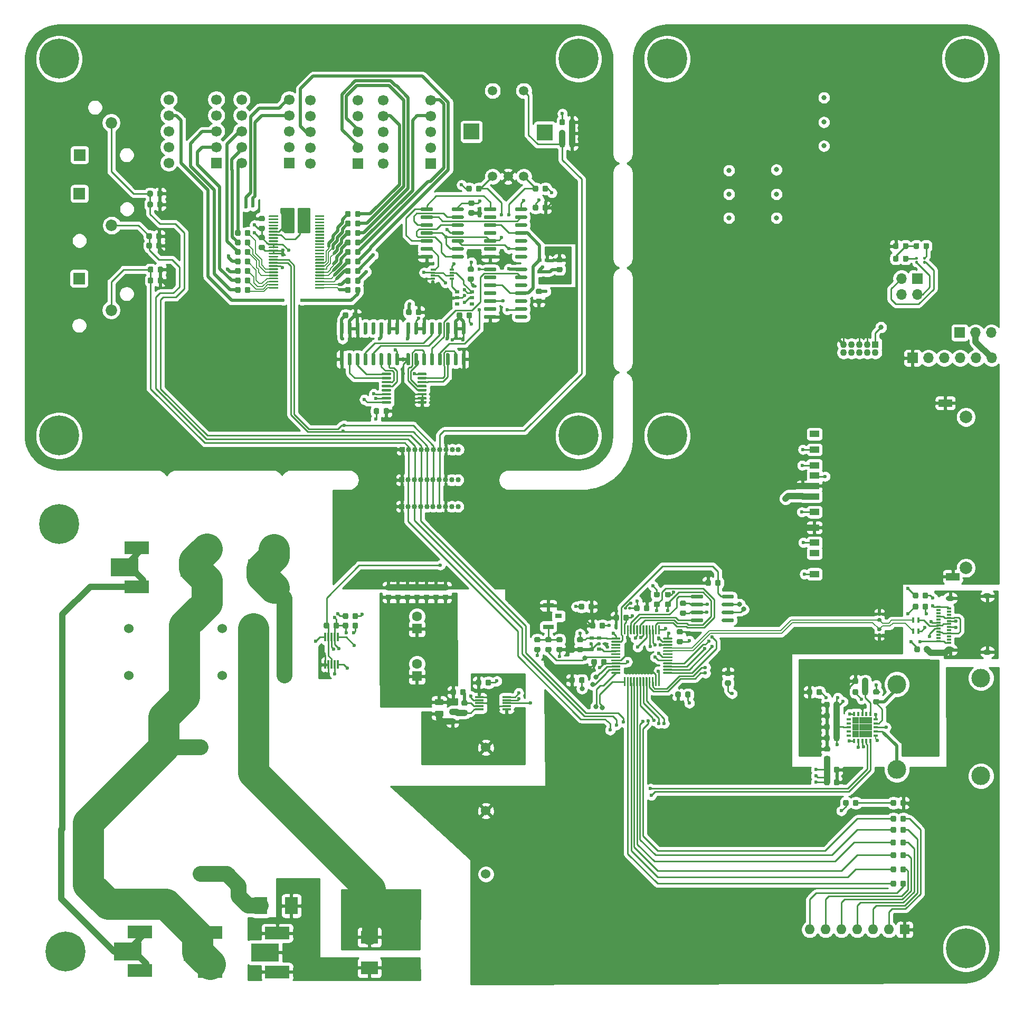
<source format=gbr>
%TF.GenerationSoftware,KiCad,Pcbnew,(5.1.7)-1*%
%TF.CreationDate,2020-10-22T13:49:25-07:00*%
%TF.ProjectId,ReflowOven,5265666c-6f77-44f7-9665-6e2e6b696361,rev?*%
%TF.SameCoordinates,Original*%
%TF.FileFunction,Copper,L1,Top*%
%TF.FilePolarity,Positive*%
%FSLAX46Y46*%
G04 Gerber Fmt 4.6, Leading zero omitted, Abs format (unit mm)*
G04 Created by KiCad (PCBNEW (5.1.7)-1) date 2020-10-22 13:49:25*
%MOMM*%
%LPD*%
G01*
G04 APERTURE LIST*
%TA.AperFunction,SMDPad,CuDef*%
%ADD10R,4.000000X2.000000*%
%TD*%
%TA.AperFunction,SMDPad,CuDef*%
%ADD11R,4.500000X3.000000*%
%TD*%
%TA.AperFunction,ComponentPad*%
%ADD12R,1.850000X1.850000*%
%TD*%
%TA.AperFunction,ComponentPad*%
%ADD13C,1.850000*%
%TD*%
%TA.AperFunction,SMDPad,CuDef*%
%ADD14R,1.700000X0.800000*%
%TD*%
%TA.AperFunction,SMDPad,CuDef*%
%ADD15R,1.100000X0.800000*%
%TD*%
%TA.AperFunction,SMDPad,CuDef*%
%ADD16R,0.800000X0.600000*%
%TD*%
%TA.AperFunction,ComponentPad*%
%ADD17R,1.100000X1.100000*%
%TD*%
%TA.AperFunction,ComponentPad*%
%ADD18C,1.100000*%
%TD*%
%TA.AperFunction,ComponentPad*%
%ADD19C,3.000000*%
%TD*%
%TA.AperFunction,ComponentPad*%
%ADD20C,1.700000*%
%TD*%
%TA.AperFunction,ComponentPad*%
%ADD21R,1.700000X1.700000*%
%TD*%
%TA.AperFunction,ComponentPad*%
%ADD22C,1.524000*%
%TD*%
%TA.AperFunction,ComponentPad*%
%ADD23O,1.700000X1.700000*%
%TD*%
%TA.AperFunction,ComponentPad*%
%ADD24O,0.850000X0.850000*%
%TD*%
%TA.AperFunction,ComponentPad*%
%ADD25R,0.850000X0.850000*%
%TD*%
%TA.AperFunction,SMDPad,CuDef*%
%ADD26R,2.200000X1.200000*%
%TD*%
%TA.AperFunction,ComponentPad*%
%ADD27C,2.000000*%
%TD*%
%TA.AperFunction,SMDPad,CuDef*%
%ADD28R,1.500000X1.000000*%
%TD*%
%TA.AperFunction,ComponentPad*%
%ADD29C,0.800000*%
%TD*%
%TA.AperFunction,ComponentPad*%
%ADD30C,6.400000*%
%TD*%
%TA.AperFunction,ComponentPad*%
%ADD31C,0.541666*%
%TD*%
%TA.AperFunction,SMDPad,CuDef*%
%ADD32R,1.083333X1.083333*%
%TD*%
%TA.AperFunction,SMDPad,CuDef*%
%ADD33R,0.400000X0.650000*%
%TD*%
%TA.AperFunction,SMDPad,CuDef*%
%ADD34R,0.650000X0.400000*%
%TD*%
%TA.AperFunction,SMDPad,CuDef*%
%ADD35R,1.400000X0.300000*%
%TD*%
%TA.AperFunction,SMDPad,CuDef*%
%ADD36R,0.300000X1.400000*%
%TD*%
%TA.AperFunction,SMDPad,CuDef*%
%ADD37R,0.700000X0.510000*%
%TD*%
%TA.AperFunction,SMDPad,CuDef*%
%ADD38R,0.800000X0.300000*%
%TD*%
%TA.AperFunction,ComponentPad*%
%ADD39R,2.500000X2.500000*%
%TD*%
%TA.AperFunction,ComponentPad*%
%ADD40C,1.498600*%
%TD*%
%TA.AperFunction,ComponentPad*%
%ADD41O,1.600000X1.600000*%
%TD*%
%TA.AperFunction,ComponentPad*%
%ADD42R,1.600000X1.600000*%
%TD*%
%TA.AperFunction,SMDPad,CuDef*%
%ADD43R,0.400000X0.900000*%
%TD*%
%TA.AperFunction,SMDPad,CuDef*%
%ADD44R,0.700000X0.300000*%
%TD*%
%TA.AperFunction,ComponentPad*%
%ADD45O,1.400000X0.800000*%
%TD*%
%TA.AperFunction,SMDPad,CuDef*%
%ADD46R,2.800000X2.150000*%
%TD*%
%TA.AperFunction,SMDPad,CuDef*%
%ADD47R,2.150000X2.800000*%
%TD*%
%TA.AperFunction,ComponentPad*%
%ADD48C,1.600000*%
%TD*%
%TA.AperFunction,ViaPad*%
%ADD49C,0.800000*%
%TD*%
%TA.AperFunction,ViaPad*%
%ADD50C,0.600000*%
%TD*%
%TA.AperFunction,Conductor*%
%ADD51C,0.250000*%
%TD*%
%TA.AperFunction,Conductor*%
%ADD52C,0.500000*%
%TD*%
%TA.AperFunction,Conductor*%
%ADD53C,1.000000*%
%TD*%
%TA.AperFunction,Conductor*%
%ADD54C,0.150000*%
%TD*%
%TA.AperFunction,Conductor*%
%ADD55C,5.000000*%
%TD*%
%TA.AperFunction,Conductor*%
%ADD56C,2.500000*%
%TD*%
%TA.AperFunction,Conductor*%
%ADD57C,0.200000*%
%TD*%
%TA.AperFunction,Conductor*%
%ADD58C,0.254000*%
%TD*%
%TA.AperFunction,Conductor*%
%ADD59C,0.100000*%
%TD*%
G04 APERTURE END LIST*
D10*
%TO.P,J502,3*%
%TO.N,GNDPWR*%
X35865000Y-116448000D03*
X35865000Y-110228000D03*
D11*
X33865000Y-113338000D03*
D10*
%TO.P,J502,2*%
%TO.N,/MainsPower/VACN*%
X47065000Y-116548000D03*
X47065000Y-110328000D03*
D11*
X45065000Y-113438000D03*
D10*
%TO.P,J502,1*%
%TO.N,/MainsPower/LN_OUT*%
X57865000Y-116648000D03*
D11*
X55865000Y-113538000D03*
D10*
X57865000Y-110428000D03*
%TD*%
%TO.P,J501,3*%
%TO.N,GNDPWR*%
X36373000Y-178043000D03*
X36373000Y-171823000D03*
D11*
X34373000Y-174933000D03*
D10*
%TO.P,J501,2*%
%TO.N,/MainsPower/VACN*%
X47573000Y-178143000D03*
X47573000Y-171923000D03*
D11*
X45573000Y-175033000D03*
D10*
%TO.P,J501,1*%
%TO.N,/MainsPower/VACL*%
X58373000Y-178243000D03*
D11*
X56373000Y-175133000D03*
D10*
X58373000Y-172023000D03*
%TD*%
D12*
%TO.P,SW403,1*%
%TO.N,+3V3*%
X26577323Y-66984819D03*
D13*
%TO.P,SW403,2*%
%TO.N,/HumanInterface/SW1*%
X31737323Y-72064819D03*
%TD*%
D12*
%TO.P,SW402,1*%
%TO.N,+3V3*%
X26630000Y-53380000D03*
D13*
%TO.P,SW402,2*%
%TO.N,/HumanInterface/SW2*%
X31790000Y-58460000D03*
%TD*%
D12*
%TO.P,SW401,1*%
%TO.N,+3V3*%
X26657323Y-47161766D03*
D13*
%TO.P,SW401,2*%
%TO.N,/HumanInterface/SW3*%
X31737323Y-42001766D03*
%TD*%
D14*
%TO.P,SW201,2*%
%TO.N,Net-(C201-Pad1)*%
X101854000Y-122858000D03*
%TO.P,SW201,1*%
%TO.N,GND*%
X101854000Y-119458000D03*
D15*
%TO.P,SW201,3*%
%TO.N,N/C*%
X103504000Y-121158000D03*
%TD*%
D16*
%TO.P,X401,3*%
%TO.N,/HumanInterface/LGC_CLK*%
X100437000Y-64075000D03*
%TO.P,X401,4*%
%TO.N,+3V3*%
X100437000Y-65875000D03*
%TO.P,X401,1*%
X101637000Y-65875000D03*
%TO.P,X401,2*%
%TO.N,GND*%
X101637000Y-64075000D03*
%TD*%
%TO.P,X201,3*%
%TO.N,/Microcontroller/OSC_IN*%
X109998000Y-126454000D03*
%TO.P,X201,4*%
%TO.N,+3V3*%
X109998000Y-124654000D03*
%TO.P,X201,1*%
X108798000Y-124654000D03*
%TO.P,X201,2*%
%TO.N,GND*%
X108798000Y-126454000D03*
%TD*%
D17*
%TO.P,J201,1*%
%TO.N,+3V3*%
X154305000Y-77597000D03*
D18*
%TO.P,J201,2*%
%TO.N,/Microcontroller/SWDIO*%
X154305000Y-78867000D03*
%TO.P,J201,3*%
%TO.N,GND*%
X153035000Y-77597000D03*
%TO.P,J201,4*%
%TO.N,/Microcontroller/SWDCLK*%
X153035000Y-78867000D03*
%TO.P,J201,5*%
%TO.N,GND*%
X151765000Y-77597000D03*
%TO.P,J201,6*%
%TO.N,/Microcontroller/TRACESWO*%
X151765000Y-78867000D03*
%TO.P,J201,7*%
%TO.N,Net-(J201-Pad7)*%
X150495000Y-77597000D03*
%TO.P,J201,8*%
%TO.N,Net-(J201-Pad8)*%
X150495000Y-78867000D03*
%TO.P,J201,9*%
%TO.N,GND*%
X149225000Y-77597000D03*
%TO.P,J201,10*%
%TO.N,/Microcontroller/~RST*%
X149225000Y-78867000D03*
%TD*%
D19*
%TO.P,J601,*%
%TO.N,*%
X171234000Y-131096000D03*
X171234000Y-146796000D03*
%TO.P,J601,2*%
%TO.N,Net-(J601-Pad2)*%
X157734000Y-132096000D03*
%TO.P,J601,1*%
%TO.N,Net-(J601-Pad1)*%
X157734000Y-145796000D03*
%TD*%
D20*
%TO.P,SEG304,7*%
%TO.N,/Display/SEG15*%
X75374000Y-40941000D03*
%TO.P,SEG304,6*%
%TO.N,/Display/COM1*%
X75374000Y-38401000D03*
%TO.P,SEG304,4*%
%TO.N,/Display/SEG12*%
X82994000Y-40941000D03*
%TO.P,SEG304,3*%
%TO.N,/Display/SEG14*%
X82994000Y-43481000D03*
%TO.P,SEG304,9*%
%TO.N,/Display/SEG9*%
X75374000Y-46021000D03*
%TO.P,SEG304,5*%
%TO.N,/Display/SEG11*%
X82994000Y-38401000D03*
%TO.P,SEG304,2*%
%TO.N,/Display/SEG13*%
X82994000Y-46021000D03*
%TO.P,SEG304,8*%
%TO.N,/Display/SEG10*%
X75374000Y-43481000D03*
%TO.P,SEG304,10*%
%TO.N,/Display/SEG8*%
X75374000Y-48561000D03*
D21*
%TO.P,SEG304,1*%
%TO.N,/Display/COM1*%
X82994000Y-48561000D03*
%TD*%
D20*
%TO.P,SEG302,7*%
%TO.N,/Display/SEG7*%
X52641000Y-40814000D03*
%TO.P,SEG302,6*%
%TO.N,/Display/COM0*%
X52641000Y-38274000D03*
%TO.P,SEG302,4*%
%TO.N,/Display/SEG4*%
X60261000Y-40814000D03*
%TO.P,SEG302,3*%
%TO.N,/Display/SEG6*%
X60261000Y-43354000D03*
%TO.P,SEG302,9*%
%TO.N,/Display/SEG1*%
X52641000Y-45894000D03*
%TO.P,SEG302,5*%
%TO.N,/Display/SEG3*%
X60261000Y-38274000D03*
%TO.P,SEG302,2*%
%TO.N,/Display/SEG5*%
X60261000Y-45894000D03*
%TO.P,SEG302,8*%
%TO.N,/Display/SEG2*%
X52641000Y-43354000D03*
%TO.P,SEG302,10*%
%TO.N,/Display/SEG0*%
X52641000Y-48434000D03*
D21*
%TO.P,SEG302,1*%
%TO.N,/Display/COM0*%
X60261000Y-48434000D03*
%TD*%
D20*
%TO.P,SEG301,7*%
%TO.N,/Display/SEG15*%
X63690000Y-40941000D03*
%TO.P,SEG301,6*%
%TO.N,/Display/COM0*%
X63690000Y-38401000D03*
%TO.P,SEG301,4*%
%TO.N,/Display/SEG12*%
X71310000Y-40941000D03*
%TO.P,SEG301,3*%
%TO.N,/Display/SEG14*%
X71310000Y-43481000D03*
%TO.P,SEG301,9*%
%TO.N,/Display/SEG9*%
X63690000Y-46021000D03*
%TO.P,SEG301,5*%
%TO.N,/Display/SEG11*%
X71310000Y-38401000D03*
%TO.P,SEG301,2*%
%TO.N,/Display/SEG13*%
X71310000Y-46021000D03*
%TO.P,SEG301,8*%
%TO.N,/Display/SEG10*%
X63690000Y-43481000D03*
%TO.P,SEG301,10*%
%TO.N,/Display/SEG8*%
X63690000Y-48561000D03*
D21*
%TO.P,SEG301,1*%
%TO.N,/Display/COM0*%
X71310000Y-48561000D03*
%TD*%
D20*
%TO.P,SEG303,7*%
%TO.N,/Display/SEG7*%
X40957000Y-40814000D03*
%TO.P,SEG303,6*%
%TO.N,/Display/COM1*%
X40957000Y-38274000D03*
%TO.P,SEG303,4*%
%TO.N,/Display/SEG4*%
X48577000Y-40814000D03*
%TO.P,SEG303,3*%
%TO.N,/Display/SEG6*%
X48577000Y-43354000D03*
%TO.P,SEG303,9*%
%TO.N,/Display/SEG1*%
X40957000Y-45894000D03*
%TO.P,SEG303,5*%
%TO.N,/Display/SEG3*%
X48577000Y-38274000D03*
%TO.P,SEG303,2*%
%TO.N,/Display/SEG5*%
X48577000Y-45894000D03*
%TO.P,SEG303,8*%
%TO.N,/Display/SEG2*%
X40957000Y-43354000D03*
%TO.P,SEG303,10*%
%TO.N,/Display/SEG0*%
X40957000Y-48434000D03*
D21*
%TO.P,SEG303,1*%
%TO.N,/Display/COM1*%
X48577000Y-48434000D03*
%TD*%
D22*
%TO.P,K501,5*%
%TO.N,/MainsPower/LN_OUT*%
X59544000Y-130690000D03*
%TO.P,K501,4*%
X59544000Y-123190000D03*
%TO.P,K501,6*%
%TO.N,Net-(F502-Pad1)*%
X54544000Y-130690000D03*
%TO.P,K501,3*%
X54544000Y-123190000D03*
%TO.P,K501,2*%
%TO.N,Net-(K501-Pad2)*%
X49544000Y-123190000D03*
%TO.P,K501,7*%
%TO.N,Net-(K501-Pad7)*%
X49544000Y-130690000D03*
%TO.P,K501,8*%
%TO.N,Net-(K501-Pad8)*%
X34544000Y-130690000D03*
%TO.P,K501,1*%
%TO.N,Net-(K501-Pad1)*%
X34544000Y-123190000D03*
%TD*%
%TO.P,P501,5*%
%TO.N,/MainsPower/3V3_REG_OUT*%
X91821000Y-142240000D03*
%TO.P,P501,4*%
%TO.N,GND*%
X91821000Y-152400000D03*
%TO.P,P501,3*%
%TO.N,Net-(P501-Pad3)*%
X91821000Y-162560000D03*
%TO.P,P501,2*%
%TO.N,Net-(F501-Pad1)*%
X46101000Y-162560000D03*
%TO.P,P501,1*%
%TO.N,/MainsPower/VACN*%
X46101000Y-142240000D03*
%TD*%
D23*
%TO.P,J703,6*%
%TO.N,Net-(J701-Pad2)*%
X172974000Y-79756000D03*
%TO.P,J703,5*%
%TO.N,/Communication/UART_TX*%
X170434000Y-79756000D03*
%TO.P,J703,4*%
%TO.N,/Communication/UART_RX*%
X167894000Y-79756000D03*
%TO.P,J703,3*%
%TO.N,/Communication/UART_RTS*%
X165354000Y-79756000D03*
%TO.P,J703,2*%
%TO.N,/Communication/UART_CTS*%
X162814000Y-79756000D03*
D21*
%TO.P,J703,1*%
%TO.N,GND*%
X160274000Y-79756000D03*
%TD*%
D23*
%TO.P,J701,3*%
%TO.N,Net-(J701-Pad3)*%
X172910500Y-75692000D03*
%TO.P,J701,2*%
%TO.N,Net-(J701-Pad2)*%
X170370500Y-75692000D03*
D21*
%TO.P,J701,1*%
%TO.N,+3V3*%
X167830500Y-75692000D03*
%TD*%
D23*
%TO.P,J702,4*%
%TO.N,+3V3*%
X158496000Y-69532500D03*
%TO.P,J702,3*%
%TO.N,/Communication/CAN+*%
X158496000Y-66992500D03*
%TO.P,J702,2*%
%TO.N,/Communication/CAN-*%
X161036000Y-69532500D03*
D21*
%TO.P,J702,1*%
%TO.N,GND*%
X161036000Y-66992500D03*
%TD*%
D24*
%TO.P,REF\u002A\u002A,10*%
%TO.N,+3V3*%
X87359000Y-103568500D03*
%TO.P,REF\u002A\u002A,9*%
X86359000Y-103568500D03*
%TO.P,REF\u002A\u002A,8*%
%TO.N,GND*%
X85359000Y-103568500D03*
%TO.P,REF\u002A\u002A,7*%
%TO.N,/HumanInterface/SW_BTN*%
X84359000Y-103568500D03*
%TO.P,REF\u002A\u002A,6*%
%TO.N,/Display/I2C_SCL*%
X83359000Y-103568500D03*
%TO.P,REF\u002A\u002A,5*%
%TO.N,/Display/I2C_SDA*%
X82359000Y-103568500D03*
%TO.P,REF\u002A\u002A,4*%
%TO.N,/HumanInterface/SW3*%
X81359000Y-103568500D03*
%TO.P,REF\u002A\u002A,3*%
%TO.N,/HumanInterface/SW2*%
X80359000Y-103568500D03*
%TO.P,REF\u002A\u002A,2*%
%TO.N,/HumanInterface/SW1*%
X79359000Y-103568500D03*
D25*
%TO.P,REF\u002A\u002A,1*%
%TO.N,GND*%
X78359000Y-103568500D03*
%TD*%
D24*
%TO.P,REF\u002A\u002A,10*%
%TO.N,+3V3*%
X87422500Y-94424500D03*
%TO.P,REF\u002A\u002A,9*%
X86422500Y-94424500D03*
%TO.P,REF\u002A\u002A,8*%
%TO.N,GND*%
X85422500Y-94424500D03*
%TO.P,REF\u002A\u002A,7*%
%TO.N,/HumanInterface/SW_BTN*%
X84422500Y-94424500D03*
%TO.P,REF\u002A\u002A,6*%
%TO.N,/Display/I2C_SCL*%
X83422500Y-94424500D03*
%TO.P,REF\u002A\u002A,5*%
%TO.N,/Display/I2C_SDA*%
X82422500Y-94424500D03*
%TO.P,REF\u002A\u002A,4*%
%TO.N,/HumanInterface/SW3*%
X81422500Y-94424500D03*
%TO.P,REF\u002A\u002A,3*%
%TO.N,/HumanInterface/SW2*%
X80422500Y-94424500D03*
%TO.P,REF\u002A\u002A,2*%
%TO.N,/HumanInterface/SW1*%
X79422500Y-94424500D03*
D25*
%TO.P,REF\u002A\u002A,1*%
%TO.N,GND*%
X78422500Y-94424500D03*
%TD*%
D24*
%TO.P,REF\u002A\u002A,10*%
%TO.N,+3V3*%
X87359000Y-99314000D03*
%TO.P,REF\u002A\u002A,9*%
X86359000Y-99314000D03*
%TO.P,REF\u002A\u002A,8*%
%TO.N,GND*%
X85359000Y-99314000D03*
%TO.P,REF\u002A\u002A,7*%
%TO.N,/HumanInterface/SW_BTN*%
X84359000Y-99314000D03*
%TO.P,REF\u002A\u002A,6*%
%TO.N,/Display/I2C_SCL*%
X83359000Y-99314000D03*
%TO.P,REF\u002A\u002A,5*%
%TO.N,/Display/I2C_SDA*%
X82359000Y-99314000D03*
%TO.P,REF\u002A\u002A,4*%
%TO.N,/HumanInterface/SW3*%
X81359000Y-99314000D03*
%TO.P,REF\u002A\u002A,3*%
%TO.N,/HumanInterface/SW2*%
X80359000Y-99314000D03*
%TO.P,REF\u002A\u002A,2*%
%TO.N,/HumanInterface/SW1*%
X79359000Y-99314000D03*
D25*
%TO.P,REF\u002A\u002A,1*%
%TO.N,GND*%
X78359000Y-99314000D03*
%TD*%
D26*
%TO.P,U409,GND*%
%TO.N,GND*%
X165526000Y-86973000D03*
X166726000Y-114823000D03*
D27*
%TO.P,U409,*%
%TO.N,*%
X168826000Y-113423000D03*
X168826000Y-89223000D03*
D28*
%TO.P,U409,11*%
%TO.N,/HumanInterface/SD_WR_PROT*%
X144526000Y-114423000D03*
%TO.P,U409,8*%
%TO.N,Net-(U409-Pad8)*%
X144526000Y-111073000D03*
%TO.P,U409,7*%
%TO.N,/HumanInterface/SPI_MISO*%
X144526000Y-109373000D03*
%TO.P,U409,6*%
%TO.N,GND*%
X144526000Y-106948000D03*
%TO.P,U409,5*%
%TO.N,/HumanInterface/SPI_SCK*%
X144526000Y-104448000D03*
%TO.P,U409,4*%
%TO.N,+3V3*%
X144526000Y-101948000D03*
%TO.P,U409,3*%
%TO.N,GND*%
X144526000Y-100248000D03*
%TO.P,U409,10*%
%TO.N,/HumanInterface/SD_DET*%
X144526000Y-98598000D03*
%TO.P,U409,2*%
%TO.N,/HumanInterface/SPI_MOSI*%
X144526000Y-96948000D03*
%TO.P,U409,1*%
%TO.N,/HumanInterface/SPI_NSS*%
X144526000Y-94448000D03*
%TO.P,U409,9*%
%TO.N,Net-(U409-Pad9)*%
X144526000Y-91948000D03*
%TD*%
%TO.P,U201,48*%
%TO.N,+3V3*%
%TA.AperFunction,SMDPad,CuDef*%
G36*
G01*
X113940000Y-124008000D02*
X113940000Y-122683000D01*
G75*
G02*
X114015000Y-122608000I75000J0D01*
G01*
X114165000Y-122608000D01*
G75*
G02*
X114240000Y-122683000I0J-75000D01*
G01*
X114240000Y-124008000D01*
G75*
G02*
X114165000Y-124083000I-75000J0D01*
G01*
X114015000Y-124083000D01*
G75*
G02*
X113940000Y-124008000I0J75000D01*
G01*
G37*
%TD.AperFunction*%
%TO.P,U201,47*%
%TO.N,GND*%
%TA.AperFunction,SMDPad,CuDef*%
G36*
G01*
X114440000Y-124008000D02*
X114440000Y-122683000D01*
G75*
G02*
X114515000Y-122608000I75000J0D01*
G01*
X114665000Y-122608000D01*
G75*
G02*
X114740000Y-122683000I0J-75000D01*
G01*
X114740000Y-124008000D01*
G75*
G02*
X114665000Y-124083000I-75000J0D01*
G01*
X114515000Y-124083000D01*
G75*
G02*
X114440000Y-124008000I0J75000D01*
G01*
G37*
%TD.AperFunction*%
%TO.P,U201,46*%
%TO.N,/Microcontroller/CAN_TX*%
%TA.AperFunction,SMDPad,CuDef*%
G36*
G01*
X114940000Y-124008000D02*
X114940000Y-122683000D01*
G75*
G02*
X115015000Y-122608000I75000J0D01*
G01*
X115165000Y-122608000D01*
G75*
G02*
X115240000Y-122683000I0J-75000D01*
G01*
X115240000Y-124008000D01*
G75*
G02*
X115165000Y-124083000I-75000J0D01*
G01*
X115015000Y-124083000D01*
G75*
G02*
X114940000Y-124008000I0J75000D01*
G01*
G37*
%TD.AperFunction*%
%TO.P,U201,45*%
%TO.N,/Microcontroller/CAN_RX*%
%TA.AperFunction,SMDPad,CuDef*%
G36*
G01*
X115440000Y-124008000D02*
X115440000Y-122683000D01*
G75*
G02*
X115515000Y-122608000I75000J0D01*
G01*
X115665000Y-122608000D01*
G75*
G02*
X115740000Y-122683000I0J-75000D01*
G01*
X115740000Y-124008000D01*
G75*
G02*
X115665000Y-124083000I-75000J0D01*
G01*
X115515000Y-124083000D01*
G75*
G02*
X115440000Y-124008000I0J75000D01*
G01*
G37*
%TD.AperFunction*%
%TO.P,U201,44*%
%TO.N,/Microcontroller/BOOT0*%
%TA.AperFunction,SMDPad,CuDef*%
G36*
G01*
X115940000Y-124008000D02*
X115940000Y-122683000D01*
G75*
G02*
X116015000Y-122608000I75000J0D01*
G01*
X116165000Y-122608000D01*
G75*
G02*
X116240000Y-122683000I0J-75000D01*
G01*
X116240000Y-124008000D01*
G75*
G02*
X116165000Y-124083000I-75000J0D01*
G01*
X116015000Y-124083000D01*
G75*
G02*
X115940000Y-124008000I0J75000D01*
G01*
G37*
%TD.AperFunction*%
%TO.P,U201,43*%
%TO.N,/Display/I2C_SDA*%
%TA.AperFunction,SMDPad,CuDef*%
G36*
G01*
X116440000Y-124008000D02*
X116440000Y-122683000D01*
G75*
G02*
X116515000Y-122608000I75000J0D01*
G01*
X116665000Y-122608000D01*
G75*
G02*
X116740000Y-122683000I0J-75000D01*
G01*
X116740000Y-124008000D01*
G75*
G02*
X116665000Y-124083000I-75000J0D01*
G01*
X116515000Y-124083000D01*
G75*
G02*
X116440000Y-124008000I0J75000D01*
G01*
G37*
%TD.AperFunction*%
%TO.P,U201,42*%
%TO.N,/HumanInterface/SW_BTN*%
%TA.AperFunction,SMDPad,CuDef*%
G36*
G01*
X116940000Y-124008000D02*
X116940000Y-122683000D01*
G75*
G02*
X117015000Y-122608000I75000J0D01*
G01*
X117165000Y-122608000D01*
G75*
G02*
X117240000Y-122683000I0J-75000D01*
G01*
X117240000Y-124008000D01*
G75*
G02*
X117165000Y-124083000I-75000J0D01*
G01*
X117015000Y-124083000D01*
G75*
G02*
X116940000Y-124008000I0J75000D01*
G01*
G37*
%TD.AperFunction*%
%TO.P,U201,41*%
%TO.N,/MainsPower/RELAY_SET*%
%TA.AperFunction,SMDPad,CuDef*%
G36*
G01*
X117440000Y-124008000D02*
X117440000Y-122683000D01*
G75*
G02*
X117515000Y-122608000I75000J0D01*
G01*
X117665000Y-122608000D01*
G75*
G02*
X117740000Y-122683000I0J-75000D01*
G01*
X117740000Y-124008000D01*
G75*
G02*
X117665000Y-124083000I-75000J0D01*
G01*
X117515000Y-124083000D01*
G75*
G02*
X117440000Y-124008000I0J75000D01*
G01*
G37*
%TD.AperFunction*%
%TO.P,U201,40*%
%TO.N,/MainsPower/CURRENT_ALRT*%
%TA.AperFunction,SMDPad,CuDef*%
G36*
G01*
X117940000Y-124008000D02*
X117940000Y-122683000D01*
G75*
G02*
X118015000Y-122608000I75000J0D01*
G01*
X118165000Y-122608000D01*
G75*
G02*
X118240000Y-122683000I0J-75000D01*
G01*
X118240000Y-124008000D01*
G75*
G02*
X118165000Y-124083000I-75000J0D01*
G01*
X118015000Y-124083000D01*
G75*
G02*
X117940000Y-124008000I0J75000D01*
G01*
G37*
%TD.AperFunction*%
%TO.P,U201,39*%
%TO.N,/Microcontroller/TRACESWO*%
%TA.AperFunction,SMDPad,CuDef*%
G36*
G01*
X118440000Y-124008000D02*
X118440000Y-122683000D01*
G75*
G02*
X118515000Y-122608000I75000J0D01*
G01*
X118665000Y-122608000D01*
G75*
G02*
X118740000Y-122683000I0J-75000D01*
G01*
X118740000Y-124008000D01*
G75*
G02*
X118665000Y-124083000I-75000J0D01*
G01*
X118515000Y-124083000D01*
G75*
G02*
X118440000Y-124008000I0J75000D01*
G01*
G37*
%TD.AperFunction*%
%TO.P,U201,38*%
%TO.N,/Display/I2C_SCL*%
%TA.AperFunction,SMDPad,CuDef*%
G36*
G01*
X118940000Y-124008000D02*
X118940000Y-122683000D01*
G75*
G02*
X119015000Y-122608000I75000J0D01*
G01*
X119165000Y-122608000D01*
G75*
G02*
X119240000Y-122683000I0J-75000D01*
G01*
X119240000Y-124008000D01*
G75*
G02*
X119165000Y-124083000I-75000J0D01*
G01*
X119015000Y-124083000D01*
G75*
G02*
X118940000Y-124008000I0J75000D01*
G01*
G37*
%TD.AperFunction*%
%TO.P,U201,37*%
%TO.N,/Microcontroller/SWDCLK*%
%TA.AperFunction,SMDPad,CuDef*%
G36*
G01*
X119440000Y-124008000D02*
X119440000Y-122683000D01*
G75*
G02*
X119515000Y-122608000I75000J0D01*
G01*
X119665000Y-122608000D01*
G75*
G02*
X119740000Y-122683000I0J-75000D01*
G01*
X119740000Y-124008000D01*
G75*
G02*
X119665000Y-124083000I-75000J0D01*
G01*
X119515000Y-124083000D01*
G75*
G02*
X119440000Y-124008000I0J75000D01*
G01*
G37*
%TD.AperFunction*%
%TO.P,U201,36*%
%TO.N,+3V3*%
%TA.AperFunction,SMDPad,CuDef*%
G36*
G01*
X120265000Y-124833000D02*
X120265000Y-124683000D01*
G75*
G02*
X120340000Y-124608000I75000J0D01*
G01*
X121665000Y-124608000D01*
G75*
G02*
X121740000Y-124683000I0J-75000D01*
G01*
X121740000Y-124833000D01*
G75*
G02*
X121665000Y-124908000I-75000J0D01*
G01*
X120340000Y-124908000D01*
G75*
G02*
X120265000Y-124833000I0J75000D01*
G01*
G37*
%TD.AperFunction*%
%TO.P,U201,35*%
%TO.N,GND*%
%TA.AperFunction,SMDPad,CuDef*%
G36*
G01*
X120265000Y-125333000D02*
X120265000Y-125183000D01*
G75*
G02*
X120340000Y-125108000I75000J0D01*
G01*
X121665000Y-125108000D01*
G75*
G02*
X121740000Y-125183000I0J-75000D01*
G01*
X121740000Y-125333000D01*
G75*
G02*
X121665000Y-125408000I-75000J0D01*
G01*
X120340000Y-125408000D01*
G75*
G02*
X120265000Y-125333000I0J75000D01*
G01*
G37*
%TD.AperFunction*%
%TO.P,U201,34*%
%TO.N,/Microcontroller/SWDIO*%
%TA.AperFunction,SMDPad,CuDef*%
G36*
G01*
X120265000Y-125833000D02*
X120265000Y-125683000D01*
G75*
G02*
X120340000Y-125608000I75000J0D01*
G01*
X121665000Y-125608000D01*
G75*
G02*
X121740000Y-125683000I0J-75000D01*
G01*
X121740000Y-125833000D01*
G75*
G02*
X121665000Y-125908000I-75000J0D01*
G01*
X120340000Y-125908000D01*
G75*
G02*
X120265000Y-125833000I0J75000D01*
G01*
G37*
%TD.AperFunction*%
%TO.P,U201,33*%
%TO.N,/Communication/USB_D-*%
%TA.AperFunction,SMDPad,CuDef*%
G36*
G01*
X120265000Y-126333000D02*
X120265000Y-126183000D01*
G75*
G02*
X120340000Y-126108000I75000J0D01*
G01*
X121665000Y-126108000D01*
G75*
G02*
X121740000Y-126183000I0J-75000D01*
G01*
X121740000Y-126333000D01*
G75*
G02*
X121665000Y-126408000I-75000J0D01*
G01*
X120340000Y-126408000D01*
G75*
G02*
X120265000Y-126333000I0J75000D01*
G01*
G37*
%TD.AperFunction*%
%TO.P,U201,32*%
%TO.N,/Communication/USB_D+*%
%TA.AperFunction,SMDPad,CuDef*%
G36*
G01*
X120265000Y-126833000D02*
X120265000Y-126683000D01*
G75*
G02*
X120340000Y-126608000I75000J0D01*
G01*
X121665000Y-126608000D01*
G75*
G02*
X121740000Y-126683000I0J-75000D01*
G01*
X121740000Y-126833000D01*
G75*
G02*
X121665000Y-126908000I-75000J0D01*
G01*
X120340000Y-126908000D01*
G75*
G02*
X120265000Y-126833000I0J75000D01*
G01*
G37*
%TD.AperFunction*%
%TO.P,U201,31*%
%TO.N,Net-(U201-Pad31)*%
%TA.AperFunction,SMDPad,CuDef*%
G36*
G01*
X120265000Y-127333000D02*
X120265000Y-127183000D01*
G75*
G02*
X120340000Y-127108000I75000J0D01*
G01*
X121665000Y-127108000D01*
G75*
G02*
X121740000Y-127183000I0J-75000D01*
G01*
X121740000Y-127333000D01*
G75*
G02*
X121665000Y-127408000I-75000J0D01*
G01*
X120340000Y-127408000D01*
G75*
G02*
X120265000Y-127333000I0J75000D01*
G01*
G37*
%TD.AperFunction*%
%TO.P,U201,30*%
%TO.N,/Microcontroller/DLED5*%
%TA.AperFunction,SMDPad,CuDef*%
G36*
G01*
X120265000Y-127833000D02*
X120265000Y-127683000D01*
G75*
G02*
X120340000Y-127608000I75000J0D01*
G01*
X121665000Y-127608000D01*
G75*
G02*
X121740000Y-127683000I0J-75000D01*
G01*
X121740000Y-127833000D01*
G75*
G02*
X121665000Y-127908000I-75000J0D01*
G01*
X120340000Y-127908000D01*
G75*
G02*
X120265000Y-127833000I0J75000D01*
G01*
G37*
%TD.AperFunction*%
%TO.P,U201,29*%
%TO.N,/Microcontroller/DLED4*%
%TA.AperFunction,SMDPad,CuDef*%
G36*
G01*
X120265000Y-128333000D02*
X120265000Y-128183000D01*
G75*
G02*
X120340000Y-128108000I75000J0D01*
G01*
X121665000Y-128108000D01*
G75*
G02*
X121740000Y-128183000I0J-75000D01*
G01*
X121740000Y-128333000D01*
G75*
G02*
X121665000Y-128408000I-75000J0D01*
G01*
X120340000Y-128408000D01*
G75*
G02*
X120265000Y-128333000I0J75000D01*
G01*
G37*
%TD.AperFunction*%
%TO.P,U201,28*%
%TO.N,/HumanInterface/SPI_MOSI*%
%TA.AperFunction,SMDPad,CuDef*%
G36*
G01*
X120265000Y-128833000D02*
X120265000Y-128683000D01*
G75*
G02*
X120340000Y-128608000I75000J0D01*
G01*
X121665000Y-128608000D01*
G75*
G02*
X121740000Y-128683000I0J-75000D01*
G01*
X121740000Y-128833000D01*
G75*
G02*
X121665000Y-128908000I-75000J0D01*
G01*
X120340000Y-128908000D01*
G75*
G02*
X120265000Y-128833000I0J75000D01*
G01*
G37*
%TD.AperFunction*%
%TO.P,U201,27*%
%TO.N,/HumanInterface/SPI_MISO*%
%TA.AperFunction,SMDPad,CuDef*%
G36*
G01*
X120265000Y-129333000D02*
X120265000Y-129183000D01*
G75*
G02*
X120340000Y-129108000I75000J0D01*
G01*
X121665000Y-129108000D01*
G75*
G02*
X121740000Y-129183000I0J-75000D01*
G01*
X121740000Y-129333000D01*
G75*
G02*
X121665000Y-129408000I-75000J0D01*
G01*
X120340000Y-129408000D01*
G75*
G02*
X120265000Y-129333000I0J75000D01*
G01*
G37*
%TD.AperFunction*%
%TO.P,U201,26*%
%TO.N,/HumanInterface/SPI_SCK*%
%TA.AperFunction,SMDPad,CuDef*%
G36*
G01*
X120265000Y-129833000D02*
X120265000Y-129683000D01*
G75*
G02*
X120340000Y-129608000I75000J0D01*
G01*
X121665000Y-129608000D01*
G75*
G02*
X121740000Y-129683000I0J-75000D01*
G01*
X121740000Y-129833000D01*
G75*
G02*
X121665000Y-129908000I-75000J0D01*
G01*
X120340000Y-129908000D01*
G75*
G02*
X120265000Y-129833000I0J75000D01*
G01*
G37*
%TD.AperFunction*%
%TO.P,U201,25*%
%TO.N,/HumanInterface/SPI_NSS*%
%TA.AperFunction,SMDPad,CuDef*%
G36*
G01*
X120265000Y-130333000D02*
X120265000Y-130183000D01*
G75*
G02*
X120340000Y-130108000I75000J0D01*
G01*
X121665000Y-130108000D01*
G75*
G02*
X121740000Y-130183000I0J-75000D01*
G01*
X121740000Y-130333000D01*
G75*
G02*
X121665000Y-130408000I-75000J0D01*
G01*
X120340000Y-130408000D01*
G75*
G02*
X120265000Y-130333000I0J75000D01*
G01*
G37*
%TD.AperFunction*%
%TO.P,U201,24*%
%TO.N,+3V3*%
%TA.AperFunction,SMDPad,CuDef*%
G36*
G01*
X119440000Y-132333000D02*
X119440000Y-131008000D01*
G75*
G02*
X119515000Y-130933000I75000J0D01*
G01*
X119665000Y-130933000D01*
G75*
G02*
X119740000Y-131008000I0J-75000D01*
G01*
X119740000Y-132333000D01*
G75*
G02*
X119665000Y-132408000I-75000J0D01*
G01*
X119515000Y-132408000D01*
G75*
G02*
X119440000Y-132333000I0J75000D01*
G01*
G37*
%TD.AperFunction*%
%TO.P,U201,23*%
%TO.N,GND*%
%TA.AperFunction,SMDPad,CuDef*%
G36*
G01*
X118940000Y-132333000D02*
X118940000Y-131008000D01*
G75*
G02*
X119015000Y-130933000I75000J0D01*
G01*
X119165000Y-130933000D01*
G75*
G02*
X119240000Y-131008000I0J-75000D01*
G01*
X119240000Y-132333000D01*
G75*
G02*
X119165000Y-132408000I-75000J0D01*
G01*
X119015000Y-132408000D01*
G75*
G02*
X118940000Y-132333000I0J75000D01*
G01*
G37*
%TD.AperFunction*%
%TO.P,U201,22*%
%TO.N,/HumanInterface/SD_DET*%
%TA.AperFunction,SMDPad,CuDef*%
G36*
G01*
X118440000Y-132333000D02*
X118440000Y-131008000D01*
G75*
G02*
X118515000Y-130933000I75000J0D01*
G01*
X118665000Y-130933000D01*
G75*
G02*
X118740000Y-131008000I0J-75000D01*
G01*
X118740000Y-132333000D01*
G75*
G02*
X118665000Y-132408000I-75000J0D01*
G01*
X118515000Y-132408000D01*
G75*
G02*
X118440000Y-132333000I0J75000D01*
G01*
G37*
%TD.AperFunction*%
%TO.P,U201,21*%
%TO.N,/HumanInterface/SD_WR_PROT*%
%TA.AperFunction,SMDPad,CuDef*%
G36*
G01*
X117940000Y-132333000D02*
X117940000Y-131008000D01*
G75*
G02*
X118015000Y-130933000I75000J0D01*
G01*
X118165000Y-130933000D01*
G75*
G02*
X118240000Y-131008000I0J-75000D01*
G01*
X118240000Y-132333000D01*
G75*
G02*
X118165000Y-132408000I-75000J0D01*
G01*
X118015000Y-132408000D01*
G75*
G02*
X117940000Y-132333000I0J75000D01*
G01*
G37*
%TD.AperFunction*%
%TO.P,U201,20*%
%TO.N,/HumanInterface/SW3*%
%TA.AperFunction,SMDPad,CuDef*%
G36*
G01*
X117440000Y-132333000D02*
X117440000Y-131008000D01*
G75*
G02*
X117515000Y-130933000I75000J0D01*
G01*
X117665000Y-130933000D01*
G75*
G02*
X117740000Y-131008000I0J-75000D01*
G01*
X117740000Y-132333000D01*
G75*
G02*
X117665000Y-132408000I-75000J0D01*
G01*
X117515000Y-132408000D01*
G75*
G02*
X117440000Y-132333000I0J75000D01*
G01*
G37*
%TD.AperFunction*%
%TO.P,U201,19*%
%TO.N,/HumanInterface/SW2*%
%TA.AperFunction,SMDPad,CuDef*%
G36*
G01*
X116940000Y-132333000D02*
X116940000Y-131008000D01*
G75*
G02*
X117015000Y-130933000I75000J0D01*
G01*
X117165000Y-130933000D01*
G75*
G02*
X117240000Y-131008000I0J-75000D01*
G01*
X117240000Y-132333000D01*
G75*
G02*
X117165000Y-132408000I-75000J0D01*
G01*
X117015000Y-132408000D01*
G75*
G02*
X116940000Y-132333000I0J75000D01*
G01*
G37*
%TD.AperFunction*%
%TO.P,U201,18*%
%TO.N,/HumanInterface/SW1*%
%TA.AperFunction,SMDPad,CuDef*%
G36*
G01*
X116440000Y-132333000D02*
X116440000Y-131008000D01*
G75*
G02*
X116515000Y-130933000I75000J0D01*
G01*
X116665000Y-130933000D01*
G75*
G02*
X116740000Y-131008000I0J-75000D01*
G01*
X116740000Y-132333000D01*
G75*
G02*
X116665000Y-132408000I-75000J0D01*
G01*
X116515000Y-132408000D01*
G75*
G02*
X116440000Y-132333000I0J75000D01*
G01*
G37*
%TD.AperFunction*%
%TO.P,U201,17*%
%TO.N,/Microcontroller/DLED3*%
%TA.AperFunction,SMDPad,CuDef*%
G36*
G01*
X115940000Y-132333000D02*
X115940000Y-131008000D01*
G75*
G02*
X116015000Y-130933000I75000J0D01*
G01*
X116165000Y-130933000D01*
G75*
G02*
X116240000Y-131008000I0J-75000D01*
G01*
X116240000Y-132333000D01*
G75*
G02*
X116165000Y-132408000I-75000J0D01*
G01*
X116015000Y-132408000D01*
G75*
G02*
X115940000Y-132333000I0J75000D01*
G01*
G37*
%TD.AperFunction*%
%TO.P,U201,16*%
%TO.N,/Microcontroller/DLED2*%
%TA.AperFunction,SMDPad,CuDef*%
G36*
G01*
X115440000Y-132333000D02*
X115440000Y-131008000D01*
G75*
G02*
X115515000Y-130933000I75000J0D01*
G01*
X115665000Y-130933000D01*
G75*
G02*
X115740000Y-131008000I0J-75000D01*
G01*
X115740000Y-132333000D01*
G75*
G02*
X115665000Y-132408000I-75000J0D01*
G01*
X115515000Y-132408000D01*
G75*
G02*
X115440000Y-132333000I0J75000D01*
G01*
G37*
%TD.AperFunction*%
%TO.P,U201,15*%
%TO.N,/Microcontroller/DLED1*%
%TA.AperFunction,SMDPad,CuDef*%
G36*
G01*
X114940000Y-132333000D02*
X114940000Y-131008000D01*
G75*
G02*
X115015000Y-130933000I75000J0D01*
G01*
X115165000Y-130933000D01*
G75*
G02*
X115240000Y-131008000I0J-75000D01*
G01*
X115240000Y-132333000D01*
G75*
G02*
X115165000Y-132408000I-75000J0D01*
G01*
X115015000Y-132408000D01*
G75*
G02*
X114940000Y-132333000I0J75000D01*
G01*
G37*
%TD.AperFunction*%
%TO.P,U201,14*%
%TO.N,/Microcontroller/DLED0*%
%TA.AperFunction,SMDPad,CuDef*%
G36*
G01*
X114440000Y-132333000D02*
X114440000Y-131008000D01*
G75*
G02*
X114515000Y-130933000I75000J0D01*
G01*
X114665000Y-130933000D01*
G75*
G02*
X114740000Y-131008000I0J-75000D01*
G01*
X114740000Y-132333000D01*
G75*
G02*
X114665000Y-132408000I-75000J0D01*
G01*
X114515000Y-132408000D01*
G75*
G02*
X114440000Y-132333000I0J75000D01*
G01*
G37*
%TD.AperFunction*%
%TO.P,U201,13*%
%TO.N,/Communication/UART_RX*%
%TA.AperFunction,SMDPad,CuDef*%
G36*
G01*
X113940000Y-132333000D02*
X113940000Y-131008000D01*
G75*
G02*
X114015000Y-130933000I75000J0D01*
G01*
X114165000Y-130933000D01*
G75*
G02*
X114240000Y-131008000I0J-75000D01*
G01*
X114240000Y-132333000D01*
G75*
G02*
X114165000Y-132408000I-75000J0D01*
G01*
X114015000Y-132408000D01*
G75*
G02*
X113940000Y-132333000I0J75000D01*
G01*
G37*
%TD.AperFunction*%
%TO.P,U201,12*%
%TO.N,/Communication/UART_TX*%
%TA.AperFunction,SMDPad,CuDef*%
G36*
G01*
X111940000Y-130333000D02*
X111940000Y-130183000D01*
G75*
G02*
X112015000Y-130108000I75000J0D01*
G01*
X113340000Y-130108000D01*
G75*
G02*
X113415000Y-130183000I0J-75000D01*
G01*
X113415000Y-130333000D01*
G75*
G02*
X113340000Y-130408000I-75000J0D01*
G01*
X112015000Y-130408000D01*
G75*
G02*
X111940000Y-130333000I0J75000D01*
G01*
G37*
%TD.AperFunction*%
%TO.P,U201,11*%
%TO.N,/Communication/UART_RTS*%
%TA.AperFunction,SMDPad,CuDef*%
G36*
G01*
X111940000Y-129833000D02*
X111940000Y-129683000D01*
G75*
G02*
X112015000Y-129608000I75000J0D01*
G01*
X113340000Y-129608000D01*
G75*
G02*
X113415000Y-129683000I0J-75000D01*
G01*
X113415000Y-129833000D01*
G75*
G02*
X113340000Y-129908000I-75000J0D01*
G01*
X112015000Y-129908000D01*
G75*
G02*
X111940000Y-129833000I0J75000D01*
G01*
G37*
%TD.AperFunction*%
%TO.P,U201,10*%
%TO.N,/Communication/UART_CTS*%
%TA.AperFunction,SMDPad,CuDef*%
G36*
G01*
X111940000Y-129333000D02*
X111940000Y-129183000D01*
G75*
G02*
X112015000Y-129108000I75000J0D01*
G01*
X113340000Y-129108000D01*
G75*
G02*
X113415000Y-129183000I0J-75000D01*
G01*
X113415000Y-129333000D01*
G75*
G02*
X113340000Y-129408000I-75000J0D01*
G01*
X112015000Y-129408000D01*
G75*
G02*
X111940000Y-129333000I0J75000D01*
G01*
G37*
%TD.AperFunction*%
%TO.P,U201,9*%
%TO.N,+3V3*%
%TA.AperFunction,SMDPad,CuDef*%
G36*
G01*
X111940000Y-128833000D02*
X111940000Y-128683000D01*
G75*
G02*
X112015000Y-128608000I75000J0D01*
G01*
X113340000Y-128608000D01*
G75*
G02*
X113415000Y-128683000I0J-75000D01*
G01*
X113415000Y-128833000D01*
G75*
G02*
X113340000Y-128908000I-75000J0D01*
G01*
X112015000Y-128908000D01*
G75*
G02*
X111940000Y-128833000I0J75000D01*
G01*
G37*
%TD.AperFunction*%
%TO.P,U201,8*%
%TO.N,GND*%
%TA.AperFunction,SMDPad,CuDef*%
G36*
G01*
X111940000Y-128333000D02*
X111940000Y-128183000D01*
G75*
G02*
X112015000Y-128108000I75000J0D01*
G01*
X113340000Y-128108000D01*
G75*
G02*
X113415000Y-128183000I0J-75000D01*
G01*
X113415000Y-128333000D01*
G75*
G02*
X113340000Y-128408000I-75000J0D01*
G01*
X112015000Y-128408000D01*
G75*
G02*
X111940000Y-128333000I0J75000D01*
G01*
G37*
%TD.AperFunction*%
%TO.P,U201,7*%
%TO.N,/Microcontroller/~RST*%
%TA.AperFunction,SMDPad,CuDef*%
G36*
G01*
X111940000Y-127833000D02*
X111940000Y-127683000D01*
G75*
G02*
X112015000Y-127608000I75000J0D01*
G01*
X113340000Y-127608000D01*
G75*
G02*
X113415000Y-127683000I0J-75000D01*
G01*
X113415000Y-127833000D01*
G75*
G02*
X113340000Y-127908000I-75000J0D01*
G01*
X112015000Y-127908000D01*
G75*
G02*
X111940000Y-127833000I0J75000D01*
G01*
G37*
%TD.AperFunction*%
%TO.P,U201,6*%
%TO.N,Net-(U201-Pad6)*%
%TA.AperFunction,SMDPad,CuDef*%
G36*
G01*
X111940000Y-127333000D02*
X111940000Y-127183000D01*
G75*
G02*
X112015000Y-127108000I75000J0D01*
G01*
X113340000Y-127108000D01*
G75*
G02*
X113415000Y-127183000I0J-75000D01*
G01*
X113415000Y-127333000D01*
G75*
G02*
X113340000Y-127408000I-75000J0D01*
G01*
X112015000Y-127408000D01*
G75*
G02*
X111940000Y-127333000I0J75000D01*
G01*
G37*
%TD.AperFunction*%
%TO.P,U201,5*%
%TO.N,/Microcontroller/OSC_IN*%
%TA.AperFunction,SMDPad,CuDef*%
G36*
G01*
X111940000Y-126833000D02*
X111940000Y-126683000D01*
G75*
G02*
X112015000Y-126608000I75000J0D01*
G01*
X113340000Y-126608000D01*
G75*
G02*
X113415000Y-126683000I0J-75000D01*
G01*
X113415000Y-126833000D01*
G75*
G02*
X113340000Y-126908000I-75000J0D01*
G01*
X112015000Y-126908000D01*
G75*
G02*
X111940000Y-126833000I0J75000D01*
G01*
G37*
%TD.AperFunction*%
%TO.P,U201,4*%
%TO.N,Net-(U201-Pad4)*%
%TA.AperFunction,SMDPad,CuDef*%
G36*
G01*
X111940000Y-126333000D02*
X111940000Y-126183000D01*
G75*
G02*
X112015000Y-126108000I75000J0D01*
G01*
X113340000Y-126108000D01*
G75*
G02*
X113415000Y-126183000I0J-75000D01*
G01*
X113415000Y-126333000D01*
G75*
G02*
X113340000Y-126408000I-75000J0D01*
G01*
X112015000Y-126408000D01*
G75*
G02*
X111940000Y-126333000I0J75000D01*
G01*
G37*
%TD.AperFunction*%
%TO.P,U201,3*%
%TO.N,Net-(U201-Pad3)*%
%TA.AperFunction,SMDPad,CuDef*%
G36*
G01*
X111940000Y-125833000D02*
X111940000Y-125683000D01*
G75*
G02*
X112015000Y-125608000I75000J0D01*
G01*
X113340000Y-125608000D01*
G75*
G02*
X113415000Y-125683000I0J-75000D01*
G01*
X113415000Y-125833000D01*
G75*
G02*
X113340000Y-125908000I-75000J0D01*
G01*
X112015000Y-125908000D01*
G75*
G02*
X111940000Y-125833000I0J75000D01*
G01*
G37*
%TD.AperFunction*%
%TO.P,U201,2*%
%TO.N,/Microcontroller/CAN_SIL*%
%TA.AperFunction,SMDPad,CuDef*%
G36*
G01*
X111940000Y-125333000D02*
X111940000Y-125183000D01*
G75*
G02*
X112015000Y-125108000I75000J0D01*
G01*
X113340000Y-125108000D01*
G75*
G02*
X113415000Y-125183000I0J-75000D01*
G01*
X113415000Y-125333000D01*
G75*
G02*
X113340000Y-125408000I-75000J0D01*
G01*
X112015000Y-125408000D01*
G75*
G02*
X111940000Y-125333000I0J75000D01*
G01*
G37*
%TD.AperFunction*%
%TO.P,U201,1*%
%TO.N,+3V3*%
%TA.AperFunction,SMDPad,CuDef*%
G36*
G01*
X111940000Y-124833000D02*
X111940000Y-124683000D01*
G75*
G02*
X112015000Y-124608000I75000J0D01*
G01*
X113340000Y-124608000D01*
G75*
G02*
X113415000Y-124683000I0J-75000D01*
G01*
X113415000Y-124833000D01*
G75*
G02*
X113340000Y-124908000I-75000J0D01*
G01*
X112015000Y-124908000D01*
G75*
G02*
X111940000Y-124833000I0J75000D01*
G01*
G37*
%TD.AperFunction*%
%TD*%
D29*
%TO.P,REF\u002A\u002A,1*%
%TO.N,N/C*%
X122601056Y-90504944D03*
X120904000Y-89802000D03*
X119206944Y-90504944D03*
X118504000Y-92202000D03*
X119206944Y-93899056D03*
X120904000Y-94602000D03*
X122601056Y-93899056D03*
X123304000Y-92202000D03*
D30*
X120904000Y-92202000D03*
%TD*%
D29*
%TO.P,REF\u002A\u002A,1*%
%TO.N,N/C*%
X25065056Y-104728944D03*
X23368000Y-104026000D03*
X21670944Y-104728944D03*
X20968000Y-106426000D03*
X21670944Y-108123056D03*
X23368000Y-108826000D03*
X25065056Y-108123056D03*
X25768000Y-106426000D03*
D30*
X23368000Y-106426000D03*
%TD*%
D29*
%TO.P,REF\u002A\u002A,1*%
%TO.N,N/C*%
X26081056Y-173308944D03*
X24384000Y-172606000D03*
X22686944Y-173308944D03*
X21984000Y-175006000D03*
X22686944Y-176703056D03*
X24384000Y-177406000D03*
X26081056Y-176703056D03*
X26784000Y-175006000D03*
D30*
X24384000Y-175006000D03*
%TD*%
D29*
%TO.P,REF\u002A\u002A,1*%
%TO.N,N/C*%
X170526112Y-172800944D03*
X168829056Y-172098000D03*
X167132000Y-172800944D03*
X166429056Y-174498000D03*
X167132000Y-176195056D03*
X168829056Y-176898000D03*
X170526112Y-176195056D03*
X171229056Y-174498000D03*
D30*
X168829056Y-174498000D03*
%TD*%
D29*
%TO.P,REF\u002A\u002A,1*%
%TO.N,N/C*%
X170353056Y-30052944D03*
X168656000Y-29350000D03*
X166958944Y-30052944D03*
X166256000Y-31750000D03*
X166958944Y-33447056D03*
X168656000Y-34150000D03*
X170353056Y-33447056D03*
X171056000Y-31750000D03*
D30*
X168656000Y-31750000D03*
%TD*%
D29*
%TO.P,REF\u002A\u002A,1*%
%TO.N,N/C*%
X122601056Y-30052944D03*
X120904000Y-29350000D03*
X119206944Y-30052944D03*
X118504000Y-31750000D03*
X119206944Y-33447056D03*
X120904000Y-34150000D03*
X122601056Y-33447056D03*
X123304000Y-31750000D03*
D30*
X120904000Y-31750000D03*
%TD*%
D29*
%TO.P,REF\u002A\u002A,1*%
%TO.N,N/C*%
X25065056Y-90504944D03*
X23368000Y-89802000D03*
X21670944Y-90504944D03*
X20968000Y-92202000D03*
X21670944Y-93899056D03*
X23368000Y-94602000D03*
X25065056Y-93899056D03*
X25768000Y-92202000D03*
D30*
X23368000Y-92202000D03*
%TD*%
D29*
%TO.P,REF\u002A\u002A,1*%
%TO.N,N/C*%
X104982944Y-90504944D03*
X104280000Y-92202000D03*
X104982944Y-93899056D03*
X106680000Y-94602000D03*
X108377056Y-93899056D03*
X109080000Y-92202000D03*
X108377056Y-90504944D03*
X106680000Y-89802000D03*
D30*
X106680000Y-92202000D03*
%TD*%
D29*
%TO.P,REF\u002A\u002A,1*%
%TO.N,N/C*%
X108377056Y-30052944D03*
X106680000Y-29350000D03*
X104982944Y-30052944D03*
X104280000Y-31750000D03*
X104982944Y-33447056D03*
X106680000Y-34150000D03*
X108377056Y-33447056D03*
X109080000Y-31750000D03*
D30*
X106680000Y-31750000D03*
%TD*%
D29*
%TO.P,REF\u002A\u002A,1*%
%TO.N,N/C*%
X25065056Y-30052944D03*
X23368000Y-29350000D03*
X21670944Y-30052944D03*
X20968000Y-31750000D03*
X21670944Y-33447056D03*
X23368000Y-34150000D03*
X25065056Y-33447056D03*
X25768000Y-31750000D03*
D30*
X23368000Y-31750000D03*
%TD*%
%TO.P,D501,2*%
%TO.N,Net-(D501-Pad2)*%
%TA.AperFunction,SMDPad,CuDef*%
G36*
G01*
X157638000Y-150873750D02*
X157638000Y-151386250D01*
G75*
G02*
X157419250Y-151605000I-218750J0D01*
G01*
X156981750Y-151605000D01*
G75*
G02*
X156763000Y-151386250I0J218750D01*
G01*
X156763000Y-150873750D01*
G75*
G02*
X156981750Y-150655000I218750J0D01*
G01*
X157419250Y-150655000D01*
G75*
G02*
X157638000Y-150873750I0J-218750D01*
G01*
G37*
%TD.AperFunction*%
%TO.P,D501,1*%
%TO.N,GND*%
%TA.AperFunction,SMDPad,CuDef*%
G36*
G01*
X159213000Y-150873750D02*
X159213000Y-151386250D01*
G75*
G02*
X158994250Y-151605000I-218750J0D01*
G01*
X158556750Y-151605000D01*
G75*
G02*
X158338000Y-151386250I0J218750D01*
G01*
X158338000Y-150873750D01*
G75*
G02*
X158556750Y-150655000I218750J0D01*
G01*
X158994250Y-150655000D01*
G75*
G02*
X159213000Y-150873750I0J-218750D01*
G01*
G37*
%TD.AperFunction*%
%TD*%
%TO.P,U702,2*%
%TO.N,GND*%
%TA.AperFunction,SMDPad,CuDef*%
G36*
G01*
X155112500Y-121095000D02*
X154767500Y-121095000D01*
G75*
G02*
X154620000Y-120947500I0J147500D01*
G01*
X154620000Y-120652500D01*
G75*
G02*
X154767500Y-120505000I147500J0D01*
G01*
X155112500Y-120505000D01*
G75*
G02*
X155260000Y-120652500I0J-147500D01*
G01*
X155260000Y-120947500D01*
G75*
G02*
X155112500Y-121095000I-147500J0D01*
G01*
G37*
%TD.AperFunction*%
%TO.P,U702,1*%
%TO.N,/Communication/USB_D-*%
%TA.AperFunction,SMDPad,CuDef*%
G36*
G01*
X155112500Y-122065000D02*
X154767500Y-122065000D01*
G75*
G02*
X154620000Y-121917500I0J147500D01*
G01*
X154620000Y-121622500D01*
G75*
G02*
X154767500Y-121475000I147500J0D01*
G01*
X155112500Y-121475000D01*
G75*
G02*
X155260000Y-121622500I0J-147500D01*
G01*
X155260000Y-121917500D01*
G75*
G02*
X155112500Y-122065000I-147500J0D01*
G01*
G37*
%TD.AperFunction*%
%TD*%
%TO.P,U701,2*%
%TO.N,GND*%
%TA.AperFunction,SMDPad,CuDef*%
G36*
G01*
X154767500Y-123951500D02*
X155112500Y-123951500D01*
G75*
G02*
X155260000Y-124099000I0J-147500D01*
G01*
X155260000Y-124394000D01*
G75*
G02*
X155112500Y-124541500I-147500J0D01*
G01*
X154767500Y-124541500D01*
G75*
G02*
X154620000Y-124394000I0J147500D01*
G01*
X154620000Y-124099000D01*
G75*
G02*
X154767500Y-123951500I147500J0D01*
G01*
G37*
%TD.AperFunction*%
%TO.P,U701,1*%
%TO.N,/Communication/USB_D+*%
%TA.AperFunction,SMDPad,CuDef*%
G36*
G01*
X154767500Y-122981500D02*
X155112500Y-122981500D01*
G75*
G02*
X155260000Y-123129000I0J-147500D01*
G01*
X155260000Y-123424000D01*
G75*
G02*
X155112500Y-123571500I-147500J0D01*
G01*
X154767500Y-123571500D01*
G75*
G02*
X154620000Y-123424000I0J147500D01*
G01*
X154620000Y-123129000D01*
G75*
G02*
X154767500Y-122981500I147500J0D01*
G01*
G37*
%TD.AperFunction*%
%TD*%
D31*
%TO.P,U601,21*%
%TO.N,N/C*%
X151130000Y-137922000D03*
X151130000Y-139005333D03*
X151130000Y-140088666D03*
X152213333Y-137922000D03*
X152213333Y-139005333D03*
X152213333Y-140088666D03*
X153296666Y-137922000D03*
X153296666Y-139005333D03*
X153296666Y-140088666D03*
D32*
X151130000Y-137922000D03*
X151130000Y-139005333D03*
X151130000Y-140088666D03*
X152213333Y-137922000D03*
X152213333Y-139005333D03*
X152213333Y-140088666D03*
X153296666Y-137922000D03*
X153296666Y-139005333D03*
X153296666Y-140088666D03*
D33*
%TO.P,U601,20*%
%TO.N,/Display/I2C_SDA*%
X153513333Y-141180333D03*
%TO.P,U601,19*%
%TO.N,/Display/I2C_SCL*%
X152863333Y-141180333D03*
%TO.P,U601,18*%
%TO.N,GND*%
X152213333Y-141180333D03*
%TO.P,U601,17*%
X151563333Y-141180333D03*
%TO.P,U601,16*%
X150913333Y-141180333D03*
D34*
%TO.P,U601,15*%
%TO.N,Net-(U601-Pad15)*%
X150038333Y-140305333D03*
%TO.P,U601,14*%
%TO.N,Net-(U601-Pad14)*%
X150038333Y-139655333D03*
%TO.P,U601,13*%
%TO.N,GND*%
X150038333Y-139005333D03*
%TO.P,U601,12*%
%TO.N,Net-(U601-Pad12)*%
X150038333Y-138355333D03*
%TO.P,U601,11*%
%TO.N,Net-(U601-Pad11)*%
X150038333Y-137705333D03*
D33*
%TO.P,U601,10*%
%TO.N,GND*%
X150913333Y-136830333D03*
%TO.P,U601,9*%
%TO.N,Net-(U601-Pad9)*%
X151563333Y-136830333D03*
%TO.P,U601,8*%
%TO.N,+3.3VA*%
X152213333Y-136830333D03*
%TO.P,U601,7*%
%TO.N,Net-(U601-Pad7)*%
X152863333Y-136830333D03*
%TO.P,U601,6*%
%TO.N,Net-(R601-Pad2)*%
X153513333Y-136830333D03*
D34*
%TO.P,U601,5*%
%TO.N,GND*%
X154388333Y-137705333D03*
%TO.P,U601,4*%
%TO.N,Net-(J601-Pad2)*%
X154388333Y-138355333D03*
%TO.P,U601,3*%
%TO.N,GND*%
X154388333Y-139005333D03*
%TO.P,U601,2*%
%TO.N,Net-(J601-Pad1)*%
X154388333Y-139655333D03*
%TO.P,U601,1*%
%TO.N,GND*%
X154388333Y-140305333D03*
%TD*%
D35*
%TO.P,U502,10*%
%TO.N,Net-(C509-Pad2)*%
X90764000Y-136128000D03*
%TO.P,U502,9*%
%TO.N,Net-(C509-Pad1)*%
X90764000Y-135628000D03*
%TO.P,U502,8*%
%TO.N,/MainsPower/3V3_REG_OUT*%
X90764000Y-135128000D03*
%TO.P,U502,7*%
%TO.N,GND*%
X90764000Y-134628000D03*
%TO.P,U502,6*%
%TO.N,/MainsPower/3V3_REG_OUT*%
X90764000Y-134128000D03*
%TO.P,U502,5*%
%TO.N,/Display/I2C_SCL*%
X95164000Y-134128000D03*
%TO.P,U502,4*%
%TO.N,/Display/I2C_SDA*%
X95164000Y-134628000D03*
%TO.P,U502,3*%
%TO.N,/MainsPower/CURRENT_ALRT*%
X95164000Y-135128000D03*
%TO.P,U502,2*%
%TO.N,/MainsPower/3V3_REG_OUT*%
X95164000Y-135628000D03*
%TO.P,U502,1*%
X95164000Y-136128000D03*
%TD*%
D36*
%TO.P,U501,10*%
%TO.N,+3V3*%
X68056000Y-128946000D03*
%TO.P,U501,9*%
%TO.N,Net-(K501-Pad8)*%
X67556000Y-128946000D03*
%TO.P,U501,8*%
%TO.N,/MainsPower/RELAY_SET*%
X67056000Y-128946000D03*
%TO.P,U501,7*%
%TO.N,GND*%
X66556000Y-128946000D03*
%TO.P,U501,6*%
X66056000Y-128946000D03*
%TO.P,U501,5*%
%TO.N,+3V3*%
X66056000Y-124546000D03*
%TO.P,U501,4*%
%TO.N,/MainsPower/RELAY_SET*%
X66556000Y-124546000D03*
%TO.P,U501,3*%
%TO.N,Net-(K501-Pad1)*%
X67056000Y-124546000D03*
%TO.P,U501,2*%
%TO.N,GND*%
X67556000Y-124546000D03*
%TO.P,U501,1*%
%TO.N,+3V3*%
X68056000Y-124546000D03*
%TD*%
%TO.P,U408,14*%
%TO.N,+3V3*%
%TA.AperFunction,SMDPad,CuDef*%
G36*
G01*
X96496000Y-65682000D02*
X96496000Y-65382000D01*
G75*
G02*
X96646000Y-65232000I150000J0D01*
G01*
X98296000Y-65232000D01*
G75*
G02*
X98446000Y-65382000I0J-150000D01*
G01*
X98446000Y-65682000D01*
G75*
G02*
X98296000Y-65832000I-150000J0D01*
G01*
X96646000Y-65832000D01*
G75*
G02*
X96496000Y-65682000I0J150000D01*
G01*
G37*
%TD.AperFunction*%
%TO.P,U408,13*%
%TO.N,/HumanInterface/CNT_DN*%
%TA.AperFunction,SMDPad,CuDef*%
G36*
G01*
X96496000Y-66952000D02*
X96496000Y-66652000D01*
G75*
G02*
X96646000Y-66502000I150000J0D01*
G01*
X98296000Y-66502000D01*
G75*
G02*
X98446000Y-66652000I0J-150000D01*
G01*
X98446000Y-66952000D01*
G75*
G02*
X98296000Y-67102000I-150000J0D01*
G01*
X96646000Y-67102000D01*
G75*
G02*
X96496000Y-66952000I0J150000D01*
G01*
G37*
%TD.AperFunction*%
%TO.P,U408,12*%
%TO.N,Net-(U408-Pad12)*%
%TA.AperFunction,SMDPad,CuDef*%
G36*
G01*
X96496000Y-68222000D02*
X96496000Y-67922000D01*
G75*
G02*
X96646000Y-67772000I150000J0D01*
G01*
X98296000Y-67772000D01*
G75*
G02*
X98446000Y-67922000I0J-150000D01*
G01*
X98446000Y-68222000D01*
G75*
G02*
X98296000Y-68372000I-150000J0D01*
G01*
X96646000Y-68372000D01*
G75*
G02*
X96496000Y-68222000I0J150000D01*
G01*
G37*
%TD.AperFunction*%
%TO.P,U408,11*%
%TO.N,/HumanInterface/LGC_CLK*%
%TA.AperFunction,SMDPad,CuDef*%
G36*
G01*
X96496000Y-69492000D02*
X96496000Y-69192000D01*
G75*
G02*
X96646000Y-69042000I150000J0D01*
G01*
X98296000Y-69042000D01*
G75*
G02*
X98446000Y-69192000I0J-150000D01*
G01*
X98446000Y-69492000D01*
G75*
G02*
X98296000Y-69642000I-150000J0D01*
G01*
X96646000Y-69642000D01*
G75*
G02*
X96496000Y-69492000I0J150000D01*
G01*
G37*
%TD.AperFunction*%
%TO.P,U408,10*%
%TO.N,Net-(U408-Pad10)*%
%TA.AperFunction,SMDPad,CuDef*%
G36*
G01*
X96496000Y-70762000D02*
X96496000Y-70462000D01*
G75*
G02*
X96646000Y-70312000I150000J0D01*
G01*
X98296000Y-70312000D01*
G75*
G02*
X98446000Y-70462000I0J-150000D01*
G01*
X98446000Y-70762000D01*
G75*
G02*
X98296000Y-70912000I-150000J0D01*
G01*
X96646000Y-70912000D01*
G75*
G02*
X96496000Y-70762000I0J150000D01*
G01*
G37*
%TD.AperFunction*%
%TO.P,U408,9*%
%TO.N,Net-(U405-Pad3)*%
%TA.AperFunction,SMDPad,CuDef*%
G36*
G01*
X96496000Y-72032000D02*
X96496000Y-71732000D01*
G75*
G02*
X96646000Y-71582000I150000J0D01*
G01*
X98296000Y-71582000D01*
G75*
G02*
X98446000Y-71732000I0J-150000D01*
G01*
X98446000Y-72032000D01*
G75*
G02*
X98296000Y-72182000I-150000J0D01*
G01*
X96646000Y-72182000D01*
G75*
G02*
X96496000Y-72032000I0J150000D01*
G01*
G37*
%TD.AperFunction*%
%TO.P,U408,8*%
%TO.N,Net-(U408-Pad8)*%
%TA.AperFunction,SMDPad,CuDef*%
G36*
G01*
X96496000Y-73302000D02*
X96496000Y-73002000D01*
G75*
G02*
X96646000Y-72852000I150000J0D01*
G01*
X98296000Y-72852000D01*
G75*
G02*
X98446000Y-73002000I0J-150000D01*
G01*
X98446000Y-73302000D01*
G75*
G02*
X98296000Y-73452000I-150000J0D01*
G01*
X96646000Y-73452000D01*
G75*
G02*
X96496000Y-73302000I0J150000D01*
G01*
G37*
%TD.AperFunction*%
%TO.P,U408,7*%
%TO.N,GND*%
%TA.AperFunction,SMDPad,CuDef*%
G36*
G01*
X91546000Y-73302000D02*
X91546000Y-73002000D01*
G75*
G02*
X91696000Y-72852000I150000J0D01*
G01*
X93346000Y-72852000D01*
G75*
G02*
X93496000Y-73002000I0J-150000D01*
G01*
X93496000Y-73302000D01*
G75*
G02*
X93346000Y-73452000I-150000J0D01*
G01*
X91696000Y-73452000D01*
G75*
G02*
X91546000Y-73302000I0J150000D01*
G01*
G37*
%TD.AperFunction*%
%TO.P,U408,6*%
%TO.N,Net-(U408-Pad6)*%
%TA.AperFunction,SMDPad,CuDef*%
G36*
G01*
X91546000Y-72032000D02*
X91546000Y-71732000D01*
G75*
G02*
X91696000Y-71582000I150000J0D01*
G01*
X93346000Y-71582000D01*
G75*
G02*
X93496000Y-71732000I0J-150000D01*
G01*
X93496000Y-72032000D01*
G75*
G02*
X93346000Y-72182000I-150000J0D01*
G01*
X91696000Y-72182000D01*
G75*
G02*
X91546000Y-72032000I0J150000D01*
G01*
G37*
%TD.AperFunction*%
%TO.P,U408,5*%
%TO.N,Net-(U405-Pad7)*%
%TA.AperFunction,SMDPad,CuDef*%
G36*
G01*
X91546000Y-70762000D02*
X91546000Y-70462000D01*
G75*
G02*
X91696000Y-70312000I150000J0D01*
G01*
X93346000Y-70312000D01*
G75*
G02*
X93496000Y-70462000I0J-150000D01*
G01*
X93496000Y-70762000D01*
G75*
G02*
X93346000Y-70912000I-150000J0D01*
G01*
X91696000Y-70912000D01*
G75*
G02*
X91546000Y-70762000I0J150000D01*
G01*
G37*
%TD.AperFunction*%
%TO.P,U408,4*%
%TO.N,Net-(U408-Pad4)*%
%TA.AperFunction,SMDPad,CuDef*%
G36*
G01*
X91546000Y-69492000D02*
X91546000Y-69192000D01*
G75*
G02*
X91696000Y-69042000I150000J0D01*
G01*
X93346000Y-69042000D01*
G75*
G02*
X93496000Y-69192000I0J-150000D01*
G01*
X93496000Y-69492000D01*
G75*
G02*
X93346000Y-69642000I-150000J0D01*
G01*
X91696000Y-69642000D01*
G75*
G02*
X91546000Y-69492000I0J150000D01*
G01*
G37*
%TD.AperFunction*%
%TO.P,U408,3*%
%TO.N,/HumanInterface/LGC_CLK*%
%TA.AperFunction,SMDPad,CuDef*%
G36*
G01*
X91546000Y-68222000D02*
X91546000Y-67922000D01*
G75*
G02*
X91696000Y-67772000I150000J0D01*
G01*
X93346000Y-67772000D01*
G75*
G02*
X93496000Y-67922000I0J-150000D01*
G01*
X93496000Y-68222000D01*
G75*
G02*
X93346000Y-68372000I-150000J0D01*
G01*
X91696000Y-68372000D01*
G75*
G02*
X91546000Y-68222000I0J150000D01*
G01*
G37*
%TD.AperFunction*%
%TO.P,U408,2*%
%TO.N,Net-(U408-Pad2)*%
%TA.AperFunction,SMDPad,CuDef*%
G36*
G01*
X91546000Y-66952000D02*
X91546000Y-66652000D01*
G75*
G02*
X91696000Y-66502000I150000J0D01*
G01*
X93346000Y-66502000D01*
G75*
G02*
X93496000Y-66652000I0J-150000D01*
G01*
X93496000Y-66952000D01*
G75*
G02*
X93346000Y-67102000I-150000J0D01*
G01*
X91696000Y-67102000D01*
G75*
G02*
X91546000Y-66952000I0J150000D01*
G01*
G37*
%TD.AperFunction*%
%TO.P,U408,1*%
%TO.N,/HumanInterface/CNT_UP*%
%TA.AperFunction,SMDPad,CuDef*%
G36*
G01*
X91546000Y-65682000D02*
X91546000Y-65382000D01*
G75*
G02*
X91696000Y-65232000I150000J0D01*
G01*
X93346000Y-65232000D01*
G75*
G02*
X93496000Y-65382000I0J-150000D01*
G01*
X93496000Y-65682000D01*
G75*
G02*
X93346000Y-65832000I-150000J0D01*
G01*
X91696000Y-65832000D01*
G75*
G02*
X91546000Y-65682000I0J150000D01*
G01*
G37*
%TD.AperFunction*%
%TD*%
%TO.P,U407,14*%
%TO.N,+3V3*%
%TA.AperFunction,SMDPad,CuDef*%
G36*
G01*
X86336000Y-56030000D02*
X86336000Y-55730000D01*
G75*
G02*
X86486000Y-55580000I150000J0D01*
G01*
X88136000Y-55580000D01*
G75*
G02*
X88286000Y-55730000I0J-150000D01*
G01*
X88286000Y-56030000D01*
G75*
G02*
X88136000Y-56180000I-150000J0D01*
G01*
X86486000Y-56180000D01*
G75*
G02*
X86336000Y-56030000I0J150000D01*
G01*
G37*
%TD.AperFunction*%
%TO.P,U407,13*%
%TO.N,Net-(U407-Pad13)*%
%TA.AperFunction,SMDPad,CuDef*%
G36*
G01*
X86336000Y-57300000D02*
X86336000Y-57000000D01*
G75*
G02*
X86486000Y-56850000I150000J0D01*
G01*
X88136000Y-56850000D01*
G75*
G02*
X88286000Y-57000000I0J-150000D01*
G01*
X88286000Y-57300000D01*
G75*
G02*
X88136000Y-57450000I-150000J0D01*
G01*
X86486000Y-57450000D01*
G75*
G02*
X86336000Y-57300000I0J150000D01*
G01*
G37*
%TD.AperFunction*%
%TO.P,U407,12*%
%TO.N,Net-(U407-Pad12)*%
%TA.AperFunction,SMDPad,CuDef*%
G36*
G01*
X86336000Y-58570000D02*
X86336000Y-58270000D01*
G75*
G02*
X86486000Y-58120000I150000J0D01*
G01*
X88136000Y-58120000D01*
G75*
G02*
X88286000Y-58270000I0J-150000D01*
G01*
X88286000Y-58570000D01*
G75*
G02*
X88136000Y-58720000I-150000J0D01*
G01*
X86486000Y-58720000D01*
G75*
G02*
X86336000Y-58570000I0J150000D01*
G01*
G37*
%TD.AperFunction*%
%TO.P,U407,11*%
%TO.N,Net-(U405-Pad2)*%
%TA.AperFunction,SMDPad,CuDef*%
G36*
G01*
X86336000Y-59840000D02*
X86336000Y-59540000D01*
G75*
G02*
X86486000Y-59390000I150000J0D01*
G01*
X88136000Y-59390000D01*
G75*
G02*
X88286000Y-59540000I0J-150000D01*
G01*
X88286000Y-59840000D01*
G75*
G02*
X88136000Y-59990000I-150000J0D01*
G01*
X86486000Y-59990000D01*
G75*
G02*
X86336000Y-59840000I0J150000D01*
G01*
G37*
%TD.AperFunction*%
%TO.P,U407,10*%
%TO.N,/HumanInterface/CHANB*%
%TA.AperFunction,SMDPad,CuDef*%
G36*
G01*
X86336000Y-61110000D02*
X86336000Y-60810000D01*
G75*
G02*
X86486000Y-60660000I150000J0D01*
G01*
X88136000Y-60660000D01*
G75*
G02*
X88286000Y-60810000I0J-150000D01*
G01*
X88286000Y-61110000D01*
G75*
G02*
X88136000Y-61260000I-150000J0D01*
G01*
X86486000Y-61260000D01*
G75*
G02*
X86336000Y-61110000I0J150000D01*
G01*
G37*
%TD.AperFunction*%
%TO.P,U407,9*%
%TO.N,/HumanInterface/CHANA*%
%TA.AperFunction,SMDPad,CuDef*%
G36*
G01*
X86336000Y-62380000D02*
X86336000Y-62080000D01*
G75*
G02*
X86486000Y-61930000I150000J0D01*
G01*
X88136000Y-61930000D01*
G75*
G02*
X88286000Y-62080000I0J-150000D01*
G01*
X88286000Y-62380000D01*
G75*
G02*
X88136000Y-62530000I-150000J0D01*
G01*
X86486000Y-62530000D01*
G75*
G02*
X86336000Y-62380000I0J150000D01*
G01*
G37*
%TD.AperFunction*%
%TO.P,U407,8*%
%TO.N,Net-(U407-Pad12)*%
%TA.AperFunction,SMDPad,CuDef*%
G36*
G01*
X86336000Y-63650000D02*
X86336000Y-63350000D01*
G75*
G02*
X86486000Y-63200000I150000J0D01*
G01*
X88136000Y-63200000D01*
G75*
G02*
X88286000Y-63350000I0J-150000D01*
G01*
X88286000Y-63650000D01*
G75*
G02*
X88136000Y-63800000I-150000J0D01*
G01*
X86486000Y-63800000D01*
G75*
G02*
X86336000Y-63650000I0J150000D01*
G01*
G37*
%TD.AperFunction*%
%TO.P,U407,7*%
%TO.N,GND*%
%TA.AperFunction,SMDPad,CuDef*%
G36*
G01*
X81386000Y-63650000D02*
X81386000Y-63350000D01*
G75*
G02*
X81536000Y-63200000I150000J0D01*
G01*
X83186000Y-63200000D01*
G75*
G02*
X83336000Y-63350000I0J-150000D01*
G01*
X83336000Y-63650000D01*
G75*
G02*
X83186000Y-63800000I-150000J0D01*
G01*
X81536000Y-63800000D01*
G75*
G02*
X81386000Y-63650000I0J150000D01*
G01*
G37*
%TD.AperFunction*%
%TO.P,U407,6*%
%TO.N,Net-(U405-Pad1)*%
%TA.AperFunction,SMDPad,CuDef*%
G36*
G01*
X81386000Y-62380000D02*
X81386000Y-62080000D01*
G75*
G02*
X81536000Y-61930000I150000J0D01*
G01*
X83186000Y-61930000D01*
G75*
G02*
X83336000Y-62080000I0J-150000D01*
G01*
X83336000Y-62380000D01*
G75*
G02*
X83186000Y-62530000I-150000J0D01*
G01*
X81536000Y-62530000D01*
G75*
G02*
X81386000Y-62380000I0J150000D01*
G01*
G37*
%TD.AperFunction*%
%TO.P,U407,5*%
%TO.N,/HumanInterface/PSA*%
%TA.AperFunction,SMDPad,CuDef*%
G36*
G01*
X81386000Y-61110000D02*
X81386000Y-60810000D01*
G75*
G02*
X81536000Y-60660000I150000J0D01*
G01*
X83186000Y-60660000D01*
G75*
G02*
X83336000Y-60810000I0J-150000D01*
G01*
X83336000Y-61110000D01*
G75*
G02*
X83186000Y-61260000I-150000J0D01*
G01*
X81536000Y-61260000D01*
G75*
G02*
X81386000Y-61110000I0J150000D01*
G01*
G37*
%TD.AperFunction*%
%TO.P,U407,4*%
%TO.N,/HumanInterface/CHANA*%
%TA.AperFunction,SMDPad,CuDef*%
G36*
G01*
X81386000Y-59840000D02*
X81386000Y-59540000D01*
G75*
G02*
X81536000Y-59390000I150000J0D01*
G01*
X83186000Y-59390000D01*
G75*
G02*
X83336000Y-59540000I0J-150000D01*
G01*
X83336000Y-59840000D01*
G75*
G02*
X83186000Y-59990000I-150000J0D01*
G01*
X81536000Y-59990000D01*
G75*
G02*
X81386000Y-59840000I0J150000D01*
G01*
G37*
%TD.AperFunction*%
%TO.P,U407,3*%
%TO.N,Net-(U407-Pad13)*%
%TA.AperFunction,SMDPad,CuDef*%
G36*
G01*
X81386000Y-58570000D02*
X81386000Y-58270000D01*
G75*
G02*
X81536000Y-58120000I150000J0D01*
G01*
X83186000Y-58120000D01*
G75*
G02*
X83336000Y-58270000I0J-150000D01*
G01*
X83336000Y-58570000D01*
G75*
G02*
X83186000Y-58720000I-150000J0D01*
G01*
X81536000Y-58720000D01*
G75*
G02*
X81386000Y-58570000I0J150000D01*
G01*
G37*
%TD.AperFunction*%
%TO.P,U407,2*%
%TO.N,/HumanInterface/PSB*%
%TA.AperFunction,SMDPad,CuDef*%
G36*
G01*
X81386000Y-57300000D02*
X81386000Y-57000000D01*
G75*
G02*
X81536000Y-56850000I150000J0D01*
G01*
X83186000Y-56850000D01*
G75*
G02*
X83336000Y-57000000I0J-150000D01*
G01*
X83336000Y-57300000D01*
G75*
G02*
X83186000Y-57450000I-150000J0D01*
G01*
X81536000Y-57450000D01*
G75*
G02*
X81386000Y-57300000I0J150000D01*
G01*
G37*
%TD.AperFunction*%
%TO.P,U407,1*%
%TO.N,/HumanInterface/PSA*%
%TA.AperFunction,SMDPad,CuDef*%
G36*
G01*
X81386000Y-56030000D02*
X81386000Y-55730000D01*
G75*
G02*
X81536000Y-55580000I150000J0D01*
G01*
X83186000Y-55580000D01*
G75*
G02*
X83336000Y-55730000I0J-150000D01*
G01*
X83336000Y-56030000D01*
G75*
G02*
X83186000Y-56180000I-150000J0D01*
G01*
X81536000Y-56180000D01*
G75*
G02*
X81386000Y-56030000I0J150000D01*
G01*
G37*
%TD.AperFunction*%
%TD*%
D37*
%TO.P,U406,6*%
%TO.N,Net-(U405-Pad7)*%
X89552000Y-69154000D03*
%TO.P,U406,5*%
%TO.N,+3V3*%
X89552000Y-70104000D03*
%TO.P,U406,4*%
%TO.N,N/C*%
X89552000Y-71054000D03*
%TO.P,U406,3*%
X87232000Y-71054000D03*
%TO.P,U406,2*%
%TO.N,GND*%
X87232000Y-70104000D03*
%TO.P,U406,1*%
%TO.N,Net-(U405-Pad5)*%
X87232000Y-69154000D03*
%TD*%
D38*
%TO.P,U405,8*%
%TO.N,+3V3*%
X86386000Y-65544000D03*
%TO.P,U405,7*%
%TO.N,Net-(U405-Pad7)*%
X86386000Y-66044000D03*
%TO.P,U405,6*%
%TO.N,Net-(U405-Pad2)*%
X86386000Y-66544000D03*
%TO.P,U405,5*%
%TO.N,Net-(U405-Pad5)*%
X86386000Y-67044000D03*
%TO.P,U405,4*%
%TO.N,GND*%
X83286000Y-67044000D03*
%TO.P,U405,3*%
%TO.N,Net-(U405-Pad3)*%
X83286000Y-66544000D03*
%TO.P,U405,2*%
%TO.N,Net-(U405-Pad2)*%
X83286000Y-66044000D03*
%TO.P,U405,1*%
%TO.N,Net-(U405-Pad1)*%
X83286000Y-65544000D03*
%TD*%
%TO.P,U404,14*%
%TO.N,+3V3*%
%TA.AperFunction,SMDPad,CuDef*%
G36*
G01*
X96496000Y-56030000D02*
X96496000Y-55730000D01*
G75*
G02*
X96646000Y-55580000I150000J0D01*
G01*
X98296000Y-55580000D01*
G75*
G02*
X98446000Y-55730000I0J-150000D01*
G01*
X98446000Y-56030000D01*
G75*
G02*
X98296000Y-56180000I-150000J0D01*
G01*
X96646000Y-56180000D01*
G75*
G02*
X96496000Y-56030000I0J150000D01*
G01*
G37*
%TD.AperFunction*%
%TO.P,U404,13*%
%TO.N,/HumanInterface/PSB*%
%TA.AperFunction,SMDPad,CuDef*%
G36*
G01*
X96496000Y-57300000D02*
X96496000Y-57000000D01*
G75*
G02*
X96646000Y-56850000I150000J0D01*
G01*
X98296000Y-56850000D01*
G75*
G02*
X98446000Y-57000000I0J-150000D01*
G01*
X98446000Y-57300000D01*
G75*
G02*
X98296000Y-57450000I-150000J0D01*
G01*
X96646000Y-57450000D01*
G75*
G02*
X96496000Y-57300000I0J150000D01*
G01*
G37*
%TD.AperFunction*%
%TO.P,U404,12*%
%TO.N,Net-(U404-Pad12)*%
%TA.AperFunction,SMDPad,CuDef*%
G36*
G01*
X96496000Y-58570000D02*
X96496000Y-58270000D01*
G75*
G02*
X96646000Y-58120000I150000J0D01*
G01*
X98296000Y-58120000D01*
G75*
G02*
X98446000Y-58270000I0J-150000D01*
G01*
X98446000Y-58570000D01*
G75*
G02*
X98296000Y-58720000I-150000J0D01*
G01*
X96646000Y-58720000D01*
G75*
G02*
X96496000Y-58570000I0J150000D01*
G01*
G37*
%TD.AperFunction*%
%TO.P,U404,11*%
%TO.N,/HumanInterface/LGC_CLK*%
%TA.AperFunction,SMDPad,CuDef*%
G36*
G01*
X96496000Y-59840000D02*
X96496000Y-59540000D01*
G75*
G02*
X96646000Y-59390000I150000J0D01*
G01*
X98296000Y-59390000D01*
G75*
G02*
X98446000Y-59540000I0J-150000D01*
G01*
X98446000Y-59840000D01*
G75*
G02*
X98296000Y-59990000I-150000J0D01*
G01*
X96646000Y-59990000D01*
G75*
G02*
X96496000Y-59840000I0J150000D01*
G01*
G37*
%TD.AperFunction*%
%TO.P,U404,10*%
%TO.N,Net-(U404-Pad10)*%
%TA.AperFunction,SMDPad,CuDef*%
G36*
G01*
X96496000Y-61110000D02*
X96496000Y-60810000D01*
G75*
G02*
X96646000Y-60660000I150000J0D01*
G01*
X98296000Y-60660000D01*
G75*
G02*
X98446000Y-60810000I0J-150000D01*
G01*
X98446000Y-61110000D01*
G75*
G02*
X98296000Y-61260000I-150000J0D01*
G01*
X96646000Y-61260000D01*
G75*
G02*
X96496000Y-61110000I0J150000D01*
G01*
G37*
%TD.AperFunction*%
%TO.P,U404,9*%
%TO.N,/HumanInterface/CHANB*%
%TA.AperFunction,SMDPad,CuDef*%
G36*
G01*
X96496000Y-62380000D02*
X96496000Y-62080000D01*
G75*
G02*
X96646000Y-61930000I150000J0D01*
G01*
X98296000Y-61930000D01*
G75*
G02*
X98446000Y-62080000I0J-150000D01*
G01*
X98446000Y-62380000D01*
G75*
G02*
X98296000Y-62530000I-150000J0D01*
G01*
X96646000Y-62530000D01*
G75*
G02*
X96496000Y-62380000I0J150000D01*
G01*
G37*
%TD.AperFunction*%
%TO.P,U404,8*%
%TO.N,Net-(U404-Pad8)*%
%TA.AperFunction,SMDPad,CuDef*%
G36*
G01*
X96496000Y-63650000D02*
X96496000Y-63350000D01*
G75*
G02*
X96646000Y-63200000I150000J0D01*
G01*
X98296000Y-63200000D01*
G75*
G02*
X98446000Y-63350000I0J-150000D01*
G01*
X98446000Y-63650000D01*
G75*
G02*
X98296000Y-63800000I-150000J0D01*
G01*
X96646000Y-63800000D01*
G75*
G02*
X96496000Y-63650000I0J150000D01*
G01*
G37*
%TD.AperFunction*%
%TO.P,U404,7*%
%TO.N,GND*%
%TA.AperFunction,SMDPad,CuDef*%
G36*
G01*
X91546000Y-63650000D02*
X91546000Y-63350000D01*
G75*
G02*
X91696000Y-63200000I150000J0D01*
G01*
X93346000Y-63200000D01*
G75*
G02*
X93496000Y-63350000I0J-150000D01*
G01*
X93496000Y-63650000D01*
G75*
G02*
X93346000Y-63800000I-150000J0D01*
G01*
X91696000Y-63800000D01*
G75*
G02*
X91546000Y-63650000I0J150000D01*
G01*
G37*
%TD.AperFunction*%
%TO.P,U404,6*%
%TO.N,Net-(U404-Pad6)*%
%TA.AperFunction,SMDPad,CuDef*%
G36*
G01*
X91546000Y-62380000D02*
X91546000Y-62080000D01*
G75*
G02*
X91696000Y-61930000I150000J0D01*
G01*
X93346000Y-61930000D01*
G75*
G02*
X93496000Y-62080000I0J-150000D01*
G01*
X93496000Y-62380000D01*
G75*
G02*
X93346000Y-62530000I-150000J0D01*
G01*
X91696000Y-62530000D01*
G75*
G02*
X91546000Y-62380000I0J150000D01*
G01*
G37*
%TD.AperFunction*%
%TO.P,U404,5*%
%TO.N,/HumanInterface/CHANA*%
%TA.AperFunction,SMDPad,CuDef*%
G36*
G01*
X91546000Y-61110000D02*
X91546000Y-60810000D01*
G75*
G02*
X91696000Y-60660000I150000J0D01*
G01*
X93346000Y-60660000D01*
G75*
G02*
X93496000Y-60810000I0J-150000D01*
G01*
X93496000Y-61110000D01*
G75*
G02*
X93346000Y-61260000I-150000J0D01*
G01*
X91696000Y-61260000D01*
G75*
G02*
X91546000Y-61110000I0J150000D01*
G01*
G37*
%TD.AperFunction*%
%TO.P,U404,4*%
%TO.N,Net-(U404-Pad4)*%
%TA.AperFunction,SMDPad,CuDef*%
G36*
G01*
X91546000Y-59840000D02*
X91546000Y-59540000D01*
G75*
G02*
X91696000Y-59390000I150000J0D01*
G01*
X93346000Y-59390000D01*
G75*
G02*
X93496000Y-59540000I0J-150000D01*
G01*
X93496000Y-59840000D01*
G75*
G02*
X93346000Y-59990000I-150000J0D01*
G01*
X91696000Y-59990000D01*
G75*
G02*
X91546000Y-59840000I0J150000D01*
G01*
G37*
%TD.AperFunction*%
%TO.P,U404,3*%
%TO.N,/HumanInterface/LGC_CLK*%
%TA.AperFunction,SMDPad,CuDef*%
G36*
G01*
X91546000Y-58570000D02*
X91546000Y-58270000D01*
G75*
G02*
X91696000Y-58120000I150000J0D01*
G01*
X93346000Y-58120000D01*
G75*
G02*
X93496000Y-58270000I0J-150000D01*
G01*
X93496000Y-58570000D01*
G75*
G02*
X93346000Y-58720000I-150000J0D01*
G01*
X91696000Y-58720000D01*
G75*
G02*
X91546000Y-58570000I0J150000D01*
G01*
G37*
%TD.AperFunction*%
%TO.P,U404,2*%
%TO.N,Net-(U404-Pad2)*%
%TA.AperFunction,SMDPad,CuDef*%
G36*
G01*
X91546000Y-57300000D02*
X91546000Y-57000000D01*
G75*
G02*
X91696000Y-56850000I150000J0D01*
G01*
X93346000Y-56850000D01*
G75*
G02*
X93496000Y-57000000I0J-150000D01*
G01*
X93496000Y-57300000D01*
G75*
G02*
X93346000Y-57450000I-150000J0D01*
G01*
X91696000Y-57450000D01*
G75*
G02*
X91546000Y-57300000I0J150000D01*
G01*
G37*
%TD.AperFunction*%
%TO.P,U404,1*%
%TO.N,/HumanInterface/PSA*%
%TA.AperFunction,SMDPad,CuDef*%
G36*
G01*
X91546000Y-56030000D02*
X91546000Y-55730000D01*
G75*
G02*
X91696000Y-55580000I150000J0D01*
G01*
X93346000Y-55580000D01*
G75*
G02*
X93496000Y-55730000I0J-150000D01*
G01*
X93496000Y-56030000D01*
G75*
G02*
X93346000Y-56180000I-150000J0D01*
G01*
X91696000Y-56180000D01*
G75*
G02*
X91546000Y-56030000I0J150000D01*
G01*
G37*
%TD.AperFunction*%
%TD*%
%TO.P,U403,16*%
%TO.N,+3V3*%
%TA.AperFunction,SMDPad,CuDef*%
G36*
G01*
X68857000Y-75970000D02*
X68557000Y-75970000D01*
G75*
G02*
X68407000Y-75820000I0J150000D01*
G01*
X68407000Y-74170000D01*
G75*
G02*
X68557000Y-74020000I150000J0D01*
G01*
X68857000Y-74020000D01*
G75*
G02*
X69007000Y-74170000I0J-150000D01*
G01*
X69007000Y-75820000D01*
G75*
G02*
X68857000Y-75970000I-150000J0D01*
G01*
G37*
%TD.AperFunction*%
%TO.P,U403,15*%
%TO.N,GND*%
%TA.AperFunction,SMDPad,CuDef*%
G36*
G01*
X70127000Y-75970000D02*
X69827000Y-75970000D01*
G75*
G02*
X69677000Y-75820000I0J150000D01*
G01*
X69677000Y-74170000D01*
G75*
G02*
X69827000Y-74020000I150000J0D01*
G01*
X70127000Y-74020000D01*
G75*
G02*
X70277000Y-74170000I0J-150000D01*
G01*
X70277000Y-75820000D01*
G75*
G02*
X70127000Y-75970000I-150000J0D01*
G01*
G37*
%TD.AperFunction*%
%TO.P,U403,14*%
%TA.AperFunction,SMDPad,CuDef*%
G36*
G01*
X71397000Y-75970000D02*
X71097000Y-75970000D01*
G75*
G02*
X70947000Y-75820000I0J150000D01*
G01*
X70947000Y-74170000D01*
G75*
G02*
X71097000Y-74020000I150000J0D01*
G01*
X71397000Y-74020000D01*
G75*
G02*
X71547000Y-74170000I0J-150000D01*
G01*
X71547000Y-75820000D01*
G75*
G02*
X71397000Y-75970000I-150000J0D01*
G01*
G37*
%TD.AperFunction*%
%TO.P,U403,13*%
%TO.N,Net-(U403-Pad13)*%
%TA.AperFunction,SMDPad,CuDef*%
G36*
G01*
X72667000Y-75970000D02*
X72367000Y-75970000D01*
G75*
G02*
X72217000Y-75820000I0J150000D01*
G01*
X72217000Y-74170000D01*
G75*
G02*
X72367000Y-74020000I150000J0D01*
G01*
X72667000Y-74020000D01*
G75*
G02*
X72817000Y-74170000I0J-150000D01*
G01*
X72817000Y-75820000D01*
G75*
G02*
X72667000Y-75970000I-150000J0D01*
G01*
G37*
%TD.AperFunction*%
%TO.P,U403,12*%
%TO.N,Net-(U403-Pad12)*%
%TA.AperFunction,SMDPad,CuDef*%
G36*
G01*
X73937000Y-75970000D02*
X73637000Y-75970000D01*
G75*
G02*
X73487000Y-75820000I0J150000D01*
G01*
X73487000Y-74170000D01*
G75*
G02*
X73637000Y-74020000I150000J0D01*
G01*
X73937000Y-74020000D01*
G75*
G02*
X74087000Y-74170000I0J-150000D01*
G01*
X74087000Y-75820000D01*
G75*
G02*
X73937000Y-75970000I-150000J0D01*
G01*
G37*
%TD.AperFunction*%
%TO.P,U403,11*%
%TO.N,+3V3*%
%TA.AperFunction,SMDPad,CuDef*%
G36*
G01*
X75207000Y-75970000D02*
X74907000Y-75970000D01*
G75*
G02*
X74757000Y-75820000I0J150000D01*
G01*
X74757000Y-74170000D01*
G75*
G02*
X74907000Y-74020000I150000J0D01*
G01*
X75207000Y-74020000D01*
G75*
G02*
X75357000Y-74170000I0J-150000D01*
G01*
X75357000Y-75820000D01*
G75*
G02*
X75207000Y-75970000I-150000J0D01*
G01*
G37*
%TD.AperFunction*%
%TO.P,U403,10*%
%TO.N,GND*%
%TA.AperFunction,SMDPad,CuDef*%
G36*
G01*
X76477000Y-75970000D02*
X76177000Y-75970000D01*
G75*
G02*
X76027000Y-75820000I0J150000D01*
G01*
X76027000Y-74170000D01*
G75*
G02*
X76177000Y-74020000I150000J0D01*
G01*
X76477000Y-74020000D01*
G75*
G02*
X76627000Y-74170000I0J-150000D01*
G01*
X76627000Y-75820000D01*
G75*
G02*
X76477000Y-75970000I-150000J0D01*
G01*
G37*
%TD.AperFunction*%
%TO.P,U403,9*%
%TA.AperFunction,SMDPad,CuDef*%
G36*
G01*
X77747000Y-75970000D02*
X77447000Y-75970000D01*
G75*
G02*
X77297000Y-75820000I0J150000D01*
G01*
X77297000Y-74170000D01*
G75*
G02*
X77447000Y-74020000I150000J0D01*
G01*
X77747000Y-74020000D01*
G75*
G02*
X77897000Y-74170000I0J-150000D01*
G01*
X77897000Y-75820000D01*
G75*
G02*
X77747000Y-75970000I-150000J0D01*
G01*
G37*
%TD.AperFunction*%
%TO.P,U403,8*%
%TA.AperFunction,SMDPad,CuDef*%
G36*
G01*
X77747000Y-80920000D02*
X77447000Y-80920000D01*
G75*
G02*
X77297000Y-80770000I0J150000D01*
G01*
X77297000Y-79120000D01*
G75*
G02*
X77447000Y-78970000I150000J0D01*
G01*
X77747000Y-78970000D01*
G75*
G02*
X77897000Y-79120000I0J-150000D01*
G01*
X77897000Y-80770000D01*
G75*
G02*
X77747000Y-80920000I-150000J0D01*
G01*
G37*
%TD.AperFunction*%
%TO.P,U403,7*%
%TO.N,/HumanInterface/CNT7*%
%TA.AperFunction,SMDPad,CuDef*%
G36*
G01*
X76477000Y-80920000D02*
X76177000Y-80920000D01*
G75*
G02*
X76027000Y-80770000I0J150000D01*
G01*
X76027000Y-79120000D01*
G75*
G02*
X76177000Y-78970000I150000J0D01*
G01*
X76477000Y-78970000D01*
G75*
G02*
X76627000Y-79120000I0J-150000D01*
G01*
X76627000Y-80770000D01*
G75*
G02*
X76477000Y-80920000I-150000J0D01*
G01*
G37*
%TD.AperFunction*%
%TO.P,U403,6*%
%TO.N,/HumanInterface/CNT6*%
%TA.AperFunction,SMDPad,CuDef*%
G36*
G01*
X75207000Y-80920000D02*
X74907000Y-80920000D01*
G75*
G02*
X74757000Y-80770000I0J150000D01*
G01*
X74757000Y-79120000D01*
G75*
G02*
X74907000Y-78970000I150000J0D01*
G01*
X75207000Y-78970000D01*
G75*
G02*
X75357000Y-79120000I0J-150000D01*
G01*
X75357000Y-80770000D01*
G75*
G02*
X75207000Y-80920000I-150000J0D01*
G01*
G37*
%TD.AperFunction*%
%TO.P,U403,5*%
%TO.N,Net-(U401-Pad12)*%
%TA.AperFunction,SMDPad,CuDef*%
G36*
G01*
X73937000Y-80920000D02*
X73637000Y-80920000D01*
G75*
G02*
X73487000Y-80770000I0J150000D01*
G01*
X73487000Y-79120000D01*
G75*
G02*
X73637000Y-78970000I150000J0D01*
G01*
X73937000Y-78970000D01*
G75*
G02*
X74087000Y-79120000I0J-150000D01*
G01*
X74087000Y-80770000D01*
G75*
G02*
X73937000Y-80920000I-150000J0D01*
G01*
G37*
%TD.AperFunction*%
%TO.P,U403,4*%
%TO.N,Net-(U401-Pad13)*%
%TA.AperFunction,SMDPad,CuDef*%
G36*
G01*
X72667000Y-80920000D02*
X72367000Y-80920000D01*
G75*
G02*
X72217000Y-80770000I0J150000D01*
G01*
X72217000Y-79120000D01*
G75*
G02*
X72367000Y-78970000I150000J0D01*
G01*
X72667000Y-78970000D01*
G75*
G02*
X72817000Y-79120000I0J-150000D01*
G01*
X72817000Y-80770000D01*
G75*
G02*
X72667000Y-80920000I-150000J0D01*
G01*
G37*
%TD.AperFunction*%
%TO.P,U403,3*%
%TO.N,/HumanInterface/CNT4*%
%TA.AperFunction,SMDPad,CuDef*%
G36*
G01*
X71397000Y-80920000D02*
X71097000Y-80920000D01*
G75*
G02*
X70947000Y-80770000I0J150000D01*
G01*
X70947000Y-79120000D01*
G75*
G02*
X71097000Y-78970000I150000J0D01*
G01*
X71397000Y-78970000D01*
G75*
G02*
X71547000Y-79120000I0J-150000D01*
G01*
X71547000Y-80770000D01*
G75*
G02*
X71397000Y-80920000I-150000J0D01*
G01*
G37*
%TD.AperFunction*%
%TO.P,U403,2*%
%TO.N,/HumanInterface/CNT5*%
%TA.AperFunction,SMDPad,CuDef*%
G36*
G01*
X70127000Y-80920000D02*
X69827000Y-80920000D01*
G75*
G02*
X69677000Y-80770000I0J150000D01*
G01*
X69677000Y-79120000D01*
G75*
G02*
X69827000Y-78970000I150000J0D01*
G01*
X70127000Y-78970000D01*
G75*
G02*
X70277000Y-79120000I0J-150000D01*
G01*
X70277000Y-80770000D01*
G75*
G02*
X70127000Y-80920000I-150000J0D01*
G01*
G37*
%TD.AperFunction*%
%TO.P,U403,1*%
%TO.N,GND*%
%TA.AperFunction,SMDPad,CuDef*%
G36*
G01*
X68857000Y-80920000D02*
X68557000Y-80920000D01*
G75*
G02*
X68407000Y-80770000I0J150000D01*
G01*
X68407000Y-79120000D01*
G75*
G02*
X68557000Y-78970000I150000J0D01*
G01*
X68857000Y-78970000D01*
G75*
G02*
X69007000Y-79120000I0J-150000D01*
G01*
X69007000Y-80770000D01*
G75*
G02*
X68857000Y-80920000I-150000J0D01*
G01*
G37*
%TD.AperFunction*%
%TD*%
%TO.P,U402,16*%
%TO.N,+3V3*%
%TA.AperFunction,SMDPad,CuDef*%
G36*
G01*
X76615000Y-86757000D02*
X76615000Y-86957000D01*
G75*
G02*
X76515000Y-87057000I-100000J0D01*
G01*
X75240000Y-87057000D01*
G75*
G02*
X75140000Y-86957000I0J100000D01*
G01*
X75140000Y-86757000D01*
G75*
G02*
X75240000Y-86657000I100000J0D01*
G01*
X76515000Y-86657000D01*
G75*
G02*
X76615000Y-86757000I0J-100000D01*
G01*
G37*
%TD.AperFunction*%
%TO.P,U402,15*%
%TO.N,/Display/I2C_SDA*%
%TA.AperFunction,SMDPad,CuDef*%
G36*
G01*
X76615000Y-86107000D02*
X76615000Y-86307000D01*
G75*
G02*
X76515000Y-86407000I-100000J0D01*
G01*
X75240000Y-86407000D01*
G75*
G02*
X75140000Y-86307000I0J100000D01*
G01*
X75140000Y-86107000D01*
G75*
G02*
X75240000Y-86007000I100000J0D01*
G01*
X76515000Y-86007000D01*
G75*
G02*
X76615000Y-86107000I0J-100000D01*
G01*
G37*
%TD.AperFunction*%
%TO.P,U402,14*%
%TO.N,/Display/I2C_SCL*%
%TA.AperFunction,SMDPad,CuDef*%
G36*
G01*
X76615000Y-85457000D02*
X76615000Y-85657000D01*
G75*
G02*
X76515000Y-85757000I-100000J0D01*
G01*
X75240000Y-85757000D01*
G75*
G02*
X75140000Y-85657000I0J100000D01*
G01*
X75140000Y-85457000D01*
G75*
G02*
X75240000Y-85357000I100000J0D01*
G01*
X76515000Y-85357000D01*
G75*
G02*
X76615000Y-85457000I0J-100000D01*
G01*
G37*
%TD.AperFunction*%
%TO.P,U402,13*%
%TO.N,Net-(U402-Pad13)*%
%TA.AperFunction,SMDPad,CuDef*%
G36*
G01*
X76615000Y-84807000D02*
X76615000Y-85007000D01*
G75*
G02*
X76515000Y-85107000I-100000J0D01*
G01*
X75240000Y-85107000D01*
G75*
G02*
X75140000Y-85007000I0J100000D01*
G01*
X75140000Y-84807000D01*
G75*
G02*
X75240000Y-84707000I100000J0D01*
G01*
X76515000Y-84707000D01*
G75*
G02*
X76615000Y-84807000I0J-100000D01*
G01*
G37*
%TD.AperFunction*%
%TO.P,U402,12*%
%TO.N,/HumanInterface/CNT7*%
%TA.AperFunction,SMDPad,CuDef*%
G36*
G01*
X76615000Y-84157000D02*
X76615000Y-84357000D01*
G75*
G02*
X76515000Y-84457000I-100000J0D01*
G01*
X75240000Y-84457000D01*
G75*
G02*
X75140000Y-84357000I0J100000D01*
G01*
X75140000Y-84157000D01*
G75*
G02*
X75240000Y-84057000I100000J0D01*
G01*
X76515000Y-84057000D01*
G75*
G02*
X76615000Y-84157000I0J-100000D01*
G01*
G37*
%TD.AperFunction*%
%TO.P,U402,11*%
%TO.N,/HumanInterface/CNT6*%
%TA.AperFunction,SMDPad,CuDef*%
G36*
G01*
X76615000Y-83507000D02*
X76615000Y-83707000D01*
G75*
G02*
X76515000Y-83807000I-100000J0D01*
G01*
X75240000Y-83807000D01*
G75*
G02*
X75140000Y-83707000I0J100000D01*
G01*
X75140000Y-83507000D01*
G75*
G02*
X75240000Y-83407000I100000J0D01*
G01*
X76515000Y-83407000D01*
G75*
G02*
X76615000Y-83507000I0J-100000D01*
G01*
G37*
%TD.AperFunction*%
%TO.P,U402,10*%
%TO.N,/HumanInterface/CNT5*%
%TA.AperFunction,SMDPad,CuDef*%
G36*
G01*
X76615000Y-82857000D02*
X76615000Y-83057000D01*
G75*
G02*
X76515000Y-83157000I-100000J0D01*
G01*
X75240000Y-83157000D01*
G75*
G02*
X75140000Y-83057000I0J100000D01*
G01*
X75140000Y-82857000D01*
G75*
G02*
X75240000Y-82757000I100000J0D01*
G01*
X76515000Y-82757000D01*
G75*
G02*
X76615000Y-82857000I0J-100000D01*
G01*
G37*
%TD.AperFunction*%
%TO.P,U402,9*%
%TO.N,/HumanInterface/CNT4*%
%TA.AperFunction,SMDPad,CuDef*%
G36*
G01*
X76615000Y-82207000D02*
X76615000Y-82407000D01*
G75*
G02*
X76515000Y-82507000I-100000J0D01*
G01*
X75240000Y-82507000D01*
G75*
G02*
X75140000Y-82407000I0J100000D01*
G01*
X75140000Y-82207000D01*
G75*
G02*
X75240000Y-82107000I100000J0D01*
G01*
X76515000Y-82107000D01*
G75*
G02*
X76615000Y-82207000I0J-100000D01*
G01*
G37*
%TD.AperFunction*%
%TO.P,U402,8*%
%TO.N,GND*%
%TA.AperFunction,SMDPad,CuDef*%
G36*
G01*
X82340000Y-82207000D02*
X82340000Y-82407000D01*
G75*
G02*
X82240000Y-82507000I-100000J0D01*
G01*
X80965000Y-82507000D01*
G75*
G02*
X80865000Y-82407000I0J100000D01*
G01*
X80865000Y-82207000D01*
G75*
G02*
X80965000Y-82107000I100000J0D01*
G01*
X82240000Y-82107000D01*
G75*
G02*
X82340000Y-82207000I0J-100000D01*
G01*
G37*
%TD.AperFunction*%
%TO.P,U402,7*%
%TO.N,/HumanInterface/CNT3*%
%TA.AperFunction,SMDPad,CuDef*%
G36*
G01*
X82340000Y-82857000D02*
X82340000Y-83057000D01*
G75*
G02*
X82240000Y-83157000I-100000J0D01*
G01*
X80965000Y-83157000D01*
G75*
G02*
X80865000Y-83057000I0J100000D01*
G01*
X80865000Y-82857000D01*
G75*
G02*
X80965000Y-82757000I100000J0D01*
G01*
X82240000Y-82757000D01*
G75*
G02*
X82340000Y-82857000I0J-100000D01*
G01*
G37*
%TD.AperFunction*%
%TO.P,U402,6*%
%TO.N,/HumanInterface/CNT2*%
%TA.AperFunction,SMDPad,CuDef*%
G36*
G01*
X82340000Y-83507000D02*
X82340000Y-83707000D01*
G75*
G02*
X82240000Y-83807000I-100000J0D01*
G01*
X80965000Y-83807000D01*
G75*
G02*
X80865000Y-83707000I0J100000D01*
G01*
X80865000Y-83507000D01*
G75*
G02*
X80965000Y-83407000I100000J0D01*
G01*
X82240000Y-83407000D01*
G75*
G02*
X82340000Y-83507000I0J-100000D01*
G01*
G37*
%TD.AperFunction*%
%TO.P,U402,5*%
%TO.N,/HumanInterface/CNT1*%
%TA.AperFunction,SMDPad,CuDef*%
G36*
G01*
X82340000Y-84157000D02*
X82340000Y-84357000D01*
G75*
G02*
X82240000Y-84457000I-100000J0D01*
G01*
X80965000Y-84457000D01*
G75*
G02*
X80865000Y-84357000I0J100000D01*
G01*
X80865000Y-84157000D01*
G75*
G02*
X80965000Y-84057000I100000J0D01*
G01*
X82240000Y-84057000D01*
G75*
G02*
X82340000Y-84157000I0J-100000D01*
G01*
G37*
%TD.AperFunction*%
%TO.P,U402,4*%
%TO.N,/HumanInterface/CNT0*%
%TA.AperFunction,SMDPad,CuDef*%
G36*
G01*
X82340000Y-84807000D02*
X82340000Y-85007000D01*
G75*
G02*
X82240000Y-85107000I-100000J0D01*
G01*
X80965000Y-85107000D01*
G75*
G02*
X80865000Y-85007000I0J100000D01*
G01*
X80865000Y-84807000D01*
G75*
G02*
X80965000Y-84707000I100000J0D01*
G01*
X82240000Y-84707000D01*
G75*
G02*
X82340000Y-84807000I0J-100000D01*
G01*
G37*
%TD.AperFunction*%
%TO.P,U402,3*%
%TO.N,GND*%
%TA.AperFunction,SMDPad,CuDef*%
G36*
G01*
X82340000Y-85457000D02*
X82340000Y-85657000D01*
G75*
G02*
X82240000Y-85757000I-100000J0D01*
G01*
X80965000Y-85757000D01*
G75*
G02*
X80865000Y-85657000I0J100000D01*
G01*
X80865000Y-85457000D01*
G75*
G02*
X80965000Y-85357000I100000J0D01*
G01*
X82240000Y-85357000D01*
G75*
G02*
X82340000Y-85457000I0J-100000D01*
G01*
G37*
%TD.AperFunction*%
%TO.P,U402,2*%
%TA.AperFunction,SMDPad,CuDef*%
G36*
G01*
X82340000Y-86107000D02*
X82340000Y-86307000D01*
G75*
G02*
X82240000Y-86407000I-100000J0D01*
G01*
X80965000Y-86407000D01*
G75*
G02*
X80865000Y-86307000I0J100000D01*
G01*
X80865000Y-86107000D01*
G75*
G02*
X80965000Y-86007000I100000J0D01*
G01*
X82240000Y-86007000D01*
G75*
G02*
X82340000Y-86107000I0J-100000D01*
G01*
G37*
%TD.AperFunction*%
%TO.P,U402,1*%
%TA.AperFunction,SMDPad,CuDef*%
G36*
G01*
X82340000Y-86757000D02*
X82340000Y-86957000D01*
G75*
G02*
X82240000Y-87057000I-100000J0D01*
G01*
X80965000Y-87057000D01*
G75*
G02*
X80865000Y-86957000I0J100000D01*
G01*
X80865000Y-86757000D01*
G75*
G02*
X80965000Y-86657000I100000J0D01*
G01*
X82240000Y-86657000D01*
G75*
G02*
X82340000Y-86757000I0J-100000D01*
G01*
G37*
%TD.AperFunction*%
%TD*%
%TO.P,U401,16*%
%TO.N,+3V3*%
%TA.AperFunction,SMDPad,CuDef*%
G36*
G01*
X79525000Y-75970000D02*
X79225000Y-75970000D01*
G75*
G02*
X79075000Y-75820000I0J150000D01*
G01*
X79075000Y-74170000D01*
G75*
G02*
X79225000Y-74020000I150000J0D01*
G01*
X79525000Y-74020000D01*
G75*
G02*
X79675000Y-74170000I0J-150000D01*
G01*
X79675000Y-75820000D01*
G75*
G02*
X79525000Y-75970000I-150000J0D01*
G01*
G37*
%TD.AperFunction*%
%TO.P,U401,15*%
%TO.N,GND*%
%TA.AperFunction,SMDPad,CuDef*%
G36*
G01*
X80795000Y-75970000D02*
X80495000Y-75970000D01*
G75*
G02*
X80345000Y-75820000I0J150000D01*
G01*
X80345000Y-74170000D01*
G75*
G02*
X80495000Y-74020000I150000J0D01*
G01*
X80795000Y-74020000D01*
G75*
G02*
X80945000Y-74170000I0J-150000D01*
G01*
X80945000Y-75820000D01*
G75*
G02*
X80795000Y-75970000I-150000J0D01*
G01*
G37*
%TD.AperFunction*%
%TO.P,U401,14*%
%TA.AperFunction,SMDPad,CuDef*%
G36*
G01*
X82065000Y-75970000D02*
X81765000Y-75970000D01*
G75*
G02*
X81615000Y-75820000I0J150000D01*
G01*
X81615000Y-74170000D01*
G75*
G02*
X81765000Y-74020000I150000J0D01*
G01*
X82065000Y-74020000D01*
G75*
G02*
X82215000Y-74170000I0J-150000D01*
G01*
X82215000Y-75820000D01*
G75*
G02*
X82065000Y-75970000I-150000J0D01*
G01*
G37*
%TD.AperFunction*%
%TO.P,U401,13*%
%TO.N,Net-(U401-Pad13)*%
%TA.AperFunction,SMDPad,CuDef*%
G36*
G01*
X83335000Y-75970000D02*
X83035000Y-75970000D01*
G75*
G02*
X82885000Y-75820000I0J150000D01*
G01*
X82885000Y-74170000D01*
G75*
G02*
X83035000Y-74020000I150000J0D01*
G01*
X83335000Y-74020000D01*
G75*
G02*
X83485000Y-74170000I0J-150000D01*
G01*
X83485000Y-75820000D01*
G75*
G02*
X83335000Y-75970000I-150000J0D01*
G01*
G37*
%TD.AperFunction*%
%TO.P,U401,12*%
%TO.N,Net-(U401-Pad12)*%
%TA.AperFunction,SMDPad,CuDef*%
G36*
G01*
X84605000Y-75970000D02*
X84305000Y-75970000D01*
G75*
G02*
X84155000Y-75820000I0J150000D01*
G01*
X84155000Y-74170000D01*
G75*
G02*
X84305000Y-74020000I150000J0D01*
G01*
X84605000Y-74020000D01*
G75*
G02*
X84755000Y-74170000I0J-150000D01*
G01*
X84755000Y-75820000D01*
G75*
G02*
X84605000Y-75970000I-150000J0D01*
G01*
G37*
%TD.AperFunction*%
%TO.P,U401,11*%
%TO.N,+3V3*%
%TA.AperFunction,SMDPad,CuDef*%
G36*
G01*
X85875000Y-75970000D02*
X85575000Y-75970000D01*
G75*
G02*
X85425000Y-75820000I0J150000D01*
G01*
X85425000Y-74170000D01*
G75*
G02*
X85575000Y-74020000I150000J0D01*
G01*
X85875000Y-74020000D01*
G75*
G02*
X86025000Y-74170000I0J-150000D01*
G01*
X86025000Y-75820000D01*
G75*
G02*
X85875000Y-75970000I-150000J0D01*
G01*
G37*
%TD.AperFunction*%
%TO.P,U401,10*%
%TO.N,GND*%
%TA.AperFunction,SMDPad,CuDef*%
G36*
G01*
X87145000Y-75970000D02*
X86845000Y-75970000D01*
G75*
G02*
X86695000Y-75820000I0J150000D01*
G01*
X86695000Y-74170000D01*
G75*
G02*
X86845000Y-74020000I150000J0D01*
G01*
X87145000Y-74020000D01*
G75*
G02*
X87295000Y-74170000I0J-150000D01*
G01*
X87295000Y-75820000D01*
G75*
G02*
X87145000Y-75970000I-150000J0D01*
G01*
G37*
%TD.AperFunction*%
%TO.P,U401,9*%
%TA.AperFunction,SMDPad,CuDef*%
G36*
G01*
X88415000Y-75970000D02*
X88115000Y-75970000D01*
G75*
G02*
X87965000Y-75820000I0J150000D01*
G01*
X87965000Y-74170000D01*
G75*
G02*
X88115000Y-74020000I150000J0D01*
G01*
X88415000Y-74020000D01*
G75*
G02*
X88565000Y-74170000I0J-150000D01*
G01*
X88565000Y-75820000D01*
G75*
G02*
X88415000Y-75970000I-150000J0D01*
G01*
G37*
%TD.AperFunction*%
%TO.P,U401,8*%
%TA.AperFunction,SMDPad,CuDef*%
G36*
G01*
X88415000Y-80920000D02*
X88115000Y-80920000D01*
G75*
G02*
X87965000Y-80770000I0J150000D01*
G01*
X87965000Y-79120000D01*
G75*
G02*
X88115000Y-78970000I150000J0D01*
G01*
X88415000Y-78970000D01*
G75*
G02*
X88565000Y-79120000I0J-150000D01*
G01*
X88565000Y-80770000D01*
G75*
G02*
X88415000Y-80920000I-150000J0D01*
G01*
G37*
%TD.AperFunction*%
%TO.P,U401,7*%
%TO.N,/HumanInterface/CNT3*%
%TA.AperFunction,SMDPad,CuDef*%
G36*
G01*
X87145000Y-80920000D02*
X86845000Y-80920000D01*
G75*
G02*
X86695000Y-80770000I0J150000D01*
G01*
X86695000Y-79120000D01*
G75*
G02*
X86845000Y-78970000I150000J0D01*
G01*
X87145000Y-78970000D01*
G75*
G02*
X87295000Y-79120000I0J-150000D01*
G01*
X87295000Y-80770000D01*
G75*
G02*
X87145000Y-80920000I-150000J0D01*
G01*
G37*
%TD.AperFunction*%
%TO.P,U401,6*%
%TO.N,/HumanInterface/CNT2*%
%TA.AperFunction,SMDPad,CuDef*%
G36*
G01*
X85875000Y-80920000D02*
X85575000Y-80920000D01*
G75*
G02*
X85425000Y-80770000I0J150000D01*
G01*
X85425000Y-79120000D01*
G75*
G02*
X85575000Y-78970000I150000J0D01*
G01*
X85875000Y-78970000D01*
G75*
G02*
X86025000Y-79120000I0J-150000D01*
G01*
X86025000Y-80770000D01*
G75*
G02*
X85875000Y-80920000I-150000J0D01*
G01*
G37*
%TD.AperFunction*%
%TO.P,U401,5*%
%TO.N,/HumanInterface/CNT_UP*%
%TA.AperFunction,SMDPad,CuDef*%
G36*
G01*
X84605000Y-80920000D02*
X84305000Y-80920000D01*
G75*
G02*
X84155000Y-80770000I0J150000D01*
G01*
X84155000Y-79120000D01*
G75*
G02*
X84305000Y-78970000I150000J0D01*
G01*
X84605000Y-78970000D01*
G75*
G02*
X84755000Y-79120000I0J-150000D01*
G01*
X84755000Y-80770000D01*
G75*
G02*
X84605000Y-80920000I-150000J0D01*
G01*
G37*
%TD.AperFunction*%
%TO.P,U401,4*%
%TO.N,/HumanInterface/CNT_DN*%
%TA.AperFunction,SMDPad,CuDef*%
G36*
G01*
X83335000Y-80920000D02*
X83035000Y-80920000D01*
G75*
G02*
X82885000Y-80770000I0J150000D01*
G01*
X82885000Y-79120000D01*
G75*
G02*
X83035000Y-78970000I150000J0D01*
G01*
X83335000Y-78970000D01*
G75*
G02*
X83485000Y-79120000I0J-150000D01*
G01*
X83485000Y-80770000D01*
G75*
G02*
X83335000Y-80920000I-150000J0D01*
G01*
G37*
%TD.AperFunction*%
%TO.P,U401,3*%
%TO.N,/HumanInterface/CNT0*%
%TA.AperFunction,SMDPad,CuDef*%
G36*
G01*
X82065000Y-80920000D02*
X81765000Y-80920000D01*
G75*
G02*
X81615000Y-80770000I0J150000D01*
G01*
X81615000Y-79120000D01*
G75*
G02*
X81765000Y-78970000I150000J0D01*
G01*
X82065000Y-78970000D01*
G75*
G02*
X82215000Y-79120000I0J-150000D01*
G01*
X82215000Y-80770000D01*
G75*
G02*
X82065000Y-80920000I-150000J0D01*
G01*
G37*
%TD.AperFunction*%
%TO.P,U401,2*%
%TO.N,/HumanInterface/CNT1*%
%TA.AperFunction,SMDPad,CuDef*%
G36*
G01*
X80795000Y-80920000D02*
X80495000Y-80920000D01*
G75*
G02*
X80345000Y-80770000I0J150000D01*
G01*
X80345000Y-79120000D01*
G75*
G02*
X80495000Y-78970000I150000J0D01*
G01*
X80795000Y-78970000D01*
G75*
G02*
X80945000Y-79120000I0J-150000D01*
G01*
X80945000Y-80770000D01*
G75*
G02*
X80795000Y-80920000I-150000J0D01*
G01*
G37*
%TD.AperFunction*%
%TO.P,U401,1*%
%TO.N,GND*%
%TA.AperFunction,SMDPad,CuDef*%
G36*
G01*
X79525000Y-80920000D02*
X79225000Y-80920000D01*
G75*
G02*
X79075000Y-80770000I0J150000D01*
G01*
X79075000Y-79120000D01*
G75*
G02*
X79225000Y-78970000I150000J0D01*
G01*
X79525000Y-78970000D01*
G75*
G02*
X79675000Y-79120000I0J-150000D01*
G01*
X79675000Y-80770000D01*
G75*
G02*
X79525000Y-80920000I-150000J0D01*
G01*
G37*
%TD.AperFunction*%
%TD*%
%TO.P,U301,48*%
%TO.N,Net-(U301-Pad48)*%
%TA.AperFunction,SMDPad,CuDef*%
G36*
G01*
X64443000Y-57063000D02*
X64443000Y-56913000D01*
G75*
G02*
X64518000Y-56838000I75000J0D01*
G01*
X65843000Y-56838000D01*
G75*
G02*
X65918000Y-56913000I0J-75000D01*
G01*
X65918000Y-57063000D01*
G75*
G02*
X65843000Y-57138000I-75000J0D01*
G01*
X64518000Y-57138000D01*
G75*
G02*
X64443000Y-57063000I0J75000D01*
G01*
G37*
%TD.AperFunction*%
%TO.P,U301,47*%
%TO.N,Net-(U301-Pad47)*%
%TA.AperFunction,SMDPad,CuDef*%
G36*
G01*
X64443000Y-57563000D02*
X64443000Y-57413000D01*
G75*
G02*
X64518000Y-57338000I75000J0D01*
G01*
X65843000Y-57338000D01*
G75*
G02*
X65918000Y-57413000I0J-75000D01*
G01*
X65918000Y-57563000D01*
G75*
G02*
X65843000Y-57638000I-75000J0D01*
G01*
X64518000Y-57638000D01*
G75*
G02*
X64443000Y-57563000I0J75000D01*
G01*
G37*
%TD.AperFunction*%
%TO.P,U301,46*%
%TO.N,Net-(U301-Pad46)*%
%TA.AperFunction,SMDPad,CuDef*%
G36*
G01*
X64443000Y-58063000D02*
X64443000Y-57913000D01*
G75*
G02*
X64518000Y-57838000I75000J0D01*
G01*
X65843000Y-57838000D01*
G75*
G02*
X65918000Y-57913000I0J-75000D01*
G01*
X65918000Y-58063000D01*
G75*
G02*
X65843000Y-58138000I-75000J0D01*
G01*
X64518000Y-58138000D01*
G75*
G02*
X64443000Y-58063000I0J75000D01*
G01*
G37*
%TD.AperFunction*%
%TO.P,U301,45*%
%TO.N,Net-(U301-Pad45)*%
%TA.AperFunction,SMDPad,CuDef*%
G36*
G01*
X64443000Y-58563000D02*
X64443000Y-58413000D01*
G75*
G02*
X64518000Y-58338000I75000J0D01*
G01*
X65843000Y-58338000D01*
G75*
G02*
X65918000Y-58413000I0J-75000D01*
G01*
X65918000Y-58563000D01*
G75*
G02*
X65843000Y-58638000I-75000J0D01*
G01*
X64518000Y-58638000D01*
G75*
G02*
X64443000Y-58563000I0J75000D01*
G01*
G37*
%TD.AperFunction*%
%TO.P,U301,44*%
%TO.N,Net-(U301-Pad44)*%
%TA.AperFunction,SMDPad,CuDef*%
G36*
G01*
X64443000Y-59063000D02*
X64443000Y-58913000D01*
G75*
G02*
X64518000Y-58838000I75000J0D01*
G01*
X65843000Y-58838000D01*
G75*
G02*
X65918000Y-58913000I0J-75000D01*
G01*
X65918000Y-59063000D01*
G75*
G02*
X65843000Y-59138000I-75000J0D01*
G01*
X64518000Y-59138000D01*
G75*
G02*
X64443000Y-59063000I0J75000D01*
G01*
G37*
%TD.AperFunction*%
%TO.P,U301,43*%
%TO.N,Net-(U301-Pad43)*%
%TA.AperFunction,SMDPad,CuDef*%
G36*
G01*
X64443000Y-59563000D02*
X64443000Y-59413000D01*
G75*
G02*
X64518000Y-59338000I75000J0D01*
G01*
X65843000Y-59338000D01*
G75*
G02*
X65918000Y-59413000I0J-75000D01*
G01*
X65918000Y-59563000D01*
G75*
G02*
X65843000Y-59638000I-75000J0D01*
G01*
X64518000Y-59638000D01*
G75*
G02*
X64443000Y-59563000I0J75000D01*
G01*
G37*
%TD.AperFunction*%
%TO.P,U301,42*%
%TO.N,Net-(U301-Pad42)*%
%TA.AperFunction,SMDPad,CuDef*%
G36*
G01*
X64443000Y-60063000D02*
X64443000Y-59913000D01*
G75*
G02*
X64518000Y-59838000I75000J0D01*
G01*
X65843000Y-59838000D01*
G75*
G02*
X65918000Y-59913000I0J-75000D01*
G01*
X65918000Y-60063000D01*
G75*
G02*
X65843000Y-60138000I-75000J0D01*
G01*
X64518000Y-60138000D01*
G75*
G02*
X64443000Y-60063000I0J75000D01*
G01*
G37*
%TD.AperFunction*%
%TO.P,U301,41*%
%TO.N,Net-(U301-Pad41)*%
%TA.AperFunction,SMDPad,CuDef*%
G36*
G01*
X64443000Y-60563000D02*
X64443000Y-60413000D01*
G75*
G02*
X64518000Y-60338000I75000J0D01*
G01*
X65843000Y-60338000D01*
G75*
G02*
X65918000Y-60413000I0J-75000D01*
G01*
X65918000Y-60563000D01*
G75*
G02*
X65843000Y-60638000I-75000J0D01*
G01*
X64518000Y-60638000D01*
G75*
G02*
X64443000Y-60563000I0J75000D01*
G01*
G37*
%TD.AperFunction*%
%TO.P,U301,40*%
%TO.N,Net-(U301-Pad40)*%
%TA.AperFunction,SMDPad,CuDef*%
G36*
G01*
X64443000Y-61063000D02*
X64443000Y-60913000D01*
G75*
G02*
X64518000Y-60838000I75000J0D01*
G01*
X65843000Y-60838000D01*
G75*
G02*
X65918000Y-60913000I0J-75000D01*
G01*
X65918000Y-61063000D01*
G75*
G02*
X65843000Y-61138000I-75000J0D01*
G01*
X64518000Y-61138000D01*
G75*
G02*
X64443000Y-61063000I0J75000D01*
G01*
G37*
%TD.AperFunction*%
%TO.P,U301,39*%
%TO.N,Net-(U301-Pad39)*%
%TA.AperFunction,SMDPad,CuDef*%
G36*
G01*
X64443000Y-61563000D02*
X64443000Y-61413000D01*
G75*
G02*
X64518000Y-61338000I75000J0D01*
G01*
X65843000Y-61338000D01*
G75*
G02*
X65918000Y-61413000I0J-75000D01*
G01*
X65918000Y-61563000D01*
G75*
G02*
X65843000Y-61638000I-75000J0D01*
G01*
X64518000Y-61638000D01*
G75*
G02*
X64443000Y-61563000I0J75000D01*
G01*
G37*
%TD.AperFunction*%
%TO.P,U301,38*%
%TO.N,Net-(U301-Pad38)*%
%TA.AperFunction,SMDPad,CuDef*%
G36*
G01*
X64443000Y-62063000D02*
X64443000Y-61913000D01*
G75*
G02*
X64518000Y-61838000I75000J0D01*
G01*
X65843000Y-61838000D01*
G75*
G02*
X65918000Y-61913000I0J-75000D01*
G01*
X65918000Y-62063000D01*
G75*
G02*
X65843000Y-62138000I-75000J0D01*
G01*
X64518000Y-62138000D01*
G75*
G02*
X64443000Y-62063000I0J75000D01*
G01*
G37*
%TD.AperFunction*%
%TO.P,U301,37*%
%TO.N,Net-(U301-Pad37)*%
%TA.AperFunction,SMDPad,CuDef*%
G36*
G01*
X64443000Y-62563000D02*
X64443000Y-62413000D01*
G75*
G02*
X64518000Y-62338000I75000J0D01*
G01*
X65843000Y-62338000D01*
G75*
G02*
X65918000Y-62413000I0J-75000D01*
G01*
X65918000Y-62563000D01*
G75*
G02*
X65843000Y-62638000I-75000J0D01*
G01*
X64518000Y-62638000D01*
G75*
G02*
X64443000Y-62563000I0J75000D01*
G01*
G37*
%TD.AperFunction*%
%TO.P,U301,36*%
%TO.N,Net-(U301-Pad36)*%
%TA.AperFunction,SMDPad,CuDef*%
G36*
G01*
X64443000Y-63063000D02*
X64443000Y-62913000D01*
G75*
G02*
X64518000Y-62838000I75000J0D01*
G01*
X65843000Y-62838000D01*
G75*
G02*
X65918000Y-62913000I0J-75000D01*
G01*
X65918000Y-63063000D01*
G75*
G02*
X65843000Y-63138000I-75000J0D01*
G01*
X64518000Y-63138000D01*
G75*
G02*
X64443000Y-63063000I0J75000D01*
G01*
G37*
%TD.AperFunction*%
%TO.P,U301,35*%
%TO.N,Net-(U301-Pad35)*%
%TA.AperFunction,SMDPad,CuDef*%
G36*
G01*
X64443000Y-63563000D02*
X64443000Y-63413000D01*
G75*
G02*
X64518000Y-63338000I75000J0D01*
G01*
X65843000Y-63338000D01*
G75*
G02*
X65918000Y-63413000I0J-75000D01*
G01*
X65918000Y-63563000D01*
G75*
G02*
X65843000Y-63638000I-75000J0D01*
G01*
X64518000Y-63638000D01*
G75*
G02*
X64443000Y-63563000I0J75000D01*
G01*
G37*
%TD.AperFunction*%
%TO.P,U301,34*%
%TO.N,Net-(U301-Pad34)*%
%TA.AperFunction,SMDPad,CuDef*%
G36*
G01*
X64443000Y-64063000D02*
X64443000Y-63913000D01*
G75*
G02*
X64518000Y-63838000I75000J0D01*
G01*
X65843000Y-63838000D01*
G75*
G02*
X65918000Y-63913000I0J-75000D01*
G01*
X65918000Y-64063000D01*
G75*
G02*
X65843000Y-64138000I-75000J0D01*
G01*
X64518000Y-64138000D01*
G75*
G02*
X64443000Y-64063000I0J75000D01*
G01*
G37*
%TD.AperFunction*%
%TO.P,U301,33*%
%TO.N,Net-(R316-Pad2)*%
%TA.AperFunction,SMDPad,CuDef*%
G36*
G01*
X64443000Y-64563000D02*
X64443000Y-64413000D01*
G75*
G02*
X64518000Y-64338000I75000J0D01*
G01*
X65843000Y-64338000D01*
G75*
G02*
X65918000Y-64413000I0J-75000D01*
G01*
X65918000Y-64563000D01*
G75*
G02*
X65843000Y-64638000I-75000J0D01*
G01*
X64518000Y-64638000D01*
G75*
G02*
X64443000Y-64563000I0J75000D01*
G01*
G37*
%TD.AperFunction*%
%TO.P,U301,32*%
%TO.N,Net-(R315-Pad2)*%
%TA.AperFunction,SMDPad,CuDef*%
G36*
G01*
X64443000Y-65063000D02*
X64443000Y-64913000D01*
G75*
G02*
X64518000Y-64838000I75000J0D01*
G01*
X65843000Y-64838000D01*
G75*
G02*
X65918000Y-64913000I0J-75000D01*
G01*
X65918000Y-65063000D01*
G75*
G02*
X65843000Y-65138000I-75000J0D01*
G01*
X64518000Y-65138000D01*
G75*
G02*
X64443000Y-65063000I0J75000D01*
G01*
G37*
%TD.AperFunction*%
%TO.P,U301,31*%
%TO.N,Net-(R314-Pad2)*%
%TA.AperFunction,SMDPad,CuDef*%
G36*
G01*
X64443000Y-65563000D02*
X64443000Y-65413000D01*
G75*
G02*
X64518000Y-65338000I75000J0D01*
G01*
X65843000Y-65338000D01*
G75*
G02*
X65918000Y-65413000I0J-75000D01*
G01*
X65918000Y-65563000D01*
G75*
G02*
X65843000Y-65638000I-75000J0D01*
G01*
X64518000Y-65638000D01*
G75*
G02*
X64443000Y-65563000I0J75000D01*
G01*
G37*
%TD.AperFunction*%
%TO.P,U301,30*%
%TO.N,Net-(R313-Pad2)*%
%TA.AperFunction,SMDPad,CuDef*%
G36*
G01*
X64443000Y-66063000D02*
X64443000Y-65913000D01*
G75*
G02*
X64518000Y-65838000I75000J0D01*
G01*
X65843000Y-65838000D01*
G75*
G02*
X65918000Y-65913000I0J-75000D01*
G01*
X65918000Y-66063000D01*
G75*
G02*
X65843000Y-66138000I-75000J0D01*
G01*
X64518000Y-66138000D01*
G75*
G02*
X64443000Y-66063000I0J75000D01*
G01*
G37*
%TD.AperFunction*%
%TO.P,U301,29*%
%TO.N,Net-(R312-Pad2)*%
%TA.AperFunction,SMDPad,CuDef*%
G36*
G01*
X64443000Y-66563000D02*
X64443000Y-66413000D01*
G75*
G02*
X64518000Y-66338000I75000J0D01*
G01*
X65843000Y-66338000D01*
G75*
G02*
X65918000Y-66413000I0J-75000D01*
G01*
X65918000Y-66563000D01*
G75*
G02*
X65843000Y-66638000I-75000J0D01*
G01*
X64518000Y-66638000D01*
G75*
G02*
X64443000Y-66563000I0J75000D01*
G01*
G37*
%TD.AperFunction*%
%TO.P,U301,28*%
%TO.N,Net-(R311-Pad2)*%
%TA.AperFunction,SMDPad,CuDef*%
G36*
G01*
X64443000Y-67063000D02*
X64443000Y-66913000D01*
G75*
G02*
X64518000Y-66838000I75000J0D01*
G01*
X65843000Y-66838000D01*
G75*
G02*
X65918000Y-66913000I0J-75000D01*
G01*
X65918000Y-67063000D01*
G75*
G02*
X65843000Y-67138000I-75000J0D01*
G01*
X64518000Y-67138000D01*
G75*
G02*
X64443000Y-67063000I0J75000D01*
G01*
G37*
%TD.AperFunction*%
%TO.P,U301,27*%
%TO.N,Net-(R310-Pad2)*%
%TA.AperFunction,SMDPad,CuDef*%
G36*
G01*
X64443000Y-67563000D02*
X64443000Y-67413000D01*
G75*
G02*
X64518000Y-67338000I75000J0D01*
G01*
X65843000Y-67338000D01*
G75*
G02*
X65918000Y-67413000I0J-75000D01*
G01*
X65918000Y-67563000D01*
G75*
G02*
X65843000Y-67638000I-75000J0D01*
G01*
X64518000Y-67638000D01*
G75*
G02*
X64443000Y-67563000I0J75000D01*
G01*
G37*
%TD.AperFunction*%
%TO.P,U301,26*%
%TO.N,Net-(R309-Pad2)*%
%TA.AperFunction,SMDPad,CuDef*%
G36*
G01*
X64443000Y-68063000D02*
X64443000Y-67913000D01*
G75*
G02*
X64518000Y-67838000I75000J0D01*
G01*
X65843000Y-67838000D01*
G75*
G02*
X65918000Y-67913000I0J-75000D01*
G01*
X65918000Y-68063000D01*
G75*
G02*
X65843000Y-68138000I-75000J0D01*
G01*
X64518000Y-68138000D01*
G75*
G02*
X64443000Y-68063000I0J75000D01*
G01*
G37*
%TD.AperFunction*%
%TO.P,U301,25*%
%TO.N,Net-(R308-Pad2)*%
%TA.AperFunction,SMDPad,CuDef*%
G36*
G01*
X64443000Y-68563000D02*
X64443000Y-68413000D01*
G75*
G02*
X64518000Y-68338000I75000J0D01*
G01*
X65843000Y-68338000D01*
G75*
G02*
X65918000Y-68413000I0J-75000D01*
G01*
X65918000Y-68563000D01*
G75*
G02*
X65843000Y-68638000I-75000J0D01*
G01*
X64518000Y-68638000D01*
G75*
G02*
X64443000Y-68563000I0J75000D01*
G01*
G37*
%TD.AperFunction*%
%TO.P,U301,24*%
%TO.N,Net-(R307-Pad2)*%
%TA.AperFunction,SMDPad,CuDef*%
G36*
G01*
X57018000Y-68563000D02*
X57018000Y-68413000D01*
G75*
G02*
X57093000Y-68338000I75000J0D01*
G01*
X58418000Y-68338000D01*
G75*
G02*
X58493000Y-68413000I0J-75000D01*
G01*
X58493000Y-68563000D01*
G75*
G02*
X58418000Y-68638000I-75000J0D01*
G01*
X57093000Y-68638000D01*
G75*
G02*
X57018000Y-68563000I0J75000D01*
G01*
G37*
%TD.AperFunction*%
%TO.P,U301,23*%
%TO.N,Net-(R306-Pad2)*%
%TA.AperFunction,SMDPad,CuDef*%
G36*
G01*
X57018000Y-68063000D02*
X57018000Y-67913000D01*
G75*
G02*
X57093000Y-67838000I75000J0D01*
G01*
X58418000Y-67838000D01*
G75*
G02*
X58493000Y-67913000I0J-75000D01*
G01*
X58493000Y-68063000D01*
G75*
G02*
X58418000Y-68138000I-75000J0D01*
G01*
X57093000Y-68138000D01*
G75*
G02*
X57018000Y-68063000I0J75000D01*
G01*
G37*
%TD.AperFunction*%
%TO.P,U301,22*%
%TO.N,Net-(R305-Pad2)*%
%TA.AperFunction,SMDPad,CuDef*%
G36*
G01*
X57018000Y-67563000D02*
X57018000Y-67413000D01*
G75*
G02*
X57093000Y-67338000I75000J0D01*
G01*
X58418000Y-67338000D01*
G75*
G02*
X58493000Y-67413000I0J-75000D01*
G01*
X58493000Y-67563000D01*
G75*
G02*
X58418000Y-67638000I-75000J0D01*
G01*
X57093000Y-67638000D01*
G75*
G02*
X57018000Y-67563000I0J75000D01*
G01*
G37*
%TD.AperFunction*%
%TO.P,U301,21*%
%TO.N,Net-(R304-Pad2)*%
%TA.AperFunction,SMDPad,CuDef*%
G36*
G01*
X57018000Y-67063000D02*
X57018000Y-66913000D01*
G75*
G02*
X57093000Y-66838000I75000J0D01*
G01*
X58418000Y-66838000D01*
G75*
G02*
X58493000Y-66913000I0J-75000D01*
G01*
X58493000Y-67063000D01*
G75*
G02*
X58418000Y-67138000I-75000J0D01*
G01*
X57093000Y-67138000D01*
G75*
G02*
X57018000Y-67063000I0J75000D01*
G01*
G37*
%TD.AperFunction*%
%TO.P,U301,20*%
%TO.N,Net-(R303-Pad2)*%
%TA.AperFunction,SMDPad,CuDef*%
G36*
G01*
X57018000Y-66563000D02*
X57018000Y-66413000D01*
G75*
G02*
X57093000Y-66338000I75000J0D01*
G01*
X58418000Y-66338000D01*
G75*
G02*
X58493000Y-66413000I0J-75000D01*
G01*
X58493000Y-66563000D01*
G75*
G02*
X58418000Y-66638000I-75000J0D01*
G01*
X57093000Y-66638000D01*
G75*
G02*
X57018000Y-66563000I0J75000D01*
G01*
G37*
%TD.AperFunction*%
%TO.P,U301,19*%
%TO.N,Net-(R302-Pad2)*%
%TA.AperFunction,SMDPad,CuDef*%
G36*
G01*
X57018000Y-66063000D02*
X57018000Y-65913000D01*
G75*
G02*
X57093000Y-65838000I75000J0D01*
G01*
X58418000Y-65838000D01*
G75*
G02*
X58493000Y-65913000I0J-75000D01*
G01*
X58493000Y-66063000D01*
G75*
G02*
X58418000Y-66138000I-75000J0D01*
G01*
X57093000Y-66138000D01*
G75*
G02*
X57018000Y-66063000I0J75000D01*
G01*
G37*
%TD.AperFunction*%
%TO.P,U301,18*%
%TO.N,Net-(R301-Pad2)*%
%TA.AperFunction,SMDPad,CuDef*%
G36*
G01*
X57018000Y-65563000D02*
X57018000Y-65413000D01*
G75*
G02*
X57093000Y-65338000I75000J0D01*
G01*
X58418000Y-65338000D01*
G75*
G02*
X58493000Y-65413000I0J-75000D01*
G01*
X58493000Y-65563000D01*
G75*
G02*
X58418000Y-65638000I-75000J0D01*
G01*
X57093000Y-65638000D01*
G75*
G02*
X57018000Y-65563000I0J75000D01*
G01*
G37*
%TD.AperFunction*%
%TO.P,U301,17*%
%TO.N,+3V3*%
%TA.AperFunction,SMDPad,CuDef*%
G36*
G01*
X57018000Y-65063000D02*
X57018000Y-64913000D01*
G75*
G02*
X57093000Y-64838000I75000J0D01*
G01*
X58418000Y-64838000D01*
G75*
G02*
X58493000Y-64913000I0J-75000D01*
G01*
X58493000Y-65063000D01*
G75*
G02*
X58418000Y-65138000I-75000J0D01*
G01*
X57093000Y-65138000D01*
G75*
G02*
X57018000Y-65063000I0J75000D01*
G01*
G37*
%TD.AperFunction*%
%TO.P,U301,16*%
%TO.N,/Display/I2C_SDA*%
%TA.AperFunction,SMDPad,CuDef*%
G36*
G01*
X57018000Y-64563000D02*
X57018000Y-64413000D01*
G75*
G02*
X57093000Y-64338000I75000J0D01*
G01*
X58418000Y-64338000D01*
G75*
G02*
X58493000Y-64413000I0J-75000D01*
G01*
X58493000Y-64563000D01*
G75*
G02*
X58418000Y-64638000I-75000J0D01*
G01*
X57093000Y-64638000D01*
G75*
G02*
X57018000Y-64563000I0J75000D01*
G01*
G37*
%TD.AperFunction*%
%TO.P,U301,15*%
%TO.N,/Display/I2C_SCL*%
%TA.AperFunction,SMDPad,CuDef*%
G36*
G01*
X57018000Y-64063000D02*
X57018000Y-63913000D01*
G75*
G02*
X57093000Y-63838000I75000J0D01*
G01*
X58418000Y-63838000D01*
G75*
G02*
X58493000Y-63913000I0J-75000D01*
G01*
X58493000Y-64063000D01*
G75*
G02*
X58418000Y-64138000I-75000J0D01*
G01*
X57093000Y-64138000D01*
G75*
G02*
X57018000Y-64063000I0J75000D01*
G01*
G37*
%TD.AperFunction*%
%TO.P,U301,14*%
%TO.N,Net-(U301-Pad14)*%
%TA.AperFunction,SMDPad,CuDef*%
G36*
G01*
X57018000Y-63563000D02*
X57018000Y-63413000D01*
G75*
G02*
X57093000Y-63338000I75000J0D01*
G01*
X58418000Y-63338000D01*
G75*
G02*
X58493000Y-63413000I0J-75000D01*
G01*
X58493000Y-63563000D01*
G75*
G02*
X58418000Y-63638000I-75000J0D01*
G01*
X57093000Y-63638000D01*
G75*
G02*
X57018000Y-63563000I0J75000D01*
G01*
G37*
%TD.AperFunction*%
%TO.P,U301,13*%
%TO.N,GND*%
%TA.AperFunction,SMDPad,CuDef*%
G36*
G01*
X57018000Y-63063000D02*
X57018000Y-62913000D01*
G75*
G02*
X57093000Y-62838000I75000J0D01*
G01*
X58418000Y-62838000D01*
G75*
G02*
X58493000Y-62913000I0J-75000D01*
G01*
X58493000Y-63063000D01*
G75*
G02*
X58418000Y-63138000I-75000J0D01*
G01*
X57093000Y-63138000D01*
G75*
G02*
X57018000Y-63063000I0J75000D01*
G01*
G37*
%TD.AperFunction*%
%TO.P,U301,12*%
%TA.AperFunction,SMDPad,CuDef*%
G36*
G01*
X57018000Y-62563000D02*
X57018000Y-62413000D01*
G75*
G02*
X57093000Y-62338000I75000J0D01*
G01*
X58418000Y-62338000D01*
G75*
G02*
X58493000Y-62413000I0J-75000D01*
G01*
X58493000Y-62563000D01*
G75*
G02*
X58418000Y-62638000I-75000J0D01*
G01*
X57093000Y-62638000D01*
G75*
G02*
X57018000Y-62563000I0J75000D01*
G01*
G37*
%TD.AperFunction*%
%TO.P,U301,11*%
%TO.N,+3V3*%
%TA.AperFunction,SMDPad,CuDef*%
G36*
G01*
X57018000Y-62063000D02*
X57018000Y-61913000D01*
G75*
G02*
X57093000Y-61838000I75000J0D01*
G01*
X58418000Y-61838000D01*
G75*
G02*
X58493000Y-61913000I0J-75000D01*
G01*
X58493000Y-62063000D01*
G75*
G02*
X58418000Y-62138000I-75000J0D01*
G01*
X57093000Y-62138000D01*
G75*
G02*
X57018000Y-62063000I0J75000D01*
G01*
G37*
%TD.AperFunction*%
%TO.P,U301,10*%
%TA.AperFunction,SMDPad,CuDef*%
G36*
G01*
X57018000Y-61563000D02*
X57018000Y-61413000D01*
G75*
G02*
X57093000Y-61338000I75000J0D01*
G01*
X58418000Y-61338000D01*
G75*
G02*
X58493000Y-61413000I0J-75000D01*
G01*
X58493000Y-61563000D01*
G75*
G02*
X58418000Y-61638000I-75000J0D01*
G01*
X57093000Y-61638000D01*
G75*
G02*
X57018000Y-61563000I0J75000D01*
G01*
G37*
%TD.AperFunction*%
%TO.P,U301,9*%
%TO.N,/Display/COM3*%
%TA.AperFunction,SMDPad,CuDef*%
G36*
G01*
X57018000Y-61063000D02*
X57018000Y-60913000D01*
G75*
G02*
X57093000Y-60838000I75000J0D01*
G01*
X58418000Y-60838000D01*
G75*
G02*
X58493000Y-60913000I0J-75000D01*
G01*
X58493000Y-61063000D01*
G75*
G02*
X58418000Y-61138000I-75000J0D01*
G01*
X57093000Y-61138000D01*
G75*
G02*
X57018000Y-61063000I0J75000D01*
G01*
G37*
%TD.AperFunction*%
%TO.P,U301,8*%
%TO.N,/Display/COM2*%
%TA.AperFunction,SMDPad,CuDef*%
G36*
G01*
X57018000Y-60563000D02*
X57018000Y-60413000D01*
G75*
G02*
X57093000Y-60338000I75000J0D01*
G01*
X58418000Y-60338000D01*
G75*
G02*
X58493000Y-60413000I0J-75000D01*
G01*
X58493000Y-60563000D01*
G75*
G02*
X58418000Y-60638000I-75000J0D01*
G01*
X57093000Y-60638000D01*
G75*
G02*
X57018000Y-60563000I0J75000D01*
G01*
G37*
%TD.AperFunction*%
%TO.P,U301,7*%
%TO.N,/Display/COM1*%
%TA.AperFunction,SMDPad,CuDef*%
G36*
G01*
X57018000Y-60063000D02*
X57018000Y-59913000D01*
G75*
G02*
X57093000Y-59838000I75000J0D01*
G01*
X58418000Y-59838000D01*
G75*
G02*
X58493000Y-59913000I0J-75000D01*
G01*
X58493000Y-60063000D01*
G75*
G02*
X58418000Y-60138000I-75000J0D01*
G01*
X57093000Y-60138000D01*
G75*
G02*
X57018000Y-60063000I0J75000D01*
G01*
G37*
%TD.AperFunction*%
%TO.P,U301,6*%
%TO.N,/Display/COM0*%
%TA.AperFunction,SMDPad,CuDef*%
G36*
G01*
X57018000Y-59563000D02*
X57018000Y-59413000D01*
G75*
G02*
X57093000Y-59338000I75000J0D01*
G01*
X58418000Y-59338000D01*
G75*
G02*
X58493000Y-59413000I0J-75000D01*
G01*
X58493000Y-59563000D01*
G75*
G02*
X58418000Y-59638000I-75000J0D01*
G01*
X57093000Y-59638000D01*
G75*
G02*
X57018000Y-59563000I0J75000D01*
G01*
G37*
%TD.AperFunction*%
%TO.P,U301,5*%
%TO.N,Net-(U301-Pad5)*%
%TA.AperFunction,SMDPad,CuDef*%
G36*
G01*
X57018000Y-59063000D02*
X57018000Y-58913000D01*
G75*
G02*
X57093000Y-58838000I75000J0D01*
G01*
X58418000Y-58838000D01*
G75*
G02*
X58493000Y-58913000I0J-75000D01*
G01*
X58493000Y-59063000D01*
G75*
G02*
X58418000Y-59138000I-75000J0D01*
G01*
X57093000Y-59138000D01*
G75*
G02*
X57018000Y-59063000I0J75000D01*
G01*
G37*
%TD.AperFunction*%
%TO.P,U301,4*%
%TO.N,Net-(U301-Pad4)*%
%TA.AperFunction,SMDPad,CuDef*%
G36*
G01*
X57018000Y-58563000D02*
X57018000Y-58413000D01*
G75*
G02*
X57093000Y-58338000I75000J0D01*
G01*
X58418000Y-58338000D01*
G75*
G02*
X58493000Y-58413000I0J-75000D01*
G01*
X58493000Y-58563000D01*
G75*
G02*
X58418000Y-58638000I-75000J0D01*
G01*
X57093000Y-58638000D01*
G75*
G02*
X57018000Y-58563000I0J75000D01*
G01*
G37*
%TD.AperFunction*%
%TO.P,U301,3*%
%TO.N,Net-(U301-Pad3)*%
%TA.AperFunction,SMDPad,CuDef*%
G36*
G01*
X57018000Y-58063000D02*
X57018000Y-57913000D01*
G75*
G02*
X57093000Y-57838000I75000J0D01*
G01*
X58418000Y-57838000D01*
G75*
G02*
X58493000Y-57913000I0J-75000D01*
G01*
X58493000Y-58063000D01*
G75*
G02*
X58418000Y-58138000I-75000J0D01*
G01*
X57093000Y-58138000D01*
G75*
G02*
X57018000Y-58063000I0J75000D01*
G01*
G37*
%TD.AperFunction*%
%TO.P,U301,2*%
%TO.N,Net-(U301-Pad2)*%
%TA.AperFunction,SMDPad,CuDef*%
G36*
G01*
X57018000Y-57563000D02*
X57018000Y-57413000D01*
G75*
G02*
X57093000Y-57338000I75000J0D01*
G01*
X58418000Y-57338000D01*
G75*
G02*
X58493000Y-57413000I0J-75000D01*
G01*
X58493000Y-57563000D01*
G75*
G02*
X58418000Y-57638000I-75000J0D01*
G01*
X57093000Y-57638000D01*
G75*
G02*
X57018000Y-57563000I0J75000D01*
G01*
G37*
%TD.AperFunction*%
%TO.P,U301,1*%
%TO.N,Net-(U301-Pad1)*%
%TA.AperFunction,SMDPad,CuDef*%
G36*
G01*
X57018000Y-57063000D02*
X57018000Y-56913000D01*
G75*
G02*
X57093000Y-56838000I75000J0D01*
G01*
X58418000Y-56838000D01*
G75*
G02*
X58493000Y-56913000I0J-75000D01*
G01*
X58493000Y-57063000D01*
G75*
G02*
X58418000Y-57138000I-75000J0D01*
G01*
X57093000Y-57138000D01*
G75*
G02*
X57018000Y-57063000I0J75000D01*
G01*
G37*
%TD.AperFunction*%
%TD*%
%TO.P,U202,8*%
%TO.N,/Microcontroller/CAN_SIL*%
%TA.AperFunction,SMDPad,CuDef*%
G36*
G01*
X129664000Y-118171000D02*
X129664000Y-117871000D01*
G75*
G02*
X129814000Y-117721000I150000J0D01*
G01*
X131464000Y-117721000D01*
G75*
G02*
X131614000Y-117871000I0J-150000D01*
G01*
X131614000Y-118171000D01*
G75*
G02*
X131464000Y-118321000I-150000J0D01*
G01*
X129814000Y-118321000D01*
G75*
G02*
X129664000Y-118171000I0J150000D01*
G01*
G37*
%TD.AperFunction*%
%TO.P,U202,7*%
%TO.N,/Communication/CAN+*%
%TA.AperFunction,SMDPad,CuDef*%
G36*
G01*
X129664000Y-119441000D02*
X129664000Y-119141000D01*
G75*
G02*
X129814000Y-118991000I150000J0D01*
G01*
X131464000Y-118991000D01*
G75*
G02*
X131614000Y-119141000I0J-150000D01*
G01*
X131614000Y-119441000D01*
G75*
G02*
X131464000Y-119591000I-150000J0D01*
G01*
X129814000Y-119591000D01*
G75*
G02*
X129664000Y-119441000I0J150000D01*
G01*
G37*
%TD.AperFunction*%
%TO.P,U202,6*%
%TO.N,/Communication/CAN-*%
%TA.AperFunction,SMDPad,CuDef*%
G36*
G01*
X129664000Y-120711000D02*
X129664000Y-120411000D01*
G75*
G02*
X129814000Y-120261000I150000J0D01*
G01*
X131464000Y-120261000D01*
G75*
G02*
X131614000Y-120411000I0J-150000D01*
G01*
X131614000Y-120711000D01*
G75*
G02*
X131464000Y-120861000I-150000J0D01*
G01*
X129814000Y-120861000D01*
G75*
G02*
X129664000Y-120711000I0J150000D01*
G01*
G37*
%TD.AperFunction*%
%TO.P,U202,5*%
%TO.N,N/C*%
%TA.AperFunction,SMDPad,CuDef*%
G36*
G01*
X129664000Y-121981000D02*
X129664000Y-121681000D01*
G75*
G02*
X129814000Y-121531000I150000J0D01*
G01*
X131464000Y-121531000D01*
G75*
G02*
X131614000Y-121681000I0J-150000D01*
G01*
X131614000Y-121981000D01*
G75*
G02*
X131464000Y-122131000I-150000J0D01*
G01*
X129814000Y-122131000D01*
G75*
G02*
X129664000Y-121981000I0J150000D01*
G01*
G37*
%TD.AperFunction*%
%TO.P,U202,4*%
%TO.N,/Microcontroller/CAN_RX*%
%TA.AperFunction,SMDPad,CuDef*%
G36*
G01*
X124714000Y-121981000D02*
X124714000Y-121681000D01*
G75*
G02*
X124864000Y-121531000I150000J0D01*
G01*
X126514000Y-121531000D01*
G75*
G02*
X126664000Y-121681000I0J-150000D01*
G01*
X126664000Y-121981000D01*
G75*
G02*
X126514000Y-122131000I-150000J0D01*
G01*
X124864000Y-122131000D01*
G75*
G02*
X124714000Y-121981000I0J150000D01*
G01*
G37*
%TD.AperFunction*%
%TO.P,U202,3*%
%TO.N,+3V3*%
%TA.AperFunction,SMDPad,CuDef*%
G36*
G01*
X124714000Y-120711000D02*
X124714000Y-120411000D01*
G75*
G02*
X124864000Y-120261000I150000J0D01*
G01*
X126514000Y-120261000D01*
G75*
G02*
X126664000Y-120411000I0J-150000D01*
G01*
X126664000Y-120711000D01*
G75*
G02*
X126514000Y-120861000I-150000J0D01*
G01*
X124864000Y-120861000D01*
G75*
G02*
X124714000Y-120711000I0J150000D01*
G01*
G37*
%TD.AperFunction*%
%TO.P,U202,2*%
%TO.N,GND*%
%TA.AperFunction,SMDPad,CuDef*%
G36*
G01*
X124714000Y-119441000D02*
X124714000Y-119141000D01*
G75*
G02*
X124864000Y-118991000I150000J0D01*
G01*
X126514000Y-118991000D01*
G75*
G02*
X126664000Y-119141000I0J-150000D01*
G01*
X126664000Y-119441000D01*
G75*
G02*
X126514000Y-119591000I-150000J0D01*
G01*
X124864000Y-119591000D01*
G75*
G02*
X124714000Y-119441000I0J150000D01*
G01*
G37*
%TD.AperFunction*%
%TO.P,U202,1*%
%TO.N,/Microcontroller/CAN_TX*%
%TA.AperFunction,SMDPad,CuDef*%
G36*
G01*
X124714000Y-118171000D02*
X124714000Y-117871000D01*
G75*
G02*
X124864000Y-117721000I150000J0D01*
G01*
X126514000Y-117721000D01*
G75*
G02*
X126664000Y-117871000I0J-150000D01*
G01*
X126664000Y-118171000D01*
G75*
G02*
X126514000Y-118321000I-150000J0D01*
G01*
X124864000Y-118321000D01*
G75*
G02*
X124714000Y-118171000I0J150000D01*
G01*
G37*
%TD.AperFunction*%
%TD*%
D39*
%TO.P,SW404,6*%
%TO.N,N/C*%
X89498892Y-43427304D03*
D40*
%TO.P,SW404,S1*%
%TO.N,+3V3*%
X92898892Y-36865304D03*
%TO.P,SW404,S2*%
%TO.N,/HumanInterface/SW_BTN*%
X97898892Y-36865304D03*
%TO.P,SW404,A*%
%TO.N,/HumanInterface/CHANA*%
X92898892Y-50615304D03*
%TO.P,SW404,C*%
%TO.N,GND*%
X95398892Y-50615304D03*
%TO.P,SW404,B*%
%TO.N,/HumanInterface/CHANB*%
X97898892Y-50615304D03*
D39*
%TO.P,SW404,7*%
%TO.N,N/C*%
X101298892Y-43527304D03*
%TD*%
D41*
%TO.P,RN201,7*%
%TO.N,Net-(D201-Pad1)*%
X143764000Y-171450000D03*
%TO.P,RN201,6*%
%TO.N,Net-(D202-Pad1)*%
X146304000Y-171450000D03*
%TO.P,RN201,5*%
%TO.N,Net-(D203-Pad1)*%
X148844000Y-171450000D03*
%TO.P,RN201,4*%
%TO.N,Net-(D204-Pad1)*%
X151384000Y-171450000D03*
%TO.P,RN201,3*%
%TO.N,Net-(D205-Pad1)*%
X153924000Y-171450000D03*
%TO.P,RN201,2*%
%TO.N,Net-(D206-Pad1)*%
X156464000Y-171450000D03*
D42*
%TO.P,RN201,1*%
%TO.N,GND*%
X159004000Y-171450000D03*
%TD*%
%TO.P,R702,2*%
%TO.N,GND*%
%TA.AperFunction,SMDPad,CuDef*%
G36*
G01*
X161194000Y-117599750D02*
X161194000Y-118112250D01*
G75*
G02*
X160975250Y-118331000I-218750J0D01*
G01*
X160537750Y-118331000D01*
G75*
G02*
X160319000Y-118112250I0J218750D01*
G01*
X160319000Y-117599750D01*
G75*
G02*
X160537750Y-117381000I218750J0D01*
G01*
X160975250Y-117381000D01*
G75*
G02*
X161194000Y-117599750I0J-218750D01*
G01*
G37*
%TD.AperFunction*%
%TO.P,R702,1*%
%TO.N,Net-(J704-PadB5)*%
%TA.AperFunction,SMDPad,CuDef*%
G36*
G01*
X162769000Y-117599750D02*
X162769000Y-118112250D01*
G75*
G02*
X162550250Y-118331000I-218750J0D01*
G01*
X162112750Y-118331000D01*
G75*
G02*
X161894000Y-118112250I0J218750D01*
G01*
X161894000Y-117599750D01*
G75*
G02*
X162112750Y-117381000I218750J0D01*
G01*
X162550250Y-117381000D01*
G75*
G02*
X162769000Y-117599750I0J-218750D01*
G01*
G37*
%TD.AperFunction*%
%TD*%
%TO.P,R701,2*%
%TO.N,Net-(J704-PadA5)*%
%TA.AperFunction,SMDPad,CuDef*%
G36*
G01*
X161894000Y-119890250D02*
X161894000Y-119377750D01*
G75*
G02*
X162112750Y-119159000I218750J0D01*
G01*
X162550250Y-119159000D01*
G75*
G02*
X162769000Y-119377750I0J-218750D01*
G01*
X162769000Y-119890250D01*
G75*
G02*
X162550250Y-120109000I-218750J0D01*
G01*
X162112750Y-120109000D01*
G75*
G02*
X161894000Y-119890250I0J218750D01*
G01*
G37*
%TD.AperFunction*%
%TO.P,R701,1*%
%TO.N,GND*%
%TA.AperFunction,SMDPad,CuDef*%
G36*
G01*
X160319000Y-119890250D02*
X160319000Y-119377750D01*
G75*
G02*
X160537750Y-119159000I218750J0D01*
G01*
X160975250Y-119159000D01*
G75*
G02*
X161194000Y-119377750I0J-218750D01*
G01*
X161194000Y-119890250D01*
G75*
G02*
X160975250Y-120109000I-218750J0D01*
G01*
X160537750Y-120109000D01*
G75*
G02*
X160319000Y-119890250I0J218750D01*
G01*
G37*
%TD.AperFunction*%
%TD*%
%TO.P,R603,2*%
%TO.N,GND*%
%TA.AperFunction,SMDPad,CuDef*%
G36*
G01*
X154688250Y-133762000D02*
X154175750Y-133762000D01*
G75*
G02*
X153957000Y-133543250I0J218750D01*
G01*
X153957000Y-133105750D01*
G75*
G02*
X154175750Y-132887000I218750J0D01*
G01*
X154688250Y-132887000D01*
G75*
G02*
X154907000Y-133105750I0J-218750D01*
G01*
X154907000Y-133543250D01*
G75*
G02*
X154688250Y-133762000I-218750J0D01*
G01*
G37*
%TD.AperFunction*%
%TO.P,R603,1*%
%TO.N,Net-(J601-Pad2)*%
%TA.AperFunction,SMDPad,CuDef*%
G36*
G01*
X154688250Y-135337000D02*
X154175750Y-135337000D01*
G75*
G02*
X153957000Y-135118250I0J218750D01*
G01*
X153957000Y-134680750D01*
G75*
G02*
X154175750Y-134462000I218750J0D01*
G01*
X154688250Y-134462000D01*
G75*
G02*
X154907000Y-134680750I0J-218750D01*
G01*
X154907000Y-135118250D01*
G75*
G02*
X154688250Y-135337000I-218750J0D01*
G01*
G37*
%TD.AperFunction*%
%TD*%
%TO.P,R602,2*%
%TO.N,Net-(R601-Pad2)*%
%TA.AperFunction,SMDPad,CuDef*%
G36*
G01*
X152242000Y-133606250D02*
X152242000Y-133093750D01*
G75*
G02*
X152460750Y-132875000I218750J0D01*
G01*
X152898250Y-132875000D01*
G75*
G02*
X153117000Y-133093750I0J-218750D01*
G01*
X153117000Y-133606250D01*
G75*
G02*
X152898250Y-133825000I-218750J0D01*
G01*
X152460750Y-133825000D01*
G75*
G02*
X152242000Y-133606250I0J218750D01*
G01*
G37*
%TD.AperFunction*%
%TO.P,R602,1*%
%TO.N,GND*%
%TA.AperFunction,SMDPad,CuDef*%
G36*
G01*
X150667000Y-133606250D02*
X150667000Y-133093750D01*
G75*
G02*
X150885750Y-132875000I218750J0D01*
G01*
X151323250Y-132875000D01*
G75*
G02*
X151542000Y-133093750I0J-218750D01*
G01*
X151542000Y-133606250D01*
G75*
G02*
X151323250Y-133825000I-218750J0D01*
G01*
X150885750Y-133825000D01*
G75*
G02*
X150667000Y-133606250I0J218750D01*
G01*
G37*
%TD.AperFunction*%
%TD*%
%TO.P,R601,2*%
%TO.N,Net-(R601-Pad2)*%
%TA.AperFunction,SMDPad,CuDef*%
G36*
G01*
X152242000Y-131828250D02*
X152242000Y-131315750D01*
G75*
G02*
X152460750Y-131097000I218750J0D01*
G01*
X152898250Y-131097000D01*
G75*
G02*
X153117000Y-131315750I0J-218750D01*
G01*
X153117000Y-131828250D01*
G75*
G02*
X152898250Y-132047000I-218750J0D01*
G01*
X152460750Y-132047000D01*
G75*
G02*
X152242000Y-131828250I0J218750D01*
G01*
G37*
%TD.AperFunction*%
%TO.P,R601,1*%
%TO.N,+3.3VA*%
%TA.AperFunction,SMDPad,CuDef*%
G36*
G01*
X150667000Y-131828250D02*
X150667000Y-131315750D01*
G75*
G02*
X150885750Y-131097000I218750J0D01*
G01*
X151323250Y-131097000D01*
G75*
G02*
X151542000Y-131315750I0J-218750D01*
G01*
X151542000Y-131828250D01*
G75*
G02*
X151323250Y-132047000I-218750J0D01*
G01*
X150885750Y-132047000D01*
G75*
G02*
X150667000Y-131828250I0J218750D01*
G01*
G37*
%TD.AperFunction*%
%TD*%
%TO.P,R505,2*%
%TO.N,+3V3*%
%TA.AperFunction,SMDPad,CuDef*%
G36*
G01*
X87026000Y-133093750D02*
X87026000Y-133606250D01*
G75*
G02*
X86807250Y-133825000I-218750J0D01*
G01*
X86369750Y-133825000D01*
G75*
G02*
X86151000Y-133606250I0J218750D01*
G01*
X86151000Y-133093750D01*
G75*
G02*
X86369750Y-132875000I218750J0D01*
G01*
X86807250Y-132875000D01*
G75*
G02*
X87026000Y-133093750I0J-218750D01*
G01*
G37*
%TD.AperFunction*%
%TO.P,R505,1*%
%TO.N,Net-(C509-Pad1)*%
%TA.AperFunction,SMDPad,CuDef*%
G36*
G01*
X88601000Y-133093750D02*
X88601000Y-133606250D01*
G75*
G02*
X88382250Y-133825000I-218750J0D01*
G01*
X87944750Y-133825000D01*
G75*
G02*
X87726000Y-133606250I0J218750D01*
G01*
X87726000Y-133093750D01*
G75*
G02*
X87944750Y-132875000I218750J0D01*
G01*
X88382250Y-132875000D01*
G75*
G02*
X88601000Y-133093750I0J-218750D01*
G01*
G37*
%TD.AperFunction*%
%TD*%
%TO.P,R504,2*%
%TO.N,/MainsPower/3V3_REG_OUT*%
%TA.AperFunction,SMDPad,CuDef*%
G36*
G01*
X83871750Y-136340000D02*
X84784250Y-136340000D01*
G75*
G02*
X85028000Y-136583750I0J-243750D01*
G01*
X85028000Y-137071250D01*
G75*
G02*
X84784250Y-137315000I-243750J0D01*
G01*
X83871750Y-137315000D01*
G75*
G02*
X83628000Y-137071250I0J243750D01*
G01*
X83628000Y-136583750D01*
G75*
G02*
X83871750Y-136340000I243750J0D01*
G01*
G37*
%TD.AperFunction*%
%TO.P,R504,1*%
%TO.N,+3V3*%
%TA.AperFunction,SMDPad,CuDef*%
G36*
G01*
X83871750Y-134465000D02*
X84784250Y-134465000D01*
G75*
G02*
X85028000Y-134708750I0J-243750D01*
G01*
X85028000Y-135196250D01*
G75*
G02*
X84784250Y-135440000I-243750J0D01*
G01*
X83871750Y-135440000D01*
G75*
G02*
X83628000Y-135196250I0J243750D01*
G01*
X83628000Y-134708750D01*
G75*
G02*
X83871750Y-134465000I243750J0D01*
G01*
G37*
%TD.AperFunction*%
%TD*%
%TO.P,R503,2*%
%TO.N,Net-(C509-Pad2)*%
%TA.AperFunction,SMDPad,CuDef*%
G36*
G01*
X86743250Y-136937000D02*
X86230750Y-136937000D01*
G75*
G02*
X86012000Y-136718250I0J218750D01*
G01*
X86012000Y-136280750D01*
G75*
G02*
X86230750Y-136062000I218750J0D01*
G01*
X86743250Y-136062000D01*
G75*
G02*
X86962000Y-136280750I0J-218750D01*
G01*
X86962000Y-136718250D01*
G75*
G02*
X86743250Y-136937000I-218750J0D01*
G01*
G37*
%TD.AperFunction*%
%TO.P,R503,1*%
%TO.N,/MainsPower/3V3_REG_OUT*%
%TA.AperFunction,SMDPad,CuDef*%
G36*
G01*
X86743250Y-138512000D02*
X86230750Y-138512000D01*
G75*
G02*
X86012000Y-138293250I0J218750D01*
G01*
X86012000Y-137855750D01*
G75*
G02*
X86230750Y-137637000I218750J0D01*
G01*
X86743250Y-137637000D01*
G75*
G02*
X86962000Y-137855750I0J-218750D01*
G01*
X86962000Y-138293250D01*
G75*
G02*
X86743250Y-138512000I-218750J0D01*
G01*
G37*
%TD.AperFunction*%
%TD*%
%TO.P,R502,2*%
%TO.N,GND*%
%TA.AperFunction,SMDPad,CuDef*%
G36*
G01*
X67406000Y-122938250D02*
X67406000Y-122425750D01*
G75*
G02*
X67624750Y-122207000I218750J0D01*
G01*
X68062250Y-122207000D01*
G75*
G02*
X68281000Y-122425750I0J-218750D01*
G01*
X68281000Y-122938250D01*
G75*
G02*
X68062250Y-123157000I-218750J0D01*
G01*
X67624750Y-123157000D01*
G75*
G02*
X67406000Y-122938250I0J218750D01*
G01*
G37*
%TD.AperFunction*%
%TO.P,R502,1*%
%TO.N,/MainsPower/RELAY_SET*%
%TA.AperFunction,SMDPad,CuDef*%
G36*
G01*
X65831000Y-122938250D02*
X65831000Y-122425750D01*
G75*
G02*
X66049750Y-122207000I218750J0D01*
G01*
X66487250Y-122207000D01*
G75*
G02*
X66706000Y-122425750I0J-218750D01*
G01*
X66706000Y-122938250D01*
G75*
G02*
X66487250Y-123157000I-218750J0D01*
G01*
X66049750Y-123157000D01*
G75*
G02*
X65831000Y-122938250I0J218750D01*
G01*
G37*
%TD.AperFunction*%
%TD*%
%TO.P,R501,2*%
%TO.N,Net-(D501-Pad2)*%
%TA.AperFunction,SMDPad,CuDef*%
G36*
G01*
X150718000Y-151386250D02*
X150718000Y-150873750D01*
G75*
G02*
X150936750Y-150655000I218750J0D01*
G01*
X151374250Y-150655000D01*
G75*
G02*
X151593000Y-150873750I0J-218750D01*
G01*
X151593000Y-151386250D01*
G75*
G02*
X151374250Y-151605000I-218750J0D01*
G01*
X150936750Y-151605000D01*
G75*
G02*
X150718000Y-151386250I0J218750D01*
G01*
G37*
%TD.AperFunction*%
%TO.P,R501,1*%
%TO.N,+3V3*%
%TA.AperFunction,SMDPad,CuDef*%
G36*
G01*
X149143000Y-151386250D02*
X149143000Y-150873750D01*
G75*
G02*
X149361750Y-150655000I218750J0D01*
G01*
X149799250Y-150655000D01*
G75*
G02*
X150018000Y-150873750I0J-218750D01*
G01*
X150018000Y-151386250D01*
G75*
G02*
X149799250Y-151605000I-218750J0D01*
G01*
X149361750Y-151605000D01*
G75*
G02*
X149143000Y-151386250I0J218750D01*
G01*
G37*
%TD.AperFunction*%
%TD*%
%TO.P,R406,2*%
%TO.N,GND*%
%TA.AperFunction,SMDPad,CuDef*%
G36*
G01*
X105220000Y-43942250D02*
X105220000Y-43429750D01*
G75*
G02*
X105438750Y-43211000I218750J0D01*
G01*
X105876250Y-43211000D01*
G75*
G02*
X106095000Y-43429750I0J-218750D01*
G01*
X106095000Y-43942250D01*
G75*
G02*
X105876250Y-44161000I-218750J0D01*
G01*
X105438750Y-44161000D01*
G75*
G02*
X105220000Y-43942250I0J218750D01*
G01*
G37*
%TD.AperFunction*%
%TO.P,R406,1*%
%TO.N,/HumanInterface/SW_BTN*%
%TA.AperFunction,SMDPad,CuDef*%
G36*
G01*
X103645000Y-43942250D02*
X103645000Y-43429750D01*
G75*
G02*
X103863750Y-43211000I218750J0D01*
G01*
X104301250Y-43211000D01*
G75*
G02*
X104520000Y-43429750I0J-218750D01*
G01*
X104520000Y-43942250D01*
G75*
G02*
X104301250Y-44161000I-218750J0D01*
G01*
X103863750Y-44161000D01*
G75*
G02*
X103645000Y-43942250I0J218750D01*
G01*
G37*
%TD.AperFunction*%
%TD*%
%TO.P,R405,2*%
%TO.N,/HumanInterface/CHANA*%
%TA.AperFunction,SMDPad,CuDef*%
G36*
G01*
X90266000Y-52834250D02*
X90266000Y-52321750D01*
G75*
G02*
X90484750Y-52103000I218750J0D01*
G01*
X90922250Y-52103000D01*
G75*
G02*
X91141000Y-52321750I0J-218750D01*
G01*
X91141000Y-52834250D01*
G75*
G02*
X90922250Y-53053000I-218750J0D01*
G01*
X90484750Y-53053000D01*
G75*
G02*
X90266000Y-52834250I0J218750D01*
G01*
G37*
%TD.AperFunction*%
%TO.P,R405,1*%
%TO.N,+3V3*%
%TA.AperFunction,SMDPad,CuDef*%
G36*
G01*
X88691000Y-52834250D02*
X88691000Y-52321750D01*
G75*
G02*
X88909750Y-52103000I218750J0D01*
G01*
X89347250Y-52103000D01*
G75*
G02*
X89566000Y-52321750I0J-218750D01*
G01*
X89566000Y-52834250D01*
G75*
G02*
X89347250Y-53053000I-218750J0D01*
G01*
X88909750Y-53053000D01*
G75*
G02*
X88691000Y-52834250I0J218750D01*
G01*
G37*
%TD.AperFunction*%
%TD*%
%TO.P,R404,2*%
%TO.N,/HumanInterface/CHANB*%
%TA.AperFunction,SMDPad,CuDef*%
G36*
G01*
X100234000Y-52321750D02*
X100234000Y-52834250D01*
G75*
G02*
X100015250Y-53053000I-218750J0D01*
G01*
X99577750Y-53053000D01*
G75*
G02*
X99359000Y-52834250I0J218750D01*
G01*
X99359000Y-52321750D01*
G75*
G02*
X99577750Y-52103000I218750J0D01*
G01*
X100015250Y-52103000D01*
G75*
G02*
X100234000Y-52321750I0J-218750D01*
G01*
G37*
%TD.AperFunction*%
%TO.P,R404,1*%
%TO.N,+3V3*%
%TA.AperFunction,SMDPad,CuDef*%
G36*
G01*
X101809000Y-52321750D02*
X101809000Y-52834250D01*
G75*
G02*
X101590250Y-53053000I-218750J0D01*
G01*
X101152750Y-53053000D01*
G75*
G02*
X100934000Y-52834250I0J218750D01*
G01*
X100934000Y-52321750D01*
G75*
G02*
X101152750Y-52103000I218750J0D01*
G01*
X101590250Y-52103000D01*
G75*
G02*
X101809000Y-52321750I0J-218750D01*
G01*
G37*
%TD.AperFunction*%
%TD*%
%TO.P,R403,2*%
%TO.N,GND*%
%TA.AperFunction,SMDPad,CuDef*%
G36*
G01*
X39106000Y-53632250D02*
X39106000Y-53119750D01*
G75*
G02*
X39324750Y-52901000I218750J0D01*
G01*
X39762250Y-52901000D01*
G75*
G02*
X39981000Y-53119750I0J-218750D01*
G01*
X39981000Y-53632250D01*
G75*
G02*
X39762250Y-53851000I-218750J0D01*
G01*
X39324750Y-53851000D01*
G75*
G02*
X39106000Y-53632250I0J218750D01*
G01*
G37*
%TD.AperFunction*%
%TO.P,R403,1*%
%TO.N,/HumanInterface/SW3*%
%TA.AperFunction,SMDPad,CuDef*%
G36*
G01*
X37531000Y-53632250D02*
X37531000Y-53119750D01*
G75*
G02*
X37749750Y-52901000I218750J0D01*
G01*
X38187250Y-52901000D01*
G75*
G02*
X38406000Y-53119750I0J-218750D01*
G01*
X38406000Y-53632250D01*
G75*
G02*
X38187250Y-53851000I-218750J0D01*
G01*
X37749750Y-53851000D01*
G75*
G02*
X37531000Y-53632250I0J218750D01*
G01*
G37*
%TD.AperFunction*%
%TD*%
%TO.P,R402,2*%
%TO.N,GND*%
%TA.AperFunction,SMDPad,CuDef*%
G36*
G01*
X38958000Y-60454250D02*
X38958000Y-59941750D01*
G75*
G02*
X39176750Y-59723000I218750J0D01*
G01*
X39614250Y-59723000D01*
G75*
G02*
X39833000Y-59941750I0J-218750D01*
G01*
X39833000Y-60454250D01*
G75*
G02*
X39614250Y-60673000I-218750J0D01*
G01*
X39176750Y-60673000D01*
G75*
G02*
X38958000Y-60454250I0J218750D01*
G01*
G37*
%TD.AperFunction*%
%TO.P,R402,1*%
%TO.N,/HumanInterface/SW2*%
%TA.AperFunction,SMDPad,CuDef*%
G36*
G01*
X37383000Y-60454250D02*
X37383000Y-59941750D01*
G75*
G02*
X37601750Y-59723000I218750J0D01*
G01*
X38039250Y-59723000D01*
G75*
G02*
X38258000Y-59941750I0J-218750D01*
G01*
X38258000Y-60454250D01*
G75*
G02*
X38039250Y-60673000I-218750J0D01*
G01*
X37601750Y-60673000D01*
G75*
G02*
X37383000Y-60454250I0J218750D01*
G01*
G37*
%TD.AperFunction*%
%TD*%
%TO.P,R401,2*%
%TO.N,GND*%
%TA.AperFunction,SMDPad,CuDef*%
G36*
G01*
X39180000Y-67566250D02*
X39180000Y-67053750D01*
G75*
G02*
X39398750Y-66835000I218750J0D01*
G01*
X39836250Y-66835000D01*
G75*
G02*
X40055000Y-67053750I0J-218750D01*
G01*
X40055000Y-67566250D01*
G75*
G02*
X39836250Y-67785000I-218750J0D01*
G01*
X39398750Y-67785000D01*
G75*
G02*
X39180000Y-67566250I0J218750D01*
G01*
G37*
%TD.AperFunction*%
%TO.P,R401,1*%
%TO.N,/HumanInterface/SW1*%
%TA.AperFunction,SMDPad,CuDef*%
G36*
G01*
X37605000Y-67566250D02*
X37605000Y-67053750D01*
G75*
G02*
X37823750Y-66835000I218750J0D01*
G01*
X38261250Y-66835000D01*
G75*
G02*
X38480000Y-67053750I0J-218750D01*
G01*
X38480000Y-67566250D01*
G75*
G02*
X38261250Y-67785000I-218750J0D01*
G01*
X37823750Y-67785000D01*
G75*
G02*
X37605000Y-67566250I0J218750D01*
G01*
G37*
%TD.AperFunction*%
%TD*%
%TO.P,R316,2*%
%TO.N,Net-(R316-Pad2)*%
%TA.AperFunction,SMDPad,CuDef*%
G36*
G01*
X70135000Y-56385750D02*
X70135000Y-56898250D01*
G75*
G02*
X69916250Y-57117000I-218750J0D01*
G01*
X69478750Y-57117000D01*
G75*
G02*
X69260000Y-56898250I0J218750D01*
G01*
X69260000Y-56385750D01*
G75*
G02*
X69478750Y-56167000I218750J0D01*
G01*
X69916250Y-56167000D01*
G75*
G02*
X70135000Y-56385750I0J-218750D01*
G01*
G37*
%TD.AperFunction*%
%TO.P,R316,1*%
%TO.N,/Display/SEG15*%
%TA.AperFunction,SMDPad,CuDef*%
G36*
G01*
X71710000Y-56385750D02*
X71710000Y-56898250D01*
G75*
G02*
X71491250Y-57117000I-218750J0D01*
G01*
X71053750Y-57117000D01*
G75*
G02*
X70835000Y-56898250I0J218750D01*
G01*
X70835000Y-56385750D01*
G75*
G02*
X71053750Y-56167000I218750J0D01*
G01*
X71491250Y-56167000D01*
G75*
G02*
X71710000Y-56385750I0J-218750D01*
G01*
G37*
%TD.AperFunction*%
%TD*%
%TO.P,R315,2*%
%TO.N,Net-(R315-Pad2)*%
%TA.AperFunction,SMDPad,CuDef*%
G36*
G01*
X70135000Y-57909750D02*
X70135000Y-58422250D01*
G75*
G02*
X69916250Y-58641000I-218750J0D01*
G01*
X69478750Y-58641000D01*
G75*
G02*
X69260000Y-58422250I0J218750D01*
G01*
X69260000Y-57909750D01*
G75*
G02*
X69478750Y-57691000I218750J0D01*
G01*
X69916250Y-57691000D01*
G75*
G02*
X70135000Y-57909750I0J-218750D01*
G01*
G37*
%TD.AperFunction*%
%TO.P,R315,1*%
%TO.N,/Display/SEG14*%
%TA.AperFunction,SMDPad,CuDef*%
G36*
G01*
X71710000Y-57909750D02*
X71710000Y-58422250D01*
G75*
G02*
X71491250Y-58641000I-218750J0D01*
G01*
X71053750Y-58641000D01*
G75*
G02*
X70835000Y-58422250I0J218750D01*
G01*
X70835000Y-57909750D01*
G75*
G02*
X71053750Y-57691000I218750J0D01*
G01*
X71491250Y-57691000D01*
G75*
G02*
X71710000Y-57909750I0J-218750D01*
G01*
G37*
%TD.AperFunction*%
%TD*%
%TO.P,R314,2*%
%TO.N,Net-(R314-Pad2)*%
%TA.AperFunction,SMDPad,CuDef*%
G36*
G01*
X70135000Y-59433750D02*
X70135000Y-59946250D01*
G75*
G02*
X69916250Y-60165000I-218750J0D01*
G01*
X69478750Y-60165000D01*
G75*
G02*
X69260000Y-59946250I0J218750D01*
G01*
X69260000Y-59433750D01*
G75*
G02*
X69478750Y-59215000I218750J0D01*
G01*
X69916250Y-59215000D01*
G75*
G02*
X70135000Y-59433750I0J-218750D01*
G01*
G37*
%TD.AperFunction*%
%TO.P,R314,1*%
%TO.N,/Display/SEG13*%
%TA.AperFunction,SMDPad,CuDef*%
G36*
G01*
X71710000Y-59433750D02*
X71710000Y-59946250D01*
G75*
G02*
X71491250Y-60165000I-218750J0D01*
G01*
X71053750Y-60165000D01*
G75*
G02*
X70835000Y-59946250I0J218750D01*
G01*
X70835000Y-59433750D01*
G75*
G02*
X71053750Y-59215000I218750J0D01*
G01*
X71491250Y-59215000D01*
G75*
G02*
X71710000Y-59433750I0J-218750D01*
G01*
G37*
%TD.AperFunction*%
%TD*%
%TO.P,R313,2*%
%TO.N,Net-(R313-Pad2)*%
%TA.AperFunction,SMDPad,CuDef*%
G36*
G01*
X70135000Y-60957750D02*
X70135000Y-61470250D01*
G75*
G02*
X69916250Y-61689000I-218750J0D01*
G01*
X69478750Y-61689000D01*
G75*
G02*
X69260000Y-61470250I0J218750D01*
G01*
X69260000Y-60957750D01*
G75*
G02*
X69478750Y-60739000I218750J0D01*
G01*
X69916250Y-60739000D01*
G75*
G02*
X70135000Y-60957750I0J-218750D01*
G01*
G37*
%TD.AperFunction*%
%TO.P,R313,1*%
%TO.N,/Display/SEG12*%
%TA.AperFunction,SMDPad,CuDef*%
G36*
G01*
X71710000Y-60957750D02*
X71710000Y-61470250D01*
G75*
G02*
X71491250Y-61689000I-218750J0D01*
G01*
X71053750Y-61689000D01*
G75*
G02*
X70835000Y-61470250I0J218750D01*
G01*
X70835000Y-60957750D01*
G75*
G02*
X71053750Y-60739000I218750J0D01*
G01*
X71491250Y-60739000D01*
G75*
G02*
X71710000Y-60957750I0J-218750D01*
G01*
G37*
%TD.AperFunction*%
%TD*%
%TO.P,R312,2*%
%TO.N,Net-(R312-Pad2)*%
%TA.AperFunction,SMDPad,CuDef*%
G36*
G01*
X70135000Y-62481750D02*
X70135000Y-62994250D01*
G75*
G02*
X69916250Y-63213000I-218750J0D01*
G01*
X69478750Y-63213000D01*
G75*
G02*
X69260000Y-62994250I0J218750D01*
G01*
X69260000Y-62481750D01*
G75*
G02*
X69478750Y-62263000I218750J0D01*
G01*
X69916250Y-62263000D01*
G75*
G02*
X70135000Y-62481750I0J-218750D01*
G01*
G37*
%TD.AperFunction*%
%TO.P,R312,1*%
%TO.N,/Display/SEG11*%
%TA.AperFunction,SMDPad,CuDef*%
G36*
G01*
X71710000Y-62481750D02*
X71710000Y-62994250D01*
G75*
G02*
X71491250Y-63213000I-218750J0D01*
G01*
X71053750Y-63213000D01*
G75*
G02*
X70835000Y-62994250I0J218750D01*
G01*
X70835000Y-62481750D01*
G75*
G02*
X71053750Y-62263000I218750J0D01*
G01*
X71491250Y-62263000D01*
G75*
G02*
X71710000Y-62481750I0J-218750D01*
G01*
G37*
%TD.AperFunction*%
%TD*%
%TO.P,R311,2*%
%TO.N,Net-(R311-Pad2)*%
%TA.AperFunction,SMDPad,CuDef*%
G36*
G01*
X70135000Y-64005750D02*
X70135000Y-64518250D01*
G75*
G02*
X69916250Y-64737000I-218750J0D01*
G01*
X69478750Y-64737000D01*
G75*
G02*
X69260000Y-64518250I0J218750D01*
G01*
X69260000Y-64005750D01*
G75*
G02*
X69478750Y-63787000I218750J0D01*
G01*
X69916250Y-63787000D01*
G75*
G02*
X70135000Y-64005750I0J-218750D01*
G01*
G37*
%TD.AperFunction*%
%TO.P,R311,1*%
%TO.N,/Display/SEG10*%
%TA.AperFunction,SMDPad,CuDef*%
G36*
G01*
X71710000Y-64005750D02*
X71710000Y-64518250D01*
G75*
G02*
X71491250Y-64737000I-218750J0D01*
G01*
X71053750Y-64737000D01*
G75*
G02*
X70835000Y-64518250I0J218750D01*
G01*
X70835000Y-64005750D01*
G75*
G02*
X71053750Y-63787000I218750J0D01*
G01*
X71491250Y-63787000D01*
G75*
G02*
X71710000Y-64005750I0J-218750D01*
G01*
G37*
%TD.AperFunction*%
%TD*%
%TO.P,R310,2*%
%TO.N,Net-(R310-Pad2)*%
%TA.AperFunction,SMDPad,CuDef*%
G36*
G01*
X70135000Y-65529750D02*
X70135000Y-66042250D01*
G75*
G02*
X69916250Y-66261000I-218750J0D01*
G01*
X69478750Y-66261000D01*
G75*
G02*
X69260000Y-66042250I0J218750D01*
G01*
X69260000Y-65529750D01*
G75*
G02*
X69478750Y-65311000I218750J0D01*
G01*
X69916250Y-65311000D01*
G75*
G02*
X70135000Y-65529750I0J-218750D01*
G01*
G37*
%TD.AperFunction*%
%TO.P,R310,1*%
%TO.N,/Display/SEG9*%
%TA.AperFunction,SMDPad,CuDef*%
G36*
G01*
X71710000Y-65529750D02*
X71710000Y-66042250D01*
G75*
G02*
X71491250Y-66261000I-218750J0D01*
G01*
X71053750Y-66261000D01*
G75*
G02*
X70835000Y-66042250I0J218750D01*
G01*
X70835000Y-65529750D01*
G75*
G02*
X71053750Y-65311000I218750J0D01*
G01*
X71491250Y-65311000D01*
G75*
G02*
X71710000Y-65529750I0J-218750D01*
G01*
G37*
%TD.AperFunction*%
%TD*%
%TO.P,R309,2*%
%TO.N,Net-(R309-Pad2)*%
%TA.AperFunction,SMDPad,CuDef*%
G36*
G01*
X70135000Y-67104550D02*
X70135000Y-67617050D01*
G75*
G02*
X69916250Y-67835800I-218750J0D01*
G01*
X69478750Y-67835800D01*
G75*
G02*
X69260000Y-67617050I0J218750D01*
G01*
X69260000Y-67104550D01*
G75*
G02*
X69478750Y-66885800I218750J0D01*
G01*
X69916250Y-66885800D01*
G75*
G02*
X70135000Y-67104550I0J-218750D01*
G01*
G37*
%TD.AperFunction*%
%TO.P,R309,1*%
%TO.N,/Display/SEG8*%
%TA.AperFunction,SMDPad,CuDef*%
G36*
G01*
X71710000Y-67104550D02*
X71710000Y-67617050D01*
G75*
G02*
X71491250Y-67835800I-218750J0D01*
G01*
X71053750Y-67835800D01*
G75*
G02*
X70835000Y-67617050I0J218750D01*
G01*
X70835000Y-67104550D01*
G75*
G02*
X71053750Y-66885800I218750J0D01*
G01*
X71491250Y-66885800D01*
G75*
G02*
X71710000Y-67104550I0J-218750D01*
G01*
G37*
%TD.AperFunction*%
%TD*%
%TO.P,R308,2*%
%TO.N,Net-(R308-Pad2)*%
%TA.AperFunction,SMDPad,CuDef*%
G36*
G01*
X70135000Y-68577750D02*
X70135000Y-69090250D01*
G75*
G02*
X69916250Y-69309000I-218750J0D01*
G01*
X69478750Y-69309000D01*
G75*
G02*
X69260000Y-69090250I0J218750D01*
G01*
X69260000Y-68577750D01*
G75*
G02*
X69478750Y-68359000I218750J0D01*
G01*
X69916250Y-68359000D01*
G75*
G02*
X70135000Y-68577750I0J-218750D01*
G01*
G37*
%TD.AperFunction*%
%TO.P,R308,1*%
%TO.N,/Display/SEG7*%
%TA.AperFunction,SMDPad,CuDef*%
G36*
G01*
X71710000Y-68577750D02*
X71710000Y-69090250D01*
G75*
G02*
X71491250Y-69309000I-218750J0D01*
G01*
X71053750Y-69309000D01*
G75*
G02*
X70835000Y-69090250I0J218750D01*
G01*
X70835000Y-68577750D01*
G75*
G02*
X71053750Y-68359000I218750J0D01*
G01*
X71491250Y-68359000D01*
G75*
G02*
X71710000Y-68577750I0J-218750D01*
G01*
G37*
%TD.AperFunction*%
%TD*%
%TO.P,R307,2*%
%TO.N,Net-(R307-Pad2)*%
%TA.AperFunction,SMDPad,CuDef*%
G36*
G01*
X53182000Y-69090250D02*
X53182000Y-68577750D01*
G75*
G02*
X53400750Y-68359000I218750J0D01*
G01*
X53838250Y-68359000D01*
G75*
G02*
X54057000Y-68577750I0J-218750D01*
G01*
X54057000Y-69090250D01*
G75*
G02*
X53838250Y-69309000I-218750J0D01*
G01*
X53400750Y-69309000D01*
G75*
G02*
X53182000Y-69090250I0J218750D01*
G01*
G37*
%TD.AperFunction*%
%TO.P,R307,1*%
%TO.N,/Display/SEG6*%
%TA.AperFunction,SMDPad,CuDef*%
G36*
G01*
X51607000Y-69090250D02*
X51607000Y-68577750D01*
G75*
G02*
X51825750Y-68359000I218750J0D01*
G01*
X52263250Y-68359000D01*
G75*
G02*
X52482000Y-68577750I0J-218750D01*
G01*
X52482000Y-69090250D01*
G75*
G02*
X52263250Y-69309000I-218750J0D01*
G01*
X51825750Y-69309000D01*
G75*
G02*
X51607000Y-69090250I0J218750D01*
G01*
G37*
%TD.AperFunction*%
%TD*%
%TO.P,R306,2*%
%TO.N,Net-(R306-Pad2)*%
%TA.AperFunction,SMDPad,CuDef*%
G36*
G01*
X53182000Y-67566250D02*
X53182000Y-67053750D01*
G75*
G02*
X53400750Y-66835000I218750J0D01*
G01*
X53838250Y-66835000D01*
G75*
G02*
X54057000Y-67053750I0J-218750D01*
G01*
X54057000Y-67566250D01*
G75*
G02*
X53838250Y-67785000I-218750J0D01*
G01*
X53400750Y-67785000D01*
G75*
G02*
X53182000Y-67566250I0J218750D01*
G01*
G37*
%TD.AperFunction*%
%TO.P,R306,1*%
%TO.N,/Display/SEG5*%
%TA.AperFunction,SMDPad,CuDef*%
G36*
G01*
X51607000Y-67566250D02*
X51607000Y-67053750D01*
G75*
G02*
X51825750Y-66835000I218750J0D01*
G01*
X52263250Y-66835000D01*
G75*
G02*
X52482000Y-67053750I0J-218750D01*
G01*
X52482000Y-67566250D01*
G75*
G02*
X52263250Y-67785000I-218750J0D01*
G01*
X51825750Y-67785000D01*
G75*
G02*
X51607000Y-67566250I0J218750D01*
G01*
G37*
%TD.AperFunction*%
%TD*%
%TO.P,R305,2*%
%TO.N,Net-(R305-Pad2)*%
%TA.AperFunction,SMDPad,CuDef*%
G36*
G01*
X53182000Y-66042250D02*
X53182000Y-65529750D01*
G75*
G02*
X53400750Y-65311000I218750J0D01*
G01*
X53838250Y-65311000D01*
G75*
G02*
X54057000Y-65529750I0J-218750D01*
G01*
X54057000Y-66042250D01*
G75*
G02*
X53838250Y-66261000I-218750J0D01*
G01*
X53400750Y-66261000D01*
G75*
G02*
X53182000Y-66042250I0J218750D01*
G01*
G37*
%TD.AperFunction*%
%TO.P,R305,1*%
%TO.N,/Display/SEG4*%
%TA.AperFunction,SMDPad,CuDef*%
G36*
G01*
X51607000Y-66042250D02*
X51607000Y-65529750D01*
G75*
G02*
X51825750Y-65311000I218750J0D01*
G01*
X52263250Y-65311000D01*
G75*
G02*
X52482000Y-65529750I0J-218750D01*
G01*
X52482000Y-66042250D01*
G75*
G02*
X52263250Y-66261000I-218750J0D01*
G01*
X51825750Y-66261000D01*
G75*
G02*
X51607000Y-66042250I0J218750D01*
G01*
G37*
%TD.AperFunction*%
%TD*%
%TO.P,R304,2*%
%TO.N,Net-(R304-Pad2)*%
%TA.AperFunction,SMDPad,CuDef*%
G36*
G01*
X53182000Y-64518250D02*
X53182000Y-64005750D01*
G75*
G02*
X53400750Y-63787000I218750J0D01*
G01*
X53838250Y-63787000D01*
G75*
G02*
X54057000Y-64005750I0J-218750D01*
G01*
X54057000Y-64518250D01*
G75*
G02*
X53838250Y-64737000I-218750J0D01*
G01*
X53400750Y-64737000D01*
G75*
G02*
X53182000Y-64518250I0J218750D01*
G01*
G37*
%TD.AperFunction*%
%TO.P,R304,1*%
%TO.N,/Display/SEG3*%
%TA.AperFunction,SMDPad,CuDef*%
G36*
G01*
X51607000Y-64518250D02*
X51607000Y-64005750D01*
G75*
G02*
X51825750Y-63787000I218750J0D01*
G01*
X52263250Y-63787000D01*
G75*
G02*
X52482000Y-64005750I0J-218750D01*
G01*
X52482000Y-64518250D01*
G75*
G02*
X52263250Y-64737000I-218750J0D01*
G01*
X51825750Y-64737000D01*
G75*
G02*
X51607000Y-64518250I0J218750D01*
G01*
G37*
%TD.AperFunction*%
%TD*%
%TO.P,R303,2*%
%TO.N,Net-(R303-Pad2)*%
%TA.AperFunction,SMDPad,CuDef*%
G36*
G01*
X53182000Y-62994250D02*
X53182000Y-62481750D01*
G75*
G02*
X53400750Y-62263000I218750J0D01*
G01*
X53838250Y-62263000D01*
G75*
G02*
X54057000Y-62481750I0J-218750D01*
G01*
X54057000Y-62994250D01*
G75*
G02*
X53838250Y-63213000I-218750J0D01*
G01*
X53400750Y-63213000D01*
G75*
G02*
X53182000Y-62994250I0J218750D01*
G01*
G37*
%TD.AperFunction*%
%TO.P,R303,1*%
%TO.N,/Display/SEG2*%
%TA.AperFunction,SMDPad,CuDef*%
G36*
G01*
X51607000Y-62994250D02*
X51607000Y-62481750D01*
G75*
G02*
X51825750Y-62263000I218750J0D01*
G01*
X52263250Y-62263000D01*
G75*
G02*
X52482000Y-62481750I0J-218750D01*
G01*
X52482000Y-62994250D01*
G75*
G02*
X52263250Y-63213000I-218750J0D01*
G01*
X51825750Y-63213000D01*
G75*
G02*
X51607000Y-62994250I0J218750D01*
G01*
G37*
%TD.AperFunction*%
%TD*%
%TO.P,R302,2*%
%TO.N,Net-(R302-Pad2)*%
%TA.AperFunction,SMDPad,CuDef*%
G36*
G01*
X53182000Y-61470250D02*
X53182000Y-60957750D01*
G75*
G02*
X53400750Y-60739000I218750J0D01*
G01*
X53838250Y-60739000D01*
G75*
G02*
X54057000Y-60957750I0J-218750D01*
G01*
X54057000Y-61470250D01*
G75*
G02*
X53838250Y-61689000I-218750J0D01*
G01*
X53400750Y-61689000D01*
G75*
G02*
X53182000Y-61470250I0J218750D01*
G01*
G37*
%TD.AperFunction*%
%TO.P,R302,1*%
%TO.N,/Display/SEG1*%
%TA.AperFunction,SMDPad,CuDef*%
G36*
G01*
X51607000Y-61470250D02*
X51607000Y-60957750D01*
G75*
G02*
X51825750Y-60739000I218750J0D01*
G01*
X52263250Y-60739000D01*
G75*
G02*
X52482000Y-60957750I0J-218750D01*
G01*
X52482000Y-61470250D01*
G75*
G02*
X52263250Y-61689000I-218750J0D01*
G01*
X51825750Y-61689000D01*
G75*
G02*
X51607000Y-61470250I0J218750D01*
G01*
G37*
%TD.AperFunction*%
%TD*%
%TO.P,R301,2*%
%TO.N,Net-(R301-Pad2)*%
%TA.AperFunction,SMDPad,CuDef*%
G36*
G01*
X53182000Y-59946250D02*
X53182000Y-59433750D01*
G75*
G02*
X53400750Y-59215000I218750J0D01*
G01*
X53838250Y-59215000D01*
G75*
G02*
X54057000Y-59433750I0J-218750D01*
G01*
X54057000Y-59946250D01*
G75*
G02*
X53838250Y-60165000I-218750J0D01*
G01*
X53400750Y-60165000D01*
G75*
G02*
X53182000Y-59946250I0J218750D01*
G01*
G37*
%TD.AperFunction*%
%TO.P,R301,1*%
%TO.N,/Display/SEG0*%
%TA.AperFunction,SMDPad,CuDef*%
G36*
G01*
X51607000Y-59946250D02*
X51607000Y-59433750D01*
G75*
G02*
X51825750Y-59215000I218750J0D01*
G01*
X52263250Y-59215000D01*
G75*
G02*
X52482000Y-59433750I0J-218750D01*
G01*
X52482000Y-59946250D01*
G75*
G02*
X52263250Y-60165000I-218750J0D01*
G01*
X51825750Y-60165000D01*
G75*
G02*
X51607000Y-59946250I0J218750D01*
G01*
G37*
%TD.AperFunction*%
%TD*%
%TO.P,R211,2*%
%TO.N,/Display/I2C_SDA*%
%TA.AperFunction,SMDPad,CuDef*%
G36*
G01*
X120774750Y-118841000D02*
X121287250Y-118841000D01*
G75*
G02*
X121506000Y-119059750I0J-218750D01*
G01*
X121506000Y-119497250D01*
G75*
G02*
X121287250Y-119716000I-218750J0D01*
G01*
X120774750Y-119716000D01*
G75*
G02*
X120556000Y-119497250I0J218750D01*
G01*
X120556000Y-119059750D01*
G75*
G02*
X120774750Y-118841000I218750J0D01*
G01*
G37*
%TD.AperFunction*%
%TO.P,R211,1*%
%TO.N,+3V3*%
%TA.AperFunction,SMDPad,CuDef*%
G36*
G01*
X120774750Y-117266000D02*
X121287250Y-117266000D01*
G75*
G02*
X121506000Y-117484750I0J-218750D01*
G01*
X121506000Y-117922250D01*
G75*
G02*
X121287250Y-118141000I-218750J0D01*
G01*
X120774750Y-118141000D01*
G75*
G02*
X120556000Y-117922250I0J218750D01*
G01*
X120556000Y-117484750D01*
G75*
G02*
X120774750Y-117266000I218750J0D01*
G01*
G37*
%TD.AperFunction*%
%TD*%
%TO.P,R210,2*%
%TO.N,+3V3*%
%TA.AperFunction,SMDPad,CuDef*%
G36*
G01*
X119509250Y-118141000D02*
X118996750Y-118141000D01*
G75*
G02*
X118778000Y-117922250I0J218750D01*
G01*
X118778000Y-117484750D01*
G75*
G02*
X118996750Y-117266000I218750J0D01*
G01*
X119509250Y-117266000D01*
G75*
G02*
X119728000Y-117484750I0J-218750D01*
G01*
X119728000Y-117922250D01*
G75*
G02*
X119509250Y-118141000I-218750J0D01*
G01*
G37*
%TD.AperFunction*%
%TO.P,R210,1*%
%TO.N,/Display/I2C_SCL*%
%TA.AperFunction,SMDPad,CuDef*%
G36*
G01*
X119509250Y-119716000D02*
X118996750Y-119716000D01*
G75*
G02*
X118778000Y-119497250I0J218750D01*
G01*
X118778000Y-119059750D01*
G75*
G02*
X118996750Y-118841000I218750J0D01*
G01*
X119509250Y-118841000D01*
G75*
G02*
X119728000Y-119059750I0J-218750D01*
G01*
X119728000Y-119497250D01*
G75*
G02*
X119509250Y-119716000I-218750J0D01*
G01*
G37*
%TD.AperFunction*%
%TD*%
%TO.P,R209,2*%
%TO.N,GND*%
%TA.AperFunction,SMDPad,CuDef*%
G36*
G01*
X127920000Y-115567750D02*
X127920000Y-116080250D01*
G75*
G02*
X127701250Y-116299000I-218750J0D01*
G01*
X127263750Y-116299000D01*
G75*
G02*
X127045000Y-116080250I0J218750D01*
G01*
X127045000Y-115567750D01*
G75*
G02*
X127263750Y-115349000I218750J0D01*
G01*
X127701250Y-115349000D01*
G75*
G02*
X127920000Y-115567750I0J-218750D01*
G01*
G37*
%TD.AperFunction*%
%TO.P,R209,1*%
%TO.N,/Microcontroller/CAN_SIL*%
%TA.AperFunction,SMDPad,CuDef*%
G36*
G01*
X129495000Y-115567750D02*
X129495000Y-116080250D01*
G75*
G02*
X129276250Y-116299000I-218750J0D01*
G01*
X128838750Y-116299000D01*
G75*
G02*
X128620000Y-116080250I0J218750D01*
G01*
X128620000Y-115567750D01*
G75*
G02*
X128838750Y-115349000I218750J0D01*
G01*
X129276250Y-115349000D01*
G75*
G02*
X129495000Y-115567750I0J-218750D01*
G01*
G37*
%TD.AperFunction*%
%TD*%
%TO.P,R208,2*%
%TO.N,/Communication/CAN-*%
%TA.AperFunction,SMDPad,CuDef*%
G36*
G01*
X160809000Y-64161500D02*
X161009000Y-64161500D01*
G75*
G02*
X161109000Y-64261500I0J-100000D01*
G01*
X161109000Y-64521500D01*
G75*
G02*
X161009000Y-64621500I-100000J0D01*
G01*
X160809000Y-64621500D01*
G75*
G02*
X160709000Y-64521500I0J100000D01*
G01*
X160709000Y-64261500D01*
G75*
G02*
X160809000Y-64161500I100000J0D01*
G01*
G37*
%TD.AperFunction*%
%TO.P,R208,1*%
%TO.N,Net-(R206-Pad1)*%
%TA.AperFunction,SMDPad,CuDef*%
G36*
G01*
X160809000Y-63521500D02*
X161009000Y-63521500D01*
G75*
G02*
X161109000Y-63621500I0J-100000D01*
G01*
X161109000Y-63881500D01*
G75*
G02*
X161009000Y-63981500I-100000J0D01*
G01*
X160809000Y-63981500D01*
G75*
G02*
X160709000Y-63881500I0J100000D01*
G01*
X160709000Y-63621500D01*
G75*
G02*
X160809000Y-63521500I100000J0D01*
G01*
G37*
%TD.AperFunction*%
%TD*%
%TO.P,R207,2*%
%TO.N,GND*%
%TA.AperFunction,SMDPad,CuDef*%
G36*
G01*
X117190000Y-120144250D02*
X117190000Y-119631750D01*
G75*
G02*
X117408750Y-119413000I218750J0D01*
G01*
X117846250Y-119413000D01*
G75*
G02*
X118065000Y-119631750I0J-218750D01*
G01*
X118065000Y-120144250D01*
G75*
G02*
X117846250Y-120363000I-218750J0D01*
G01*
X117408750Y-120363000D01*
G75*
G02*
X117190000Y-120144250I0J218750D01*
G01*
G37*
%TD.AperFunction*%
%TO.P,R207,1*%
%TO.N,/Microcontroller/BOOT0*%
%TA.AperFunction,SMDPad,CuDef*%
G36*
G01*
X115615000Y-120144250D02*
X115615000Y-119631750D01*
G75*
G02*
X115833750Y-119413000I218750J0D01*
G01*
X116271250Y-119413000D01*
G75*
G02*
X116490000Y-119631750I0J-218750D01*
G01*
X116490000Y-120144250D01*
G75*
G02*
X116271250Y-120363000I-218750J0D01*
G01*
X115833750Y-120363000D01*
G75*
G02*
X115615000Y-120144250I0J218750D01*
G01*
G37*
%TD.AperFunction*%
%TD*%
%TO.P,R206,2*%
%TO.N,Net-(C203-Pad2)*%
%TA.AperFunction,SMDPad,CuDef*%
G36*
G01*
X158019000Y-63561250D02*
X158019000Y-64073750D01*
G75*
G02*
X157800250Y-64292500I-218750J0D01*
G01*
X157362750Y-64292500D01*
G75*
G02*
X157144000Y-64073750I0J218750D01*
G01*
X157144000Y-63561250D01*
G75*
G02*
X157362750Y-63342500I218750J0D01*
G01*
X157800250Y-63342500D01*
G75*
G02*
X158019000Y-63561250I0J-218750D01*
G01*
G37*
%TD.AperFunction*%
%TO.P,R206,1*%
%TO.N,Net-(R206-Pad1)*%
%TA.AperFunction,SMDPad,CuDef*%
G36*
G01*
X159594000Y-63561250D02*
X159594000Y-64073750D01*
G75*
G02*
X159375250Y-64292500I-218750J0D01*
G01*
X158937750Y-64292500D01*
G75*
G02*
X158719000Y-64073750I0J218750D01*
G01*
X158719000Y-63561250D01*
G75*
G02*
X158937750Y-63342500I218750J0D01*
G01*
X159375250Y-63342500D01*
G75*
G02*
X159594000Y-63561250I0J-218750D01*
G01*
G37*
%TD.AperFunction*%
%TD*%
%TO.P,R205,2*%
%TO.N,Net-(R203-Pad2)*%
%TA.AperFunction,SMDPad,CuDef*%
G36*
G01*
X162021000Y-62041750D02*
X162021000Y-61529250D01*
G75*
G02*
X162239750Y-61310500I218750J0D01*
G01*
X162677250Y-61310500D01*
G75*
G02*
X162896000Y-61529250I0J-218750D01*
G01*
X162896000Y-62041750D01*
G75*
G02*
X162677250Y-62260500I-218750J0D01*
G01*
X162239750Y-62260500D01*
G75*
G02*
X162021000Y-62041750I0J218750D01*
G01*
G37*
%TD.AperFunction*%
%TO.P,R205,1*%
%TO.N,Net-(C203-Pad2)*%
%TA.AperFunction,SMDPad,CuDef*%
G36*
G01*
X160446000Y-62041750D02*
X160446000Y-61529250D01*
G75*
G02*
X160664750Y-61310500I218750J0D01*
G01*
X161102250Y-61310500D01*
G75*
G02*
X161321000Y-61529250I0J-218750D01*
G01*
X161321000Y-62041750D01*
G75*
G02*
X161102250Y-62260500I-218750J0D01*
G01*
X160664750Y-62260500D01*
G75*
G02*
X160446000Y-62041750I0J218750D01*
G01*
G37*
%TD.AperFunction*%
%TD*%
%TO.P,R204,2*%
%TO.N,/Microcontroller/BOOT0*%
%TA.AperFunction,SMDPad,CuDef*%
G36*
G01*
X114644000Y-119988000D02*
X114644000Y-119788000D01*
G75*
G02*
X114744000Y-119688000I100000J0D01*
G01*
X115004000Y-119688000D01*
G75*
G02*
X115104000Y-119788000I0J-100000D01*
G01*
X115104000Y-119988000D01*
G75*
G02*
X115004000Y-120088000I-100000J0D01*
G01*
X114744000Y-120088000D01*
G75*
G02*
X114644000Y-119988000I0J100000D01*
G01*
G37*
%TD.AperFunction*%
%TO.P,R204,1*%
%TO.N,+3V3*%
%TA.AperFunction,SMDPad,CuDef*%
G36*
G01*
X114004000Y-119988000D02*
X114004000Y-119788000D01*
G75*
G02*
X114104000Y-119688000I100000J0D01*
G01*
X114364000Y-119688000D01*
G75*
G02*
X114464000Y-119788000I0J-100000D01*
G01*
X114464000Y-119988000D01*
G75*
G02*
X114364000Y-120088000I-100000J0D01*
G01*
X114104000Y-120088000D01*
G75*
G02*
X114004000Y-119988000I0J100000D01*
G01*
G37*
%TD.AperFunction*%
%TD*%
%TO.P,R203,2*%
%TO.N,Net-(R203-Pad2)*%
%TA.AperFunction,SMDPad,CuDef*%
G36*
G01*
X162279000Y-63981500D02*
X162079000Y-63981500D01*
G75*
G02*
X161979000Y-63881500I0J100000D01*
G01*
X161979000Y-63621500D01*
G75*
G02*
X162079000Y-63521500I100000J0D01*
G01*
X162279000Y-63521500D01*
G75*
G02*
X162379000Y-63621500I0J-100000D01*
G01*
X162379000Y-63881500D01*
G75*
G02*
X162279000Y-63981500I-100000J0D01*
G01*
G37*
%TD.AperFunction*%
%TO.P,R203,1*%
%TO.N,/Communication/CAN+*%
%TA.AperFunction,SMDPad,CuDef*%
G36*
G01*
X162279000Y-64621500D02*
X162079000Y-64621500D01*
G75*
G02*
X161979000Y-64521500I0J100000D01*
G01*
X161979000Y-64261500D01*
G75*
G02*
X162079000Y-64161500I100000J0D01*
G01*
X162279000Y-64161500D01*
G75*
G02*
X162379000Y-64261500I0J-100000D01*
G01*
X162379000Y-64521500D01*
G75*
G02*
X162279000Y-64621500I-100000J0D01*
G01*
G37*
%TD.AperFunction*%
%TD*%
%TO.P,R202,2*%
%TO.N,Net-(C201-Pad1)*%
%TA.AperFunction,SMDPad,CuDef*%
G36*
G01*
X102110250Y-125380000D02*
X101597750Y-125380000D01*
G75*
G02*
X101379000Y-125161250I0J218750D01*
G01*
X101379000Y-124723750D01*
G75*
G02*
X101597750Y-124505000I218750J0D01*
G01*
X102110250Y-124505000D01*
G75*
G02*
X102329000Y-124723750I0J-218750D01*
G01*
X102329000Y-125161250D01*
G75*
G02*
X102110250Y-125380000I-218750J0D01*
G01*
G37*
%TD.AperFunction*%
%TO.P,R202,1*%
%TO.N,/Microcontroller/~RST*%
%TA.AperFunction,SMDPad,CuDef*%
G36*
G01*
X102110250Y-126955000D02*
X101597750Y-126955000D01*
G75*
G02*
X101379000Y-126736250I0J218750D01*
G01*
X101379000Y-126298750D01*
G75*
G02*
X101597750Y-126080000I218750J0D01*
G01*
X102110250Y-126080000D01*
G75*
G02*
X102329000Y-126298750I0J-218750D01*
G01*
X102329000Y-126736250D01*
G75*
G02*
X102110250Y-126955000I-218750J0D01*
G01*
G37*
%TD.AperFunction*%
%TD*%
%TO.P,R201,2*%
%TO.N,Net-(C201-Pad1)*%
%TA.AperFunction,SMDPad,CuDef*%
G36*
G01*
X100332250Y-125380000D02*
X99819750Y-125380000D01*
G75*
G02*
X99601000Y-125161250I0J218750D01*
G01*
X99601000Y-124723750D01*
G75*
G02*
X99819750Y-124505000I218750J0D01*
G01*
X100332250Y-124505000D01*
G75*
G02*
X100551000Y-124723750I0J-218750D01*
G01*
X100551000Y-125161250D01*
G75*
G02*
X100332250Y-125380000I-218750J0D01*
G01*
G37*
%TD.AperFunction*%
%TO.P,R201,1*%
%TO.N,+3V3*%
%TA.AperFunction,SMDPad,CuDef*%
G36*
G01*
X100332250Y-126955000D02*
X99819750Y-126955000D01*
G75*
G02*
X99601000Y-126736250I0J218750D01*
G01*
X99601000Y-126298750D01*
G75*
G02*
X99819750Y-126080000I218750J0D01*
G01*
X100332250Y-126080000D01*
G75*
G02*
X100551000Y-126298750I0J-218750D01*
G01*
X100551000Y-126736250D01*
G75*
G02*
X100332250Y-126955000I-218750J0D01*
G01*
G37*
%TD.AperFunction*%
%TD*%
D43*
%TO.P,L701,4*%
%TO.N,/Communication/USB_D+*%
X160382000Y-123532000D03*
%TO.P,L701,3*%
%TO.N,/Communication/USB_D-*%
X160382000Y-121832000D03*
%TO.P,L701,2*%
%TO.N,Net-(J704-PadA6)*%
X161182000Y-121832000D03*
%TO.P,L701,1*%
%TO.N,Net-(J704-PadA7)*%
X161182000Y-123532000D03*
%TD*%
D44*
%TO.P,J704,B12*%
%TO.N,GND*%
X166098000Y-125428000D03*
%TO.P,J704,B11*%
%TO.N,N/C*%
X166098000Y-124928000D03*
%TO.P,J704,B10*%
X166098000Y-124428000D03*
%TO.P,J704,B9*%
%TO.N,Net-(J704-PadA4)*%
X166098000Y-123928000D03*
%TO.P,J704,B8*%
%TO.N,Net-(J704-PadB8)*%
X166098000Y-123428000D03*
%TO.P,J704,B7*%
%TO.N,Net-(J704-PadA7)*%
X166098000Y-122928000D03*
%TO.P,J704,B6*%
%TO.N,Net-(J704-PadA6)*%
X166098000Y-122428000D03*
%TO.P,J704,B5*%
%TO.N,Net-(J704-PadB5)*%
X166098000Y-121928000D03*
%TO.P,J704,B4*%
%TO.N,Net-(J704-PadA4)*%
X166098000Y-121428000D03*
%TO.P,J704,B3*%
%TO.N,N/C*%
X166098000Y-120928000D03*
%TO.P,J704,B2*%
X166098000Y-120428000D03*
D45*
%TO.P,J704,S1*%
%TO.N,Net-(FB701-Pad2)*%
X172258000Y-126918000D03*
X172258000Y-117938000D03*
X166308000Y-118298000D03*
D44*
%TO.P,J704,B1*%
%TO.N,GND*%
X166098000Y-119928000D03*
%TO.P,J704,A11*%
%TO.N,N/C*%
X164398000Y-120178000D03*
%TO.P,J704,A8*%
%TO.N,Net-(J704-PadA8)*%
X164398000Y-121678000D03*
%TO.P,J704,A9*%
%TO.N,Net-(J704-PadA4)*%
X164398000Y-121178000D03*
%TO.P,J704,A10*%
%TO.N,N/C*%
X164398000Y-120678000D03*
%TO.P,J704,A12*%
%TO.N,GND*%
X164398000Y-119678000D03*
%TO.P,J704,A7*%
%TO.N,Net-(J704-PadA7)*%
X164398000Y-122178000D03*
%TO.P,J704,A6*%
%TO.N,Net-(J704-PadA6)*%
X164398000Y-122678000D03*
%TO.P,J704,A5*%
%TO.N,Net-(J704-PadA5)*%
X164398000Y-123178000D03*
%TO.P,J704,A4*%
%TO.N,Net-(J704-PadA4)*%
X164398000Y-123678000D03*
%TO.P,J704,A3*%
%TO.N,N/C*%
X164398000Y-124178000D03*
%TO.P,J704,A2*%
X164398000Y-124678000D03*
%TO.P,J704,A1*%
%TO.N,GND*%
X164398000Y-125178000D03*
D45*
%TO.P,J704,S1*%
%TO.N,Net-(FB701-Pad2)*%
X166308000Y-126558000D03*
%TD*%
%TO.P,FB701,2*%
%TO.N,Net-(FB701-Pad2)*%
%TA.AperFunction,SMDPad,CuDef*%
G36*
G01*
X162148000Y-126748250D02*
X162148000Y-126235750D01*
G75*
G02*
X162366750Y-126017000I218750J0D01*
G01*
X162804250Y-126017000D01*
G75*
G02*
X163023000Y-126235750I0J-218750D01*
G01*
X163023000Y-126748250D01*
G75*
G02*
X162804250Y-126967000I-218750J0D01*
G01*
X162366750Y-126967000D01*
G75*
G02*
X162148000Y-126748250I0J218750D01*
G01*
G37*
%TD.AperFunction*%
%TO.P,FB701,1*%
%TO.N,GND*%
%TA.AperFunction,SMDPad,CuDef*%
G36*
G01*
X160573000Y-126748250D02*
X160573000Y-126235750D01*
G75*
G02*
X160791750Y-126017000I218750J0D01*
G01*
X161229250Y-126017000D01*
G75*
G02*
X161448000Y-126235750I0J-218750D01*
G01*
X161448000Y-126748250D01*
G75*
G02*
X161229250Y-126967000I-218750J0D01*
G01*
X160791750Y-126967000D01*
G75*
G02*
X160573000Y-126748250I0J218750D01*
G01*
G37*
%TD.AperFunction*%
%TD*%
%TO.P,FB501,2*%
%TO.N,+3V3*%
%TA.AperFunction,SMDPad,CuDef*%
G36*
G01*
X146301750Y-143606000D02*
X146814250Y-143606000D01*
G75*
G02*
X147033000Y-143824750I0J-218750D01*
G01*
X147033000Y-144262250D01*
G75*
G02*
X146814250Y-144481000I-218750J0D01*
G01*
X146301750Y-144481000D01*
G75*
G02*
X146083000Y-144262250I0J218750D01*
G01*
X146083000Y-143824750D01*
G75*
G02*
X146301750Y-143606000I218750J0D01*
G01*
G37*
%TD.AperFunction*%
%TO.P,FB501,1*%
%TO.N,+3.3VA*%
%TA.AperFunction,SMDPad,CuDef*%
G36*
G01*
X146301750Y-142031000D02*
X146814250Y-142031000D01*
G75*
G02*
X147033000Y-142249750I0J-218750D01*
G01*
X147033000Y-142687250D01*
G75*
G02*
X146814250Y-142906000I-218750J0D01*
G01*
X146301750Y-142906000D01*
G75*
G02*
X146083000Y-142687250I0J218750D01*
G01*
X146083000Y-142249750D01*
G75*
G02*
X146301750Y-142031000I218750J0D01*
G01*
G37*
%TD.AperFunction*%
%TD*%
D46*
%TO.P,F502,1*%
%TO.N,Net-(F502-Pad1)*%
X73152000Y-172678000D03*
%TO.P,F502,2*%
%TO.N,/MainsPower/VACL*%
X73152000Y-177588000D03*
%TD*%
D47*
%TO.P,F501,1*%
%TO.N,Net-(F501-Pad1)*%
X55711000Y-167640000D03*
%TO.P,F501,2*%
%TO.N,/MainsPower/VACL*%
X60621000Y-167640000D03*
%TD*%
%TO.P,D206,2*%
%TO.N,/Microcontroller/DLED5*%
%TA.AperFunction,SMDPad,CuDef*%
G36*
G01*
X157638000Y-153413750D02*
X157638000Y-153926250D01*
G75*
G02*
X157419250Y-154145000I-218750J0D01*
G01*
X156981750Y-154145000D01*
G75*
G02*
X156763000Y-153926250I0J218750D01*
G01*
X156763000Y-153413750D01*
G75*
G02*
X156981750Y-153195000I218750J0D01*
G01*
X157419250Y-153195000D01*
G75*
G02*
X157638000Y-153413750I0J-218750D01*
G01*
G37*
%TD.AperFunction*%
%TO.P,D206,1*%
%TO.N,Net-(D206-Pad1)*%
%TA.AperFunction,SMDPad,CuDef*%
G36*
G01*
X159213000Y-153413750D02*
X159213000Y-153926250D01*
G75*
G02*
X158994250Y-154145000I-218750J0D01*
G01*
X158556750Y-154145000D01*
G75*
G02*
X158338000Y-153926250I0J218750D01*
G01*
X158338000Y-153413750D01*
G75*
G02*
X158556750Y-153195000I218750J0D01*
G01*
X158994250Y-153195000D01*
G75*
G02*
X159213000Y-153413750I0J-218750D01*
G01*
G37*
%TD.AperFunction*%
%TD*%
%TO.P,D205,2*%
%TO.N,/Microcontroller/DLED4*%
%TA.AperFunction,SMDPad,CuDef*%
G36*
G01*
X157638000Y-155191750D02*
X157638000Y-155704250D01*
G75*
G02*
X157419250Y-155923000I-218750J0D01*
G01*
X156981750Y-155923000D01*
G75*
G02*
X156763000Y-155704250I0J218750D01*
G01*
X156763000Y-155191750D01*
G75*
G02*
X156981750Y-154973000I218750J0D01*
G01*
X157419250Y-154973000D01*
G75*
G02*
X157638000Y-155191750I0J-218750D01*
G01*
G37*
%TD.AperFunction*%
%TO.P,D205,1*%
%TO.N,Net-(D205-Pad1)*%
%TA.AperFunction,SMDPad,CuDef*%
G36*
G01*
X159213000Y-155191750D02*
X159213000Y-155704250D01*
G75*
G02*
X158994250Y-155923000I-218750J0D01*
G01*
X158556750Y-155923000D01*
G75*
G02*
X158338000Y-155704250I0J218750D01*
G01*
X158338000Y-155191750D01*
G75*
G02*
X158556750Y-154973000I218750J0D01*
G01*
X158994250Y-154973000D01*
G75*
G02*
X159213000Y-155191750I0J-218750D01*
G01*
G37*
%TD.AperFunction*%
%TD*%
%TO.P,D204,2*%
%TO.N,/Microcontroller/DLED3*%
%TA.AperFunction,SMDPad,CuDef*%
G36*
G01*
X157612500Y-157223750D02*
X157612500Y-157736250D01*
G75*
G02*
X157393750Y-157955000I-218750J0D01*
G01*
X156956250Y-157955000D01*
G75*
G02*
X156737500Y-157736250I0J218750D01*
G01*
X156737500Y-157223750D01*
G75*
G02*
X156956250Y-157005000I218750J0D01*
G01*
X157393750Y-157005000D01*
G75*
G02*
X157612500Y-157223750I0J-218750D01*
G01*
G37*
%TD.AperFunction*%
%TO.P,D204,1*%
%TO.N,Net-(D204-Pad1)*%
%TA.AperFunction,SMDPad,CuDef*%
G36*
G01*
X159187500Y-157223750D02*
X159187500Y-157736250D01*
G75*
G02*
X158968750Y-157955000I-218750J0D01*
G01*
X158531250Y-157955000D01*
G75*
G02*
X158312500Y-157736250I0J218750D01*
G01*
X158312500Y-157223750D01*
G75*
G02*
X158531250Y-157005000I218750J0D01*
G01*
X158968750Y-157005000D01*
G75*
G02*
X159187500Y-157223750I0J-218750D01*
G01*
G37*
%TD.AperFunction*%
%TD*%
%TO.P,D203,2*%
%TO.N,/Microcontroller/DLED2*%
%TA.AperFunction,SMDPad,CuDef*%
G36*
G01*
X157638000Y-159255750D02*
X157638000Y-159768250D01*
G75*
G02*
X157419250Y-159987000I-218750J0D01*
G01*
X156981750Y-159987000D01*
G75*
G02*
X156763000Y-159768250I0J218750D01*
G01*
X156763000Y-159255750D01*
G75*
G02*
X156981750Y-159037000I218750J0D01*
G01*
X157419250Y-159037000D01*
G75*
G02*
X157638000Y-159255750I0J-218750D01*
G01*
G37*
%TD.AperFunction*%
%TO.P,D203,1*%
%TO.N,Net-(D203-Pad1)*%
%TA.AperFunction,SMDPad,CuDef*%
G36*
G01*
X159213000Y-159255750D02*
X159213000Y-159768250D01*
G75*
G02*
X158994250Y-159987000I-218750J0D01*
G01*
X158556750Y-159987000D01*
G75*
G02*
X158338000Y-159768250I0J218750D01*
G01*
X158338000Y-159255750D01*
G75*
G02*
X158556750Y-159037000I218750J0D01*
G01*
X158994250Y-159037000D01*
G75*
G02*
X159213000Y-159255750I0J-218750D01*
G01*
G37*
%TD.AperFunction*%
%TD*%
%TO.P,D202,2*%
%TO.N,/Microcontroller/DLED1*%
%TA.AperFunction,SMDPad,CuDef*%
G36*
G01*
X157638000Y-161541750D02*
X157638000Y-162054250D01*
G75*
G02*
X157419250Y-162273000I-218750J0D01*
G01*
X156981750Y-162273000D01*
G75*
G02*
X156763000Y-162054250I0J218750D01*
G01*
X156763000Y-161541750D01*
G75*
G02*
X156981750Y-161323000I218750J0D01*
G01*
X157419250Y-161323000D01*
G75*
G02*
X157638000Y-161541750I0J-218750D01*
G01*
G37*
%TD.AperFunction*%
%TO.P,D202,1*%
%TO.N,Net-(D202-Pad1)*%
%TA.AperFunction,SMDPad,CuDef*%
G36*
G01*
X159213000Y-161541750D02*
X159213000Y-162054250D01*
G75*
G02*
X158994250Y-162273000I-218750J0D01*
G01*
X158556750Y-162273000D01*
G75*
G02*
X158338000Y-162054250I0J218750D01*
G01*
X158338000Y-161541750D01*
G75*
G02*
X158556750Y-161323000I218750J0D01*
G01*
X158994250Y-161323000D01*
G75*
G02*
X159213000Y-161541750I0J-218750D01*
G01*
G37*
%TD.AperFunction*%
%TD*%
%TO.P,D201,2*%
%TO.N,/Microcontroller/DLED0*%
%TA.AperFunction,SMDPad,CuDef*%
G36*
G01*
X157638000Y-163827750D02*
X157638000Y-164340250D01*
G75*
G02*
X157419250Y-164559000I-218750J0D01*
G01*
X156981750Y-164559000D01*
G75*
G02*
X156763000Y-164340250I0J218750D01*
G01*
X156763000Y-163827750D01*
G75*
G02*
X156981750Y-163609000I218750J0D01*
G01*
X157419250Y-163609000D01*
G75*
G02*
X157638000Y-163827750I0J-218750D01*
G01*
G37*
%TD.AperFunction*%
%TO.P,D201,1*%
%TO.N,Net-(D201-Pad1)*%
%TA.AperFunction,SMDPad,CuDef*%
G36*
G01*
X159213000Y-163827750D02*
X159213000Y-164340250D01*
G75*
G02*
X158994250Y-164559000I-218750J0D01*
G01*
X158556750Y-164559000D01*
G75*
G02*
X158338000Y-164340250I0J218750D01*
G01*
X158338000Y-163827750D01*
G75*
G02*
X158556750Y-163609000I218750J0D01*
G01*
X158994250Y-163609000D01*
G75*
G02*
X159213000Y-163827750I0J-218750D01*
G01*
G37*
%TD.AperFunction*%
%TD*%
%TO.P,C602,2*%
%TO.N,GND*%
%TA.AperFunction,SMDPad,CuDef*%
G36*
G01*
X144876000Y-133606250D02*
X144876000Y-133093750D01*
G75*
G02*
X145094750Y-132875000I218750J0D01*
G01*
X145532250Y-132875000D01*
G75*
G02*
X145751000Y-133093750I0J-218750D01*
G01*
X145751000Y-133606250D01*
G75*
G02*
X145532250Y-133825000I-218750J0D01*
G01*
X145094750Y-133825000D01*
G75*
G02*
X144876000Y-133606250I0J218750D01*
G01*
G37*
%TD.AperFunction*%
%TO.P,C602,1*%
%TO.N,+3.3VA*%
%TA.AperFunction,SMDPad,CuDef*%
G36*
G01*
X143301000Y-133606250D02*
X143301000Y-133093750D01*
G75*
G02*
X143519750Y-132875000I218750J0D01*
G01*
X143957250Y-132875000D01*
G75*
G02*
X144176000Y-133093750I0J-218750D01*
G01*
X144176000Y-133606250D01*
G75*
G02*
X143957250Y-133825000I-218750J0D01*
G01*
X143519750Y-133825000D01*
G75*
G02*
X143301000Y-133606250I0J218750D01*
G01*
G37*
%TD.AperFunction*%
%TD*%
%TO.P,C601,2*%
%TO.N,+3.3VA*%
%TA.AperFunction,SMDPad,CuDef*%
G36*
G01*
X146970000Y-135125750D02*
X146970000Y-135638250D01*
G75*
G02*
X146751250Y-135857000I-218750J0D01*
G01*
X146313750Y-135857000D01*
G75*
G02*
X146095000Y-135638250I0J218750D01*
G01*
X146095000Y-135125750D01*
G75*
G02*
X146313750Y-134907000I218750J0D01*
G01*
X146751250Y-134907000D01*
G75*
G02*
X146970000Y-135125750I0J-218750D01*
G01*
G37*
%TD.AperFunction*%
%TO.P,C601,1*%
%TO.N,GND*%
%TA.AperFunction,SMDPad,CuDef*%
G36*
G01*
X148545000Y-135125750D02*
X148545000Y-135638250D01*
G75*
G02*
X148326250Y-135857000I-218750J0D01*
G01*
X147888750Y-135857000D01*
G75*
G02*
X147670000Y-135638250I0J218750D01*
G01*
X147670000Y-135125750D01*
G75*
G02*
X147888750Y-134907000I218750J0D01*
G01*
X148326250Y-134907000D01*
G75*
G02*
X148545000Y-135125750I0J-218750D01*
G01*
G37*
%TD.AperFunction*%
%TD*%
D48*
%TO.P,C518,2*%
%TO.N,GND*%
X80772000Y-128810000D03*
D42*
%TO.P,C518,1*%
%TO.N,+3V3*%
X80772000Y-130810000D03*
%TD*%
D48*
%TO.P,C517,2*%
%TO.N,GND*%
X80772000Y-121190000D03*
D42*
%TO.P,C517,1*%
%TO.N,+3V3*%
X80772000Y-123190000D03*
%TD*%
%TO.P,C516,2*%
%TO.N,GND*%
%TA.AperFunction,SMDPad,CuDef*%
G36*
G01*
X85600250Y-116998000D02*
X85087750Y-116998000D01*
G75*
G02*
X84869000Y-116779250I0J218750D01*
G01*
X84869000Y-116341750D01*
G75*
G02*
X85087750Y-116123000I218750J0D01*
G01*
X85600250Y-116123000D01*
G75*
G02*
X85819000Y-116341750I0J-218750D01*
G01*
X85819000Y-116779250D01*
G75*
G02*
X85600250Y-116998000I-218750J0D01*
G01*
G37*
%TD.AperFunction*%
%TO.P,C516,1*%
%TO.N,+3V3*%
%TA.AperFunction,SMDPad,CuDef*%
G36*
G01*
X85600250Y-118573000D02*
X85087750Y-118573000D01*
G75*
G02*
X84869000Y-118354250I0J218750D01*
G01*
X84869000Y-117916750D01*
G75*
G02*
X85087750Y-117698000I218750J0D01*
G01*
X85600250Y-117698000D01*
G75*
G02*
X85819000Y-117916750I0J-218750D01*
G01*
X85819000Y-118354250D01*
G75*
G02*
X85600250Y-118573000I-218750J0D01*
G01*
G37*
%TD.AperFunction*%
%TD*%
%TO.P,C515,2*%
%TO.N,GND*%
%TA.AperFunction,SMDPad,CuDef*%
G36*
G01*
X84076250Y-116998000D02*
X83563750Y-116998000D01*
G75*
G02*
X83345000Y-116779250I0J218750D01*
G01*
X83345000Y-116341750D01*
G75*
G02*
X83563750Y-116123000I218750J0D01*
G01*
X84076250Y-116123000D01*
G75*
G02*
X84295000Y-116341750I0J-218750D01*
G01*
X84295000Y-116779250D01*
G75*
G02*
X84076250Y-116998000I-218750J0D01*
G01*
G37*
%TD.AperFunction*%
%TO.P,C515,1*%
%TO.N,+3V3*%
%TA.AperFunction,SMDPad,CuDef*%
G36*
G01*
X84076250Y-118573000D02*
X83563750Y-118573000D01*
G75*
G02*
X83345000Y-118354250I0J218750D01*
G01*
X83345000Y-117916750D01*
G75*
G02*
X83563750Y-117698000I218750J0D01*
G01*
X84076250Y-117698000D01*
G75*
G02*
X84295000Y-117916750I0J-218750D01*
G01*
X84295000Y-118354250D01*
G75*
G02*
X84076250Y-118573000I-218750J0D01*
G01*
G37*
%TD.AperFunction*%
%TD*%
%TO.P,C514,2*%
%TO.N,GND*%
%TA.AperFunction,SMDPad,CuDef*%
G36*
G01*
X82552250Y-116998000D02*
X82039750Y-116998000D01*
G75*
G02*
X81821000Y-116779250I0J218750D01*
G01*
X81821000Y-116341750D01*
G75*
G02*
X82039750Y-116123000I218750J0D01*
G01*
X82552250Y-116123000D01*
G75*
G02*
X82771000Y-116341750I0J-218750D01*
G01*
X82771000Y-116779250D01*
G75*
G02*
X82552250Y-116998000I-218750J0D01*
G01*
G37*
%TD.AperFunction*%
%TO.P,C514,1*%
%TO.N,+3V3*%
%TA.AperFunction,SMDPad,CuDef*%
G36*
G01*
X82552250Y-118573000D02*
X82039750Y-118573000D01*
G75*
G02*
X81821000Y-118354250I0J218750D01*
G01*
X81821000Y-117916750D01*
G75*
G02*
X82039750Y-117698000I218750J0D01*
G01*
X82552250Y-117698000D01*
G75*
G02*
X82771000Y-117916750I0J-218750D01*
G01*
X82771000Y-118354250D01*
G75*
G02*
X82552250Y-118573000I-218750J0D01*
G01*
G37*
%TD.AperFunction*%
%TD*%
%TO.P,C513,2*%
%TO.N,GND*%
%TA.AperFunction,SMDPad,CuDef*%
G36*
G01*
X81028250Y-116998000D02*
X80515750Y-116998000D01*
G75*
G02*
X80297000Y-116779250I0J218750D01*
G01*
X80297000Y-116341750D01*
G75*
G02*
X80515750Y-116123000I218750J0D01*
G01*
X81028250Y-116123000D01*
G75*
G02*
X81247000Y-116341750I0J-218750D01*
G01*
X81247000Y-116779250D01*
G75*
G02*
X81028250Y-116998000I-218750J0D01*
G01*
G37*
%TD.AperFunction*%
%TO.P,C513,1*%
%TO.N,+3V3*%
%TA.AperFunction,SMDPad,CuDef*%
G36*
G01*
X81028250Y-118573000D02*
X80515750Y-118573000D01*
G75*
G02*
X80297000Y-118354250I0J218750D01*
G01*
X80297000Y-117916750D01*
G75*
G02*
X80515750Y-117698000I218750J0D01*
G01*
X81028250Y-117698000D01*
G75*
G02*
X81247000Y-117916750I0J-218750D01*
G01*
X81247000Y-118354250D01*
G75*
G02*
X81028250Y-118573000I-218750J0D01*
G01*
G37*
%TD.AperFunction*%
%TD*%
%TO.P,C512,2*%
%TO.N,GND*%
%TA.AperFunction,SMDPad,CuDef*%
G36*
G01*
X79504250Y-116998000D02*
X78991750Y-116998000D01*
G75*
G02*
X78773000Y-116779250I0J218750D01*
G01*
X78773000Y-116341750D01*
G75*
G02*
X78991750Y-116123000I218750J0D01*
G01*
X79504250Y-116123000D01*
G75*
G02*
X79723000Y-116341750I0J-218750D01*
G01*
X79723000Y-116779250D01*
G75*
G02*
X79504250Y-116998000I-218750J0D01*
G01*
G37*
%TD.AperFunction*%
%TO.P,C512,1*%
%TO.N,+3V3*%
%TA.AperFunction,SMDPad,CuDef*%
G36*
G01*
X79504250Y-118573000D02*
X78991750Y-118573000D01*
G75*
G02*
X78773000Y-118354250I0J218750D01*
G01*
X78773000Y-117916750D01*
G75*
G02*
X78991750Y-117698000I218750J0D01*
G01*
X79504250Y-117698000D01*
G75*
G02*
X79723000Y-117916750I0J-218750D01*
G01*
X79723000Y-118354250D01*
G75*
G02*
X79504250Y-118573000I-218750J0D01*
G01*
G37*
%TD.AperFunction*%
%TD*%
%TO.P,C511,2*%
%TO.N,GND*%
%TA.AperFunction,SMDPad,CuDef*%
G36*
G01*
X77980250Y-116998000D02*
X77467750Y-116998000D01*
G75*
G02*
X77249000Y-116779250I0J218750D01*
G01*
X77249000Y-116341750D01*
G75*
G02*
X77467750Y-116123000I218750J0D01*
G01*
X77980250Y-116123000D01*
G75*
G02*
X78199000Y-116341750I0J-218750D01*
G01*
X78199000Y-116779250D01*
G75*
G02*
X77980250Y-116998000I-218750J0D01*
G01*
G37*
%TD.AperFunction*%
%TO.P,C511,1*%
%TO.N,+3V3*%
%TA.AperFunction,SMDPad,CuDef*%
G36*
G01*
X77980250Y-118573000D02*
X77467750Y-118573000D01*
G75*
G02*
X77249000Y-118354250I0J218750D01*
G01*
X77249000Y-117916750D01*
G75*
G02*
X77467750Y-117698000I218750J0D01*
G01*
X77980250Y-117698000D01*
G75*
G02*
X78199000Y-117916750I0J-218750D01*
G01*
X78199000Y-118354250D01*
G75*
G02*
X77980250Y-118573000I-218750J0D01*
G01*
G37*
%TD.AperFunction*%
%TD*%
%TO.P,C510,2*%
%TO.N,GND*%
%TA.AperFunction,SMDPad,CuDef*%
G36*
G01*
X76456250Y-116998000D02*
X75943750Y-116998000D01*
G75*
G02*
X75725000Y-116779250I0J218750D01*
G01*
X75725000Y-116341750D01*
G75*
G02*
X75943750Y-116123000I218750J0D01*
G01*
X76456250Y-116123000D01*
G75*
G02*
X76675000Y-116341750I0J-218750D01*
G01*
X76675000Y-116779250D01*
G75*
G02*
X76456250Y-116998000I-218750J0D01*
G01*
G37*
%TD.AperFunction*%
%TO.P,C510,1*%
%TO.N,+3V3*%
%TA.AperFunction,SMDPad,CuDef*%
G36*
G01*
X76456250Y-118573000D02*
X75943750Y-118573000D01*
G75*
G02*
X75725000Y-118354250I0J218750D01*
G01*
X75725000Y-117916750D01*
G75*
G02*
X75943750Y-117698000I218750J0D01*
G01*
X76456250Y-117698000D01*
G75*
G02*
X76675000Y-117916750I0J-218750D01*
G01*
X76675000Y-118354250D01*
G75*
G02*
X76456250Y-118573000I-218750J0D01*
G01*
G37*
%TD.AperFunction*%
%TD*%
%TO.P,C509,2*%
%TO.N,Net-(C509-Pad2)*%
%TA.AperFunction,SMDPad,CuDef*%
G36*
G01*
X88135750Y-136240000D02*
X88648250Y-136240000D01*
G75*
G02*
X88867000Y-136458750I0J-218750D01*
G01*
X88867000Y-136896250D01*
G75*
G02*
X88648250Y-137115000I-218750J0D01*
G01*
X88135750Y-137115000D01*
G75*
G02*
X87917000Y-136896250I0J218750D01*
G01*
X87917000Y-136458750D01*
G75*
G02*
X88135750Y-136240000I218750J0D01*
G01*
G37*
%TD.AperFunction*%
%TO.P,C509,1*%
%TO.N,Net-(C509-Pad1)*%
%TA.AperFunction,SMDPad,CuDef*%
G36*
G01*
X88135750Y-134665000D02*
X88648250Y-134665000D01*
G75*
G02*
X88867000Y-134883750I0J-218750D01*
G01*
X88867000Y-135321250D01*
G75*
G02*
X88648250Y-135540000I-218750J0D01*
G01*
X88135750Y-135540000D01*
G75*
G02*
X87917000Y-135321250I0J218750D01*
G01*
X87917000Y-134883750D01*
G75*
G02*
X88135750Y-134665000I218750J0D01*
G01*
G37*
%TD.AperFunction*%
%TD*%
%TO.P,C508,2*%
%TO.N,/MainsPower/3V3_REG_OUT*%
%TA.AperFunction,SMDPad,CuDef*%
G36*
G01*
X91090000Y-131569750D02*
X91090000Y-132082250D01*
G75*
G02*
X90871250Y-132301000I-218750J0D01*
G01*
X90433750Y-132301000D01*
G75*
G02*
X90215000Y-132082250I0J218750D01*
G01*
X90215000Y-131569750D01*
G75*
G02*
X90433750Y-131351000I218750J0D01*
G01*
X90871250Y-131351000D01*
G75*
G02*
X91090000Y-131569750I0J-218750D01*
G01*
G37*
%TD.AperFunction*%
%TO.P,C508,1*%
%TO.N,GND*%
%TA.AperFunction,SMDPad,CuDef*%
G36*
G01*
X92665000Y-131569750D02*
X92665000Y-132082250D01*
G75*
G02*
X92446250Y-132301000I-218750J0D01*
G01*
X92008750Y-132301000D01*
G75*
G02*
X91790000Y-132082250I0J218750D01*
G01*
X91790000Y-131569750D01*
G75*
G02*
X92008750Y-131351000I218750J0D01*
G01*
X92446250Y-131351000D01*
G75*
G02*
X92665000Y-131569750I0J-218750D01*
G01*
G37*
%TD.AperFunction*%
%TD*%
%TO.P,C507,2*%
%TO.N,GND*%
%TA.AperFunction,SMDPad,CuDef*%
G36*
G01*
X69754000Y-120901750D02*
X69754000Y-121414250D01*
G75*
G02*
X69535250Y-121633000I-218750J0D01*
G01*
X69097750Y-121633000D01*
G75*
G02*
X68879000Y-121414250I0J218750D01*
G01*
X68879000Y-120901750D01*
G75*
G02*
X69097750Y-120683000I218750J0D01*
G01*
X69535250Y-120683000D01*
G75*
G02*
X69754000Y-120901750I0J-218750D01*
G01*
G37*
%TD.AperFunction*%
%TO.P,C507,1*%
%TO.N,+3V3*%
%TA.AperFunction,SMDPad,CuDef*%
G36*
G01*
X71329000Y-120901750D02*
X71329000Y-121414250D01*
G75*
G02*
X71110250Y-121633000I-218750J0D01*
G01*
X70672750Y-121633000D01*
G75*
G02*
X70454000Y-121414250I0J218750D01*
G01*
X70454000Y-120901750D01*
G75*
G02*
X70672750Y-120683000I218750J0D01*
G01*
X71110250Y-120683000D01*
G75*
G02*
X71329000Y-120901750I0J-218750D01*
G01*
G37*
%TD.AperFunction*%
%TD*%
%TO.P,C506,2*%
%TO.N,GND*%
%TA.AperFunction,SMDPad,CuDef*%
G36*
G01*
X69754000Y-122425750D02*
X69754000Y-122938250D01*
G75*
G02*
X69535250Y-123157000I-218750J0D01*
G01*
X69097750Y-123157000D01*
G75*
G02*
X68879000Y-122938250I0J218750D01*
G01*
X68879000Y-122425750D01*
G75*
G02*
X69097750Y-122207000I218750J0D01*
G01*
X69535250Y-122207000D01*
G75*
G02*
X69754000Y-122425750I0J-218750D01*
G01*
G37*
%TD.AperFunction*%
%TO.P,C506,1*%
%TO.N,+3V3*%
%TA.AperFunction,SMDPad,CuDef*%
G36*
G01*
X71329000Y-122425750D02*
X71329000Y-122938250D01*
G75*
G02*
X71110250Y-123157000I-218750J0D01*
G01*
X70672750Y-123157000D01*
G75*
G02*
X70454000Y-122938250I0J218750D01*
G01*
X70454000Y-122425750D01*
G75*
G02*
X70672750Y-122207000I218750J0D01*
G01*
X71110250Y-122207000D01*
G75*
G02*
X71329000Y-122425750I0J-218750D01*
G01*
G37*
%TD.AperFunction*%
%TD*%
%TO.P,C505,2*%
%TO.N,GND*%
%TA.AperFunction,SMDPad,CuDef*%
G36*
G01*
X147670000Y-137416250D02*
X147670000Y-136903750D01*
G75*
G02*
X147888750Y-136685000I218750J0D01*
G01*
X148326250Y-136685000D01*
G75*
G02*
X148545000Y-136903750I0J-218750D01*
G01*
X148545000Y-137416250D01*
G75*
G02*
X148326250Y-137635000I-218750J0D01*
G01*
X147888750Y-137635000D01*
G75*
G02*
X147670000Y-137416250I0J218750D01*
G01*
G37*
%TD.AperFunction*%
%TO.P,C505,1*%
%TO.N,+3.3VA*%
%TA.AperFunction,SMDPad,CuDef*%
G36*
G01*
X146095000Y-137416250D02*
X146095000Y-136903750D01*
G75*
G02*
X146313750Y-136685000I218750J0D01*
G01*
X146751250Y-136685000D01*
G75*
G02*
X146970000Y-136903750I0J-218750D01*
G01*
X146970000Y-137416250D01*
G75*
G02*
X146751250Y-137635000I-218750J0D01*
G01*
X146313750Y-137635000D01*
G75*
G02*
X146095000Y-137416250I0J218750D01*
G01*
G37*
%TD.AperFunction*%
%TD*%
%TO.P,C504,2*%
%TO.N,GND*%
%TA.AperFunction,SMDPad,CuDef*%
G36*
G01*
X147670000Y-139194250D02*
X147670000Y-138681750D01*
G75*
G02*
X147888750Y-138463000I218750J0D01*
G01*
X148326250Y-138463000D01*
G75*
G02*
X148545000Y-138681750I0J-218750D01*
G01*
X148545000Y-139194250D01*
G75*
G02*
X148326250Y-139413000I-218750J0D01*
G01*
X147888750Y-139413000D01*
G75*
G02*
X147670000Y-139194250I0J218750D01*
G01*
G37*
%TD.AperFunction*%
%TO.P,C504,1*%
%TO.N,+3.3VA*%
%TA.AperFunction,SMDPad,CuDef*%
G36*
G01*
X146095000Y-139194250D02*
X146095000Y-138681750D01*
G75*
G02*
X146313750Y-138463000I218750J0D01*
G01*
X146751250Y-138463000D01*
G75*
G02*
X146970000Y-138681750I0J-218750D01*
G01*
X146970000Y-139194250D01*
G75*
G02*
X146751250Y-139413000I-218750J0D01*
G01*
X146313750Y-139413000D01*
G75*
G02*
X146095000Y-139194250I0J218750D01*
G01*
G37*
%TD.AperFunction*%
%TD*%
%TO.P,C503,2*%
%TO.N,GND*%
%TA.AperFunction,SMDPad,CuDef*%
G36*
G01*
X147670000Y-140972250D02*
X147670000Y-140459750D01*
G75*
G02*
X147888750Y-140241000I218750J0D01*
G01*
X148326250Y-140241000D01*
G75*
G02*
X148545000Y-140459750I0J-218750D01*
G01*
X148545000Y-140972250D01*
G75*
G02*
X148326250Y-141191000I-218750J0D01*
G01*
X147888750Y-141191000D01*
G75*
G02*
X147670000Y-140972250I0J218750D01*
G01*
G37*
%TD.AperFunction*%
%TO.P,C503,1*%
%TO.N,+3.3VA*%
%TA.AperFunction,SMDPad,CuDef*%
G36*
G01*
X146095000Y-140972250D02*
X146095000Y-140459750D01*
G75*
G02*
X146313750Y-140241000I218750J0D01*
G01*
X146751250Y-140241000D01*
G75*
G02*
X146970000Y-140459750I0J-218750D01*
G01*
X146970000Y-140972250D01*
G75*
G02*
X146751250Y-141191000I-218750J0D01*
G01*
X146313750Y-141191000D01*
G75*
G02*
X146095000Y-140972250I0J218750D01*
G01*
G37*
%TD.AperFunction*%
%TD*%
%TO.P,C502,2*%
%TO.N,GND*%
%TA.AperFunction,SMDPad,CuDef*%
G36*
G01*
X147670000Y-146052250D02*
X147670000Y-145539750D01*
G75*
G02*
X147888750Y-145321000I218750J0D01*
G01*
X148326250Y-145321000D01*
G75*
G02*
X148545000Y-145539750I0J-218750D01*
G01*
X148545000Y-146052250D01*
G75*
G02*
X148326250Y-146271000I-218750J0D01*
G01*
X147888750Y-146271000D01*
G75*
G02*
X147670000Y-146052250I0J218750D01*
G01*
G37*
%TD.AperFunction*%
%TO.P,C502,1*%
%TO.N,+3V3*%
%TA.AperFunction,SMDPad,CuDef*%
G36*
G01*
X146095000Y-146052250D02*
X146095000Y-145539750D01*
G75*
G02*
X146313750Y-145321000I218750J0D01*
G01*
X146751250Y-145321000D01*
G75*
G02*
X146970000Y-145539750I0J-218750D01*
G01*
X146970000Y-146052250D01*
G75*
G02*
X146751250Y-146271000I-218750J0D01*
G01*
X146313750Y-146271000D01*
G75*
G02*
X146095000Y-146052250I0J218750D01*
G01*
G37*
%TD.AperFunction*%
%TD*%
%TO.P,C501,2*%
%TO.N,GND*%
%TA.AperFunction,SMDPad,CuDef*%
G36*
G01*
X147670000Y-148084250D02*
X147670000Y-147571750D01*
G75*
G02*
X147888750Y-147353000I218750J0D01*
G01*
X148326250Y-147353000D01*
G75*
G02*
X148545000Y-147571750I0J-218750D01*
G01*
X148545000Y-148084250D01*
G75*
G02*
X148326250Y-148303000I-218750J0D01*
G01*
X147888750Y-148303000D01*
G75*
G02*
X147670000Y-148084250I0J218750D01*
G01*
G37*
%TD.AperFunction*%
%TO.P,C501,1*%
%TO.N,+3V3*%
%TA.AperFunction,SMDPad,CuDef*%
G36*
G01*
X146095000Y-148084250D02*
X146095000Y-147571750D01*
G75*
G02*
X146313750Y-147353000I218750J0D01*
G01*
X146751250Y-147353000D01*
G75*
G02*
X146970000Y-147571750I0J-218750D01*
G01*
X146970000Y-148084250D01*
G75*
G02*
X146751250Y-148303000I-218750J0D01*
G01*
X146313750Y-148303000D01*
G75*
G02*
X146095000Y-148084250I0J218750D01*
G01*
G37*
%TD.AperFunction*%
%TD*%
%TO.P,C415,2*%
%TO.N,GND*%
%TA.AperFunction,SMDPad,CuDef*%
G36*
G01*
X100073750Y-70200000D02*
X100586250Y-70200000D01*
G75*
G02*
X100805000Y-70418750I0J-218750D01*
G01*
X100805000Y-70856250D01*
G75*
G02*
X100586250Y-71075000I-218750J0D01*
G01*
X100073750Y-71075000D01*
G75*
G02*
X99855000Y-70856250I0J218750D01*
G01*
X99855000Y-70418750D01*
G75*
G02*
X100073750Y-70200000I218750J0D01*
G01*
G37*
%TD.AperFunction*%
%TO.P,C415,1*%
%TO.N,+3V3*%
%TA.AperFunction,SMDPad,CuDef*%
G36*
G01*
X100073750Y-68625000D02*
X100586250Y-68625000D01*
G75*
G02*
X100805000Y-68843750I0J-218750D01*
G01*
X100805000Y-69281250D01*
G75*
G02*
X100586250Y-69500000I-218750J0D01*
G01*
X100073750Y-69500000D01*
G75*
G02*
X99855000Y-69281250I0J218750D01*
G01*
X99855000Y-68843750D01*
G75*
G02*
X100073750Y-68625000I218750J0D01*
G01*
G37*
%TD.AperFunction*%
%TD*%
%TO.P,C414,2*%
%TO.N,GND*%
%TA.AperFunction,SMDPad,CuDef*%
G36*
G01*
X100934000Y-55882250D02*
X100934000Y-55369750D01*
G75*
G02*
X101152750Y-55151000I218750J0D01*
G01*
X101590250Y-55151000D01*
G75*
G02*
X101809000Y-55369750I0J-218750D01*
G01*
X101809000Y-55882250D01*
G75*
G02*
X101590250Y-56101000I-218750J0D01*
G01*
X101152750Y-56101000D01*
G75*
G02*
X100934000Y-55882250I0J218750D01*
G01*
G37*
%TD.AperFunction*%
%TO.P,C414,1*%
%TO.N,+3V3*%
%TA.AperFunction,SMDPad,CuDef*%
G36*
G01*
X99359000Y-55882250D02*
X99359000Y-55369750D01*
G75*
G02*
X99577750Y-55151000I218750J0D01*
G01*
X100015250Y-55151000D01*
G75*
G02*
X100234000Y-55369750I0J-218750D01*
G01*
X100234000Y-55882250D01*
G75*
G02*
X100015250Y-56101000I-218750J0D01*
G01*
X99577750Y-56101000D01*
G75*
G02*
X99359000Y-55882250I0J218750D01*
G01*
G37*
%TD.AperFunction*%
%TD*%
%TO.P,C413,2*%
%TO.N,GND*%
%TA.AperFunction,SMDPad,CuDef*%
G36*
G01*
X105226500Y-45722250D02*
X105226500Y-45209750D01*
G75*
G02*
X105445250Y-44991000I218750J0D01*
G01*
X105882750Y-44991000D01*
G75*
G02*
X106101500Y-45209750I0J-218750D01*
G01*
X106101500Y-45722250D01*
G75*
G02*
X105882750Y-45941000I-218750J0D01*
G01*
X105445250Y-45941000D01*
G75*
G02*
X105226500Y-45722250I0J218750D01*
G01*
G37*
%TD.AperFunction*%
%TO.P,C413,1*%
%TO.N,/HumanInterface/SW_BTN*%
%TA.AperFunction,SMDPad,CuDef*%
G36*
G01*
X103651500Y-45722250D02*
X103651500Y-45209750D01*
G75*
G02*
X103870250Y-44991000I218750J0D01*
G01*
X104307750Y-44991000D01*
G75*
G02*
X104526500Y-45209750I0J-218750D01*
G01*
X104526500Y-45722250D01*
G75*
G02*
X104307750Y-45941000I-218750J0D01*
G01*
X103870250Y-45941000D01*
G75*
G02*
X103651500Y-45722250I0J218750D01*
G01*
G37*
%TD.AperFunction*%
%TD*%
%TO.P,C412,2*%
%TO.N,GND*%
%TA.AperFunction,SMDPad,CuDef*%
G36*
G01*
X105220000Y-42166250D02*
X105220000Y-41653750D01*
G75*
G02*
X105438750Y-41435000I218750J0D01*
G01*
X105876250Y-41435000D01*
G75*
G02*
X106095000Y-41653750I0J-218750D01*
G01*
X106095000Y-42166250D01*
G75*
G02*
X105876250Y-42385000I-218750J0D01*
G01*
X105438750Y-42385000D01*
G75*
G02*
X105220000Y-42166250I0J218750D01*
G01*
G37*
%TD.AperFunction*%
%TO.P,C412,1*%
%TO.N,+3V3*%
%TA.AperFunction,SMDPad,CuDef*%
G36*
G01*
X103645000Y-42166250D02*
X103645000Y-41653750D01*
G75*
G02*
X103863750Y-41435000I218750J0D01*
G01*
X104301250Y-41435000D01*
G75*
G02*
X104520000Y-41653750I0J-218750D01*
G01*
X104520000Y-42166250D01*
G75*
G02*
X104301250Y-42385000I-218750J0D01*
G01*
X103863750Y-42385000D01*
G75*
G02*
X103645000Y-42166250I0J218750D01*
G01*
G37*
%TD.AperFunction*%
%TD*%
%TO.P,C411,2*%
%TO.N,GND*%
%TA.AperFunction,SMDPad,CuDef*%
G36*
G01*
X103888250Y-64420000D02*
X103375750Y-64420000D01*
G75*
G02*
X103157000Y-64201250I0J218750D01*
G01*
X103157000Y-63763750D01*
G75*
G02*
X103375750Y-63545000I218750J0D01*
G01*
X103888250Y-63545000D01*
G75*
G02*
X104107000Y-63763750I0J-218750D01*
G01*
X104107000Y-64201250D01*
G75*
G02*
X103888250Y-64420000I-218750J0D01*
G01*
G37*
%TD.AperFunction*%
%TO.P,C411,1*%
%TO.N,+3V3*%
%TA.AperFunction,SMDPad,CuDef*%
G36*
G01*
X103888250Y-65995000D02*
X103375750Y-65995000D01*
G75*
G02*
X103157000Y-65776250I0J218750D01*
G01*
X103157000Y-65338750D01*
G75*
G02*
X103375750Y-65120000I218750J0D01*
G01*
X103888250Y-65120000D01*
G75*
G02*
X104107000Y-65338750I0J-218750D01*
G01*
X104107000Y-65776250D01*
G75*
G02*
X103888250Y-65995000I-218750J0D01*
G01*
G37*
%TD.AperFunction*%
%TD*%
%TO.P,C410,2*%
%TO.N,GND*%
%TA.AperFunction,SMDPad,CuDef*%
G36*
G01*
X39180000Y-65816250D02*
X39180000Y-65303750D01*
G75*
G02*
X39398750Y-65085000I218750J0D01*
G01*
X39836250Y-65085000D01*
G75*
G02*
X40055000Y-65303750I0J-218750D01*
G01*
X40055000Y-65816250D01*
G75*
G02*
X39836250Y-66035000I-218750J0D01*
G01*
X39398750Y-66035000D01*
G75*
G02*
X39180000Y-65816250I0J218750D01*
G01*
G37*
%TD.AperFunction*%
%TO.P,C410,1*%
%TO.N,/HumanInterface/SW1*%
%TA.AperFunction,SMDPad,CuDef*%
G36*
G01*
X37605000Y-65816250D02*
X37605000Y-65303750D01*
G75*
G02*
X37823750Y-65085000I218750J0D01*
G01*
X38261250Y-65085000D01*
G75*
G02*
X38480000Y-65303750I0J-218750D01*
G01*
X38480000Y-65816250D01*
G75*
G02*
X38261250Y-66035000I-218750J0D01*
G01*
X37823750Y-66035000D01*
G75*
G02*
X37605000Y-65816250I0J218750D01*
G01*
G37*
%TD.AperFunction*%
%TD*%
%TO.P,C409,2*%
%TO.N,GND*%
%TA.AperFunction,SMDPad,CuDef*%
G36*
G01*
X38958000Y-61978250D02*
X38958000Y-61465750D01*
G75*
G02*
X39176750Y-61247000I218750J0D01*
G01*
X39614250Y-61247000D01*
G75*
G02*
X39833000Y-61465750I0J-218750D01*
G01*
X39833000Y-61978250D01*
G75*
G02*
X39614250Y-62197000I-218750J0D01*
G01*
X39176750Y-62197000D01*
G75*
G02*
X38958000Y-61978250I0J218750D01*
G01*
G37*
%TD.AperFunction*%
%TO.P,C409,1*%
%TO.N,/HumanInterface/SW2*%
%TA.AperFunction,SMDPad,CuDef*%
G36*
G01*
X37383000Y-61978250D02*
X37383000Y-61465750D01*
G75*
G02*
X37601750Y-61247000I218750J0D01*
G01*
X38039250Y-61247000D01*
G75*
G02*
X38258000Y-61465750I0J-218750D01*
G01*
X38258000Y-61978250D01*
G75*
G02*
X38039250Y-62197000I-218750J0D01*
G01*
X37601750Y-62197000D01*
G75*
G02*
X37383000Y-61978250I0J218750D01*
G01*
G37*
%TD.AperFunction*%
%TD*%
%TO.P,C408,2*%
%TO.N,GND*%
%TA.AperFunction,SMDPad,CuDef*%
G36*
G01*
X39106000Y-55374250D02*
X39106000Y-54861750D01*
G75*
G02*
X39324750Y-54643000I218750J0D01*
G01*
X39762250Y-54643000D01*
G75*
G02*
X39981000Y-54861750I0J-218750D01*
G01*
X39981000Y-55374250D01*
G75*
G02*
X39762250Y-55593000I-218750J0D01*
G01*
X39324750Y-55593000D01*
G75*
G02*
X39106000Y-55374250I0J218750D01*
G01*
G37*
%TD.AperFunction*%
%TO.P,C408,1*%
%TO.N,/HumanInterface/SW3*%
%TA.AperFunction,SMDPad,CuDef*%
G36*
G01*
X37531000Y-55374250D02*
X37531000Y-54861750D01*
G75*
G02*
X37749750Y-54643000I218750J0D01*
G01*
X38187250Y-54643000D01*
G75*
G02*
X38406000Y-54861750I0J-218750D01*
G01*
X38406000Y-55374250D01*
G75*
G02*
X38187250Y-55593000I-218750J0D01*
G01*
X37749750Y-55593000D01*
G75*
G02*
X37531000Y-55374250I0J218750D01*
G01*
G37*
%TD.AperFunction*%
%TD*%
%TO.P,C407,2*%
%TO.N,+3V3*%
%TA.AperFunction,SMDPad,CuDef*%
G36*
G01*
X89765850Y-55326800D02*
X89253350Y-55326800D01*
G75*
G02*
X89034600Y-55108050I0J218750D01*
G01*
X89034600Y-54670550D01*
G75*
G02*
X89253350Y-54451800I218750J0D01*
G01*
X89765850Y-54451800D01*
G75*
G02*
X89984600Y-54670550I0J-218750D01*
G01*
X89984600Y-55108050D01*
G75*
G02*
X89765850Y-55326800I-218750J0D01*
G01*
G37*
%TD.AperFunction*%
%TO.P,C407,1*%
%TO.N,GND*%
%TA.AperFunction,SMDPad,CuDef*%
G36*
G01*
X89765850Y-56901800D02*
X89253350Y-56901800D01*
G75*
G02*
X89034600Y-56683050I0J218750D01*
G01*
X89034600Y-56245550D01*
G75*
G02*
X89253350Y-56026800I218750J0D01*
G01*
X89765850Y-56026800D01*
G75*
G02*
X89984600Y-56245550I0J-218750D01*
G01*
X89984600Y-56683050D01*
G75*
G02*
X89765850Y-56901800I-218750J0D01*
G01*
G37*
%TD.AperFunction*%
%TD*%
%TO.P,C406,2*%
%TO.N,+3V3*%
%TA.AperFunction,SMDPad,CuDef*%
G36*
G01*
X88742000Y-73154250D02*
X88742000Y-72641750D01*
G75*
G02*
X88960750Y-72423000I218750J0D01*
G01*
X89398250Y-72423000D01*
G75*
G02*
X89617000Y-72641750I0J-218750D01*
G01*
X89617000Y-73154250D01*
G75*
G02*
X89398250Y-73373000I-218750J0D01*
G01*
X88960750Y-73373000D01*
G75*
G02*
X88742000Y-73154250I0J218750D01*
G01*
G37*
%TD.AperFunction*%
%TO.P,C406,1*%
%TO.N,GND*%
%TA.AperFunction,SMDPad,CuDef*%
G36*
G01*
X87167000Y-73154250D02*
X87167000Y-72641750D01*
G75*
G02*
X87385750Y-72423000I218750J0D01*
G01*
X87823250Y-72423000D01*
G75*
G02*
X88042000Y-72641750I0J-218750D01*
G01*
X88042000Y-73154250D01*
G75*
G02*
X87823250Y-73373000I-218750J0D01*
G01*
X87385750Y-73373000D01*
G75*
G02*
X87167000Y-73154250I0J218750D01*
G01*
G37*
%TD.AperFunction*%
%TD*%
%TO.P,C405,2*%
%TO.N,+3V3*%
%TA.AperFunction,SMDPad,CuDef*%
G36*
G01*
X89664250Y-65944000D02*
X89151750Y-65944000D01*
G75*
G02*
X88933000Y-65725250I0J218750D01*
G01*
X88933000Y-65287750D01*
G75*
G02*
X89151750Y-65069000I218750J0D01*
G01*
X89664250Y-65069000D01*
G75*
G02*
X89883000Y-65287750I0J-218750D01*
G01*
X89883000Y-65725250D01*
G75*
G02*
X89664250Y-65944000I-218750J0D01*
G01*
G37*
%TD.AperFunction*%
%TO.P,C405,1*%
%TO.N,GND*%
%TA.AperFunction,SMDPad,CuDef*%
G36*
G01*
X89664250Y-67519000D02*
X89151750Y-67519000D01*
G75*
G02*
X88933000Y-67300250I0J218750D01*
G01*
X88933000Y-66862750D01*
G75*
G02*
X89151750Y-66644000I218750J0D01*
G01*
X89664250Y-66644000D01*
G75*
G02*
X89883000Y-66862750I0J-218750D01*
G01*
X89883000Y-67300250D01*
G75*
G02*
X89664250Y-67519000I-218750J0D01*
G01*
G37*
%TD.AperFunction*%
%TD*%
%TO.P,C404,2*%
%TO.N,GND*%
%TA.AperFunction,SMDPad,CuDef*%
G36*
G01*
X70454000Y-73154250D02*
X70454000Y-72641750D01*
G75*
G02*
X70672750Y-72423000I218750J0D01*
G01*
X71110250Y-72423000D01*
G75*
G02*
X71329000Y-72641750I0J-218750D01*
G01*
X71329000Y-73154250D01*
G75*
G02*
X71110250Y-73373000I-218750J0D01*
G01*
X70672750Y-73373000D01*
G75*
G02*
X70454000Y-73154250I0J218750D01*
G01*
G37*
%TD.AperFunction*%
%TO.P,C404,1*%
%TO.N,+3V3*%
%TA.AperFunction,SMDPad,CuDef*%
G36*
G01*
X68879000Y-73154250D02*
X68879000Y-72641750D01*
G75*
G02*
X69097750Y-72423000I218750J0D01*
G01*
X69535250Y-72423000D01*
G75*
G02*
X69754000Y-72641750I0J-218750D01*
G01*
X69754000Y-73154250D01*
G75*
G02*
X69535250Y-73373000I-218750J0D01*
G01*
X69097750Y-73373000D01*
G75*
G02*
X68879000Y-73154250I0J218750D01*
G01*
G37*
%TD.AperFunction*%
%TD*%
%TO.P,C403,2*%
%TO.N,GND*%
%TA.AperFunction,SMDPad,CuDef*%
G36*
G01*
X75407000Y-88521250D02*
X75407000Y-88008750D01*
G75*
G02*
X75625750Y-87790000I218750J0D01*
G01*
X76063250Y-87790000D01*
G75*
G02*
X76282000Y-88008750I0J-218750D01*
G01*
X76282000Y-88521250D01*
G75*
G02*
X76063250Y-88740000I-218750J0D01*
G01*
X75625750Y-88740000D01*
G75*
G02*
X75407000Y-88521250I0J218750D01*
G01*
G37*
%TD.AperFunction*%
%TO.P,C403,1*%
%TO.N,+3V3*%
%TA.AperFunction,SMDPad,CuDef*%
G36*
G01*
X73832000Y-88521250D02*
X73832000Y-88008750D01*
G75*
G02*
X74050750Y-87790000I218750J0D01*
G01*
X74488250Y-87790000D01*
G75*
G02*
X74707000Y-88008750I0J-218750D01*
G01*
X74707000Y-88521250D01*
G75*
G02*
X74488250Y-88740000I-218750J0D01*
G01*
X74050750Y-88740000D01*
G75*
G02*
X73832000Y-88521250I0J218750D01*
G01*
G37*
%TD.AperFunction*%
%TD*%
%TO.P,C402,2*%
%TO.N,GND*%
%TA.AperFunction,SMDPad,CuDef*%
G36*
G01*
X142877250Y-100742000D02*
X142364750Y-100742000D01*
G75*
G02*
X142146000Y-100523250I0J218750D01*
G01*
X142146000Y-100085750D01*
G75*
G02*
X142364750Y-99867000I218750J0D01*
G01*
X142877250Y-99867000D01*
G75*
G02*
X143096000Y-100085750I0J-218750D01*
G01*
X143096000Y-100523250D01*
G75*
G02*
X142877250Y-100742000I-218750J0D01*
G01*
G37*
%TD.AperFunction*%
%TO.P,C402,1*%
%TO.N,+3V3*%
%TA.AperFunction,SMDPad,CuDef*%
G36*
G01*
X142877250Y-102317000D02*
X142364750Y-102317000D01*
G75*
G02*
X142146000Y-102098250I0J218750D01*
G01*
X142146000Y-101660750D01*
G75*
G02*
X142364750Y-101442000I218750J0D01*
G01*
X142877250Y-101442000D01*
G75*
G02*
X143096000Y-101660750I0J-218750D01*
G01*
X143096000Y-102098250D01*
G75*
G02*
X142877250Y-102317000I-218750J0D01*
G01*
G37*
%TD.AperFunction*%
%TD*%
%TO.P,C401,2*%
%TO.N,GND*%
%TA.AperFunction,SMDPad,CuDef*%
G36*
G01*
X80614000Y-72646250D02*
X80614000Y-72133750D01*
G75*
G02*
X80832750Y-71915000I218750J0D01*
G01*
X81270250Y-71915000D01*
G75*
G02*
X81489000Y-72133750I0J-218750D01*
G01*
X81489000Y-72646250D01*
G75*
G02*
X81270250Y-72865000I-218750J0D01*
G01*
X80832750Y-72865000D01*
G75*
G02*
X80614000Y-72646250I0J218750D01*
G01*
G37*
%TD.AperFunction*%
%TO.P,C401,1*%
%TO.N,+3V3*%
%TA.AperFunction,SMDPad,CuDef*%
G36*
G01*
X79039000Y-72646250D02*
X79039000Y-72133750D01*
G75*
G02*
X79257750Y-71915000I218750J0D01*
G01*
X79695250Y-71915000D01*
G75*
G02*
X79914000Y-72133750I0J-218750D01*
G01*
X79914000Y-72646250D01*
G75*
G02*
X79695250Y-72865000I-218750J0D01*
G01*
X79257750Y-72865000D01*
G75*
G02*
X79039000Y-72646250I0J218750D01*
G01*
G37*
%TD.AperFunction*%
%TD*%
%TO.P,C302,2*%
%TO.N,GND*%
%TA.AperFunction,SMDPad,CuDef*%
G36*
G01*
X55623750Y-61564000D02*
X56136250Y-61564000D01*
G75*
G02*
X56355000Y-61782750I0J-218750D01*
G01*
X56355000Y-62220250D01*
G75*
G02*
X56136250Y-62439000I-218750J0D01*
G01*
X55623750Y-62439000D01*
G75*
G02*
X55405000Y-62220250I0J218750D01*
G01*
X55405000Y-61782750D01*
G75*
G02*
X55623750Y-61564000I218750J0D01*
G01*
G37*
%TD.AperFunction*%
%TO.P,C302,1*%
%TO.N,+3V3*%
%TA.AperFunction,SMDPad,CuDef*%
G36*
G01*
X55623750Y-59989000D02*
X56136250Y-59989000D01*
G75*
G02*
X56355000Y-60207750I0J-218750D01*
G01*
X56355000Y-60645250D01*
G75*
G02*
X56136250Y-60864000I-218750J0D01*
G01*
X55623750Y-60864000D01*
G75*
G02*
X55405000Y-60645250I0J218750D01*
G01*
X55405000Y-60207750D01*
G75*
G02*
X55623750Y-59989000I218750J0D01*
G01*
G37*
%TD.AperFunction*%
%TD*%
%TO.P,C301,2*%
%TO.N,GND*%
%TA.AperFunction,SMDPad,CuDef*%
G36*
G01*
X56136250Y-57816000D02*
X55623750Y-57816000D01*
G75*
G02*
X55405000Y-57597250I0J218750D01*
G01*
X55405000Y-57159750D01*
G75*
G02*
X55623750Y-56941000I218750J0D01*
G01*
X56136250Y-56941000D01*
G75*
G02*
X56355000Y-57159750I0J-218750D01*
G01*
X56355000Y-57597250D01*
G75*
G02*
X56136250Y-57816000I-218750J0D01*
G01*
G37*
%TD.AperFunction*%
%TO.P,C301,1*%
%TO.N,+3V3*%
%TA.AperFunction,SMDPad,CuDef*%
G36*
G01*
X56136250Y-59391000D02*
X55623750Y-59391000D01*
G75*
G02*
X55405000Y-59172250I0J218750D01*
G01*
X55405000Y-58734750D01*
G75*
G02*
X55623750Y-58516000I218750J0D01*
G01*
X56136250Y-58516000D01*
G75*
G02*
X56355000Y-58734750I0J-218750D01*
G01*
X56355000Y-59172250D01*
G75*
G02*
X56136250Y-59391000I-218750J0D01*
G01*
G37*
%TD.AperFunction*%
%TD*%
%TO.P,C212,2*%
%TO.N,GND*%
%TA.AperFunction,SMDPad,CuDef*%
G36*
G01*
X123094000Y-133474750D02*
X123094000Y-133987250D01*
G75*
G02*
X122875250Y-134206000I-218750J0D01*
G01*
X122437750Y-134206000D01*
G75*
G02*
X122219000Y-133987250I0J218750D01*
G01*
X122219000Y-133474750D01*
G75*
G02*
X122437750Y-133256000I218750J0D01*
G01*
X122875250Y-133256000D01*
G75*
G02*
X123094000Y-133474750I0J-218750D01*
G01*
G37*
%TD.AperFunction*%
%TO.P,C212,1*%
%TO.N,+3V3*%
%TA.AperFunction,SMDPad,CuDef*%
G36*
G01*
X124669000Y-133474750D02*
X124669000Y-133987250D01*
G75*
G02*
X124450250Y-134206000I-218750J0D01*
G01*
X124012750Y-134206000D01*
G75*
G02*
X123794000Y-133987250I0J218750D01*
G01*
X123794000Y-133474750D01*
G75*
G02*
X124012750Y-133256000I218750J0D01*
G01*
X124450250Y-133256000D01*
G75*
G02*
X124669000Y-133474750I0J-218750D01*
G01*
G37*
%TD.AperFunction*%
%TD*%
%TO.P,C211,2*%
%TO.N,GND*%
%TA.AperFunction,SMDPad,CuDef*%
G36*
G01*
X113188000Y-121155750D02*
X113188000Y-121668250D01*
G75*
G02*
X112969250Y-121887000I-218750J0D01*
G01*
X112531750Y-121887000D01*
G75*
G02*
X112313000Y-121668250I0J218750D01*
G01*
X112313000Y-121155750D01*
G75*
G02*
X112531750Y-120937000I218750J0D01*
G01*
X112969250Y-120937000D01*
G75*
G02*
X113188000Y-121155750I0J-218750D01*
G01*
G37*
%TD.AperFunction*%
%TO.P,C211,1*%
%TO.N,+3V3*%
%TA.AperFunction,SMDPad,CuDef*%
G36*
G01*
X114763000Y-121155750D02*
X114763000Y-121668250D01*
G75*
G02*
X114544250Y-121887000I-218750J0D01*
G01*
X114106750Y-121887000D01*
G75*
G02*
X113888000Y-121668250I0J218750D01*
G01*
X113888000Y-121155750D01*
G75*
G02*
X114106750Y-120937000I218750J0D01*
G01*
X114544250Y-120937000D01*
G75*
G02*
X114763000Y-121155750I0J-218750D01*
G01*
G37*
%TD.AperFunction*%
%TD*%
%TO.P,C210,2*%
%TO.N,GND*%
%TA.AperFunction,SMDPad,CuDef*%
G36*
G01*
X123192250Y-124110000D02*
X122679750Y-124110000D01*
G75*
G02*
X122461000Y-123891250I0J218750D01*
G01*
X122461000Y-123453750D01*
G75*
G02*
X122679750Y-123235000I218750J0D01*
G01*
X123192250Y-123235000D01*
G75*
G02*
X123411000Y-123453750I0J-218750D01*
G01*
X123411000Y-123891250D01*
G75*
G02*
X123192250Y-124110000I-218750J0D01*
G01*
G37*
%TD.AperFunction*%
%TO.P,C210,1*%
%TO.N,+3V3*%
%TA.AperFunction,SMDPad,CuDef*%
G36*
G01*
X123192250Y-125685000D02*
X122679750Y-125685000D01*
G75*
G02*
X122461000Y-125466250I0J218750D01*
G01*
X122461000Y-125028750D01*
G75*
G02*
X122679750Y-124810000I218750J0D01*
G01*
X123192250Y-124810000D01*
G75*
G02*
X123411000Y-125028750I0J-218750D01*
G01*
X123411000Y-125466250D01*
G75*
G02*
X123192250Y-125685000I-218750J0D01*
G01*
G37*
%TD.AperFunction*%
%TD*%
%TO.P,C209,2*%
%TO.N,GND*%
%TA.AperFunction,SMDPad,CuDef*%
G36*
G01*
X109378000Y-122425750D02*
X109378000Y-122938250D01*
G75*
G02*
X109159250Y-123157000I-218750J0D01*
G01*
X108721750Y-123157000D01*
G75*
G02*
X108503000Y-122938250I0J218750D01*
G01*
X108503000Y-122425750D01*
G75*
G02*
X108721750Y-122207000I218750J0D01*
G01*
X109159250Y-122207000D01*
G75*
G02*
X109378000Y-122425750I0J-218750D01*
G01*
G37*
%TD.AperFunction*%
%TO.P,C209,1*%
%TO.N,+3V3*%
%TA.AperFunction,SMDPad,CuDef*%
G36*
G01*
X110953000Y-122425750D02*
X110953000Y-122938250D01*
G75*
G02*
X110734250Y-123157000I-218750J0D01*
G01*
X110296750Y-123157000D01*
G75*
G02*
X110078000Y-122938250I0J218750D01*
G01*
X110078000Y-122425750D01*
G75*
G02*
X110296750Y-122207000I218750J0D01*
G01*
X110734250Y-122207000D01*
G75*
G02*
X110953000Y-122425750I0J-218750D01*
G01*
G37*
%TD.AperFunction*%
%TD*%
%TO.P,C208,2*%
%TO.N,GND*%
%TA.AperFunction,SMDPad,CuDef*%
G36*
G01*
X108300000Y-119890250D02*
X108300000Y-119377750D01*
G75*
G02*
X108518750Y-119159000I218750J0D01*
G01*
X108956250Y-119159000D01*
G75*
G02*
X109175000Y-119377750I0J-218750D01*
G01*
X109175000Y-119890250D01*
G75*
G02*
X108956250Y-120109000I-218750J0D01*
G01*
X108518750Y-120109000D01*
G75*
G02*
X108300000Y-119890250I0J218750D01*
G01*
G37*
%TD.AperFunction*%
%TO.P,C208,1*%
%TO.N,+3V3*%
%TA.AperFunction,SMDPad,CuDef*%
G36*
G01*
X106725000Y-119890250D02*
X106725000Y-119377750D01*
G75*
G02*
X106943750Y-119159000I218750J0D01*
G01*
X107381250Y-119159000D01*
G75*
G02*
X107600000Y-119377750I0J-218750D01*
G01*
X107600000Y-119890250D01*
G75*
G02*
X107381250Y-120109000I-218750J0D01*
G01*
X106943750Y-120109000D01*
G75*
G02*
X106725000Y-119890250I0J218750D01*
G01*
G37*
%TD.AperFunction*%
%TD*%
%TO.P,C207,2*%
%TO.N,GND*%
%TA.AperFunction,SMDPad,CuDef*%
G36*
G01*
X106076000Y-131163350D02*
X106076000Y-131675850D01*
G75*
G02*
X105857250Y-131894600I-218750J0D01*
G01*
X105419750Y-131894600D01*
G75*
G02*
X105201000Y-131675850I0J218750D01*
G01*
X105201000Y-131163350D01*
G75*
G02*
X105419750Y-130944600I218750J0D01*
G01*
X105857250Y-130944600D01*
G75*
G02*
X106076000Y-131163350I0J-218750D01*
G01*
G37*
%TD.AperFunction*%
%TO.P,C207,1*%
%TO.N,+3V3*%
%TA.AperFunction,SMDPad,CuDef*%
G36*
G01*
X107651000Y-131163350D02*
X107651000Y-131675850D01*
G75*
G02*
X107432250Y-131894600I-218750J0D01*
G01*
X106994750Y-131894600D01*
G75*
G02*
X106776000Y-131675850I0J218750D01*
G01*
X106776000Y-131163350D01*
G75*
G02*
X106994750Y-130944600I218750J0D01*
G01*
X107432250Y-130944600D01*
G75*
G02*
X107651000Y-131163350I0J-218750D01*
G01*
G37*
%TD.AperFunction*%
%TD*%
%TO.P,C206,2*%
%TO.N,GND*%
%TA.AperFunction,SMDPad,CuDef*%
G36*
G01*
X130913850Y-130764800D02*
X130401350Y-130764800D01*
G75*
G02*
X130182600Y-130546050I0J218750D01*
G01*
X130182600Y-130108550D01*
G75*
G02*
X130401350Y-129889800I218750J0D01*
G01*
X130913850Y-129889800D01*
G75*
G02*
X131132600Y-130108550I0J-218750D01*
G01*
X131132600Y-130546050D01*
G75*
G02*
X130913850Y-130764800I-218750J0D01*
G01*
G37*
%TD.AperFunction*%
%TO.P,C206,1*%
%TO.N,+3V3*%
%TA.AperFunction,SMDPad,CuDef*%
G36*
G01*
X130913850Y-132339800D02*
X130401350Y-132339800D01*
G75*
G02*
X130182600Y-132121050I0J218750D01*
G01*
X130182600Y-131683550D01*
G75*
G02*
X130401350Y-131464800I218750J0D01*
G01*
X130913850Y-131464800D01*
G75*
G02*
X131132600Y-131683550I0J-218750D01*
G01*
X131132600Y-132121050D01*
G75*
G02*
X130913850Y-132339800I-218750J0D01*
G01*
G37*
%TD.AperFunction*%
%TD*%
%TO.P,C205,2*%
%TO.N,GND*%
%TA.AperFunction,SMDPad,CuDef*%
G36*
G01*
X109632000Y-128267750D02*
X109632000Y-128780250D01*
G75*
G02*
X109413250Y-128999000I-218750J0D01*
G01*
X108975750Y-128999000D01*
G75*
G02*
X108757000Y-128780250I0J218750D01*
G01*
X108757000Y-128267750D01*
G75*
G02*
X108975750Y-128049000I218750J0D01*
G01*
X109413250Y-128049000D01*
G75*
G02*
X109632000Y-128267750I0J-218750D01*
G01*
G37*
%TD.AperFunction*%
%TO.P,C205,1*%
%TO.N,+3V3*%
%TA.AperFunction,SMDPad,CuDef*%
G36*
G01*
X111207000Y-128267750D02*
X111207000Y-128780250D01*
G75*
G02*
X110988250Y-128999000I-218750J0D01*
G01*
X110550750Y-128999000D01*
G75*
G02*
X110332000Y-128780250I0J218750D01*
G01*
X110332000Y-128267750D01*
G75*
G02*
X110550750Y-128049000I218750J0D01*
G01*
X110988250Y-128049000D01*
G75*
G02*
X111207000Y-128267750I0J-218750D01*
G01*
G37*
%TD.AperFunction*%
%TD*%
%TO.P,C204,2*%
%TO.N,GND*%
%TA.AperFunction,SMDPad,CuDef*%
G36*
G01*
X123700250Y-119538000D02*
X123187750Y-119538000D01*
G75*
G02*
X122969000Y-119319250I0J218750D01*
G01*
X122969000Y-118881750D01*
G75*
G02*
X123187750Y-118663000I218750J0D01*
G01*
X123700250Y-118663000D01*
G75*
G02*
X123919000Y-118881750I0J-218750D01*
G01*
X123919000Y-119319250D01*
G75*
G02*
X123700250Y-119538000I-218750J0D01*
G01*
G37*
%TD.AperFunction*%
%TO.P,C204,1*%
%TO.N,+3V3*%
%TA.AperFunction,SMDPad,CuDef*%
G36*
G01*
X123700250Y-121113000D02*
X123187750Y-121113000D01*
G75*
G02*
X122969000Y-120894250I0J218750D01*
G01*
X122969000Y-120456750D01*
G75*
G02*
X123187750Y-120238000I218750J0D01*
G01*
X123700250Y-120238000D01*
G75*
G02*
X123919000Y-120456750I0J-218750D01*
G01*
X123919000Y-120894250D01*
G75*
G02*
X123700250Y-121113000I-218750J0D01*
G01*
G37*
%TD.AperFunction*%
%TD*%
%TO.P,C203,2*%
%TO.N,Net-(C203-Pad2)*%
%TA.AperFunction,SMDPad,CuDef*%
G36*
G01*
X158719000Y-62041750D02*
X158719000Y-61529250D01*
G75*
G02*
X158937750Y-61310500I218750J0D01*
G01*
X159375250Y-61310500D01*
G75*
G02*
X159594000Y-61529250I0J-218750D01*
G01*
X159594000Y-62041750D01*
G75*
G02*
X159375250Y-62260500I-218750J0D01*
G01*
X158937750Y-62260500D01*
G75*
G02*
X158719000Y-62041750I0J218750D01*
G01*
G37*
%TD.AperFunction*%
%TO.P,C203,1*%
%TO.N,GND*%
%TA.AperFunction,SMDPad,CuDef*%
G36*
G01*
X157144000Y-62041750D02*
X157144000Y-61529250D01*
G75*
G02*
X157362750Y-61310500I218750J0D01*
G01*
X157800250Y-61310500D01*
G75*
G02*
X158019000Y-61529250I0J-218750D01*
G01*
X158019000Y-62041750D01*
G75*
G02*
X157800250Y-62260500I-218750J0D01*
G01*
X157362750Y-62260500D01*
G75*
G02*
X157144000Y-62041750I0J218750D01*
G01*
G37*
%TD.AperFunction*%
%TD*%
%TO.P,C202,2*%
%TO.N,GND*%
%TA.AperFunction,SMDPad,CuDef*%
G36*
G01*
X106677750Y-126080000D02*
X107190250Y-126080000D01*
G75*
G02*
X107409000Y-126298750I0J-218750D01*
G01*
X107409000Y-126736250D01*
G75*
G02*
X107190250Y-126955000I-218750J0D01*
G01*
X106677750Y-126955000D01*
G75*
G02*
X106459000Y-126736250I0J218750D01*
G01*
X106459000Y-126298750D01*
G75*
G02*
X106677750Y-126080000I218750J0D01*
G01*
G37*
%TD.AperFunction*%
%TO.P,C202,1*%
%TO.N,+3V3*%
%TA.AperFunction,SMDPad,CuDef*%
G36*
G01*
X106677750Y-124505000D02*
X107190250Y-124505000D01*
G75*
G02*
X107409000Y-124723750I0J-218750D01*
G01*
X107409000Y-125161250D01*
G75*
G02*
X107190250Y-125380000I-218750J0D01*
G01*
X106677750Y-125380000D01*
G75*
G02*
X106459000Y-125161250I0J218750D01*
G01*
X106459000Y-124723750D01*
G75*
G02*
X106677750Y-124505000I218750J0D01*
G01*
G37*
%TD.AperFunction*%
%TD*%
%TO.P,C201,2*%
%TO.N,GND*%
%TA.AperFunction,SMDPad,CuDef*%
G36*
G01*
X103375750Y-126080000D02*
X103888250Y-126080000D01*
G75*
G02*
X104107000Y-126298750I0J-218750D01*
G01*
X104107000Y-126736250D01*
G75*
G02*
X103888250Y-126955000I-218750J0D01*
G01*
X103375750Y-126955000D01*
G75*
G02*
X103157000Y-126736250I0J218750D01*
G01*
X103157000Y-126298750D01*
G75*
G02*
X103375750Y-126080000I218750J0D01*
G01*
G37*
%TD.AperFunction*%
%TO.P,C201,1*%
%TO.N,Net-(C201-Pad1)*%
%TA.AperFunction,SMDPad,CuDef*%
G36*
G01*
X103375750Y-124505000D02*
X103888250Y-124505000D01*
G75*
G02*
X104107000Y-124723750I0J-218750D01*
G01*
X104107000Y-125161250D01*
G75*
G02*
X103888250Y-125380000I-218750J0D01*
G01*
X103375750Y-125380000D01*
G75*
G02*
X103157000Y-125161250I0J218750D01*
G01*
X103157000Y-124723750D01*
G75*
G02*
X103375750Y-124505000I218750J0D01*
G01*
G37*
%TD.AperFunction*%
%TD*%
D49*
%TO.N,GND*%
X146050000Y-57150000D03*
X146050000Y-53340000D03*
X146050000Y-49403000D03*
D50*
X114604800Y-124561600D03*
X108712000Y-125603000D03*
X109982000Y-125603000D03*
X111379000Y-126111000D03*
X101854000Y-118364000D03*
X112776000Y-120396000D03*
X108585000Y-129413000D03*
X103632000Y-127635000D03*
X117602000Y-118745000D03*
X107950000Y-121920000D03*
X149098000Y-134874000D03*
X156019500Y-139001500D03*
X154368500Y-136969500D03*
X154432000Y-132207000D03*
X150177500Y-136842500D03*
X148209000Y-141795500D03*
X148272500Y-134239000D03*
X146431000Y-134239000D03*
X150114000Y-141160500D03*
X151574500Y-142176500D03*
X152400000Y-142113000D03*
X149352000Y-146113500D03*
X149288500Y-147256500D03*
X152082500Y-134493000D03*
X160274000Y-152146000D03*
X124460000Y-123825000D03*
X156000000Y-124500000D03*
X155250000Y-119000000D03*
X160000000Y-125250000D03*
X163500000Y-119500000D03*
X161500000Y-125250000D03*
X159500000Y-120750000D03*
X159500000Y-116750000D03*
X119570500Y-124650500D03*
X114655600Y-127050800D03*
X118160800Y-129590800D03*
X90830400Y-56642000D03*
X90678000Y-63601600D03*
X80365600Y-63550800D03*
X102412800Y-54813200D03*
X105664000Y-40538400D03*
X105664000Y-46939200D03*
X106984800Y-43688000D03*
X92506800Y-74320400D03*
X82042000Y-67360800D03*
X59309000Y-62484000D03*
X59309000Y-63246000D03*
X54610000Y-57150000D03*
X40005000Y-56896000D03*
X40132000Y-62865000D03*
X41021000Y-68453000D03*
X101854000Y-62484000D03*
X102616000Y-67310000D03*
X101473000Y-70739000D03*
X104902000Y-62484000D03*
X105029000Y-67310000D03*
X88392000Y-69723000D03*
X88138000Y-76835000D03*
X86487000Y-76835000D03*
X72009000Y-72771000D03*
X69088000Y-78359000D03*
X75819000Y-89662000D03*
X79756000Y-86233000D03*
X80264000Y-85598000D03*
X80391000Y-82296000D03*
X77343000Y-73279000D03*
X76581000Y-73279000D03*
X82296000Y-73279000D03*
X81026000Y-73406000D03*
X82296000Y-72136000D03*
X77343000Y-78408011D03*
X89662000Y-79883000D03*
X78613000Y-82296000D03*
X89789000Y-68072000D03*
X153035000Y-74803000D03*
X151765000Y-74803000D03*
X149225000Y-74803000D03*
X89408000Y-133985000D03*
X93599000Y-131572000D03*
X68226117Y-126360481D03*
X66294000Y-130429000D03*
X65913000Y-127254000D03*
X67564000Y-121412000D03*
X68072000Y-120777000D03*
X69469000Y-123786997D03*
D49*
X105600500Y-132905500D03*
X127508000Y-114363500D03*
X139763500Y-99949000D03*
X142748000Y-106997500D03*
D50*
X122555000Y-135128000D03*
X131191000Y-128524000D03*
X109674490Y-119608248D03*
X82613500Y-114998500D03*
X80899000Y-115062000D03*
X79057500Y-115062000D03*
X77470000Y-115062000D03*
X75692000Y-115062000D03*
X127330991Y-119253000D03*
X85407500Y-106235500D03*
X154622500Y-141097000D03*
D49*
X157861000Y-60515500D03*
D50*
X79248000Y-86868000D03*
D49*
X70485000Y-104267000D03*
X70485000Y-107061000D03*
X73279000Y-110109000D03*
X75946000Y-107188000D03*
X75946000Y-104267000D03*
X99695000Y-103886000D03*
X107569000Y-103759000D03*
X107696000Y-107696000D03*
X99822000Y-107950000D03*
X130810000Y-38100000D03*
X130810000Y-41910000D03*
X130810000Y-45720000D03*
X138430000Y-37973000D03*
X138430000Y-41910000D03*
X138430000Y-45720000D03*
X163576000Y-86995000D03*
X164465000Y-114808000D03*
%TO.N,+3V3*%
X146050000Y-45720000D03*
X146050000Y-41910000D03*
X146050000Y-37973000D03*
X130810000Y-53467000D03*
X138430000Y-49530000D03*
X130810000Y-57277000D03*
X130810000Y-49657000D03*
X138430000Y-57277000D03*
X138430000Y-53467000D03*
D50*
X112268000Y-123952000D03*
X110109000Y-129413000D03*
X100076000Y-127508000D03*
X127254000Y-120523000D03*
X106934000Y-123952000D03*
X111633000Y-122682000D03*
X106299000Y-119634000D03*
X144780000Y-147828000D03*
X144780000Y-145796000D03*
X144780000Y-146812000D03*
X148844000Y-152400000D03*
X121158000Y-123952000D03*
X124460000Y-125095000D03*
X119500000Y-130000000D03*
X76352400Y-133604000D03*
X77724000Y-133604000D03*
X79146400Y-133604000D03*
X80619600Y-133604000D03*
X82245200Y-133604000D03*
X76301600Y-131876800D03*
X77673200Y-131826000D03*
X77673200Y-128320800D03*
X76200000Y-128270000D03*
X83464400Y-128168400D03*
X85344000Y-128168400D03*
X85394800Y-129844800D03*
X83413600Y-129844800D03*
X90830400Y-54610000D03*
X87934800Y-51968400D03*
X97891600Y-54508400D03*
X100380800Y-54406800D03*
X102412800Y-53238400D03*
X104089200Y-40538400D03*
X83616800Y-124104400D03*
X85344000Y-124002800D03*
X83616800Y-122072400D03*
X85496400Y-122072400D03*
X83566000Y-120243600D03*
X85598000Y-120142000D03*
X78181200Y-123850400D03*
X76200000Y-123748800D03*
X76250800Y-120599200D03*
X78536800Y-120548400D03*
X60198000Y-62484000D03*
X54737000Y-59690000D03*
X54737000Y-58420000D03*
X59182000Y-65278000D03*
X101473000Y-69088000D03*
X100965000Y-65151000D03*
X95504000Y-65405000D03*
X88392000Y-70866000D03*
X89535000Y-74295000D03*
X85598000Y-76708000D03*
X79248000Y-76708000D03*
X74803000Y-76708000D03*
X68834000Y-76708000D03*
X72345226Y-86409890D03*
X74168000Y-89535000D03*
X86741000Y-64643000D03*
X89535000Y-64389000D03*
X79629000Y-71120000D03*
X69596000Y-129540000D03*
X64516000Y-125222000D03*
X70612000Y-123825000D03*
X72009000Y-120904000D03*
X70739000Y-125857000D03*
D49*
X107251500Y-132778500D03*
X155194000Y-74826000D03*
D50*
X114533579Y-128482260D03*
D49*
X139890500Y-102298500D03*
D50*
X124460000Y-135128000D03*
X131318000Y-133604000D03*
X115062441Y-119112400D03*
X121959514Y-117312178D03*
X115299552Y-121141552D03*
X118627990Y-116302801D03*
%TO.N,/HumanInterface/SW3*%
X120446800Y-138379200D03*
X113855500Y-138176000D03*
%TO.N,/HumanInterface/SW2*%
X119532400Y-138379200D03*
X112776000Y-138620500D03*
%TO.N,/HumanInterface/SW1*%
X118770400Y-137922000D03*
X111760000Y-139446000D03*
%TO.N,/HumanInterface/SW_BTN*%
X116663806Y-124596831D03*
%TO.N,/Microcontroller/DLED4*%
X118973600Y-127762000D03*
X116992400Y-138074400D03*
%TO.N,/Microcontroller/DLED5*%
X119583200Y-127152400D03*
X117856000Y-137972800D03*
%TO.N,/HumanInterface/SD_WR_PROT*%
X127050800Y-130302000D03*
X142938500Y-114427000D03*
%TO.N,/HumanInterface/SD_DET*%
X127050800Y-129387600D03*
X146240500Y-98742500D03*
%TO.N,/HumanInterface/SPI_MISO*%
X126936500Y-126365000D03*
X142748000Y-109347000D03*
%TO.N,/HumanInterface/SPI_SCK*%
X128143000Y-126047500D03*
X142494000Y-104457500D03*
%TO.N,/HumanInterface/SPI_MOSI*%
X127571500Y-125158500D03*
X142557500Y-96964500D03*
%TO.N,/HumanInterface/SPI_NSS*%
X128143000Y-124523500D03*
X142684500Y-94424500D03*
D49*
%TO.N,/Communication/UART_TX*%
X109499882Y-135668916D03*
%TO.N,/Communication/UART_RX*%
X110490000Y-135826500D03*
%TO.N,/Communication/UART_RTS*%
X108966000Y-132143500D03*
%TO.N,/Communication/UART_CTS*%
X109474000Y-130937000D03*
D50*
%TO.N,Net-(J704-PadA7)*%
X162250000Y-123000000D03*
X163250000Y-122077999D03*
X167250000Y-123000000D03*
%TO.N,Net-(J704-PadB5)*%
X163500000Y-118250000D03*
X167250000Y-122000000D03*
%TO.N,Net-(J704-PadA5)*%
X163000000Y-124449997D03*
X162500000Y-120750000D03*
%TO.N,Net-(K501-Pad8)*%
X67564000Y-130429000D03*
%TO.N,Net-(K501-Pad1)*%
X67437000Y-126492000D03*
%TO.N,/MainsPower/VACN*%
X40132000Y-142240000D03*
X42418000Y-142240000D03*
D49*
%TO.N,/Microcontroller/~RST*%
X107727750Y-127857250D03*
D50*
%TO.N,/Microcontroller/BOOT0*%
X116078000Y-118745000D03*
X115824000Y-124714000D03*
%TO.N,/Display/I2C_SCL*%
X69088000Y-90551000D03*
X73859813Y-85480143D03*
X97091500Y-133477000D03*
X118237000Y-148844000D03*
X119253000Y-120269000D03*
%TO.N,/Display/I2C_SDA*%
X74194000Y-86207000D03*
X68965179Y-91526190D03*
X97101490Y-134441821D03*
X118364000Y-149923500D03*
X120967500Y-120269000D03*
%TO.N,/Display/SEG3*%
X53340000Y-55499000D03*
X50546000Y-63373000D03*
%TO.N,/Display/SEG4*%
X54483000Y-55372000D03*
X50419000Y-65532000D03*
%TO.N,/Display/SEG7*%
X62357000Y-70485000D03*
X59309000Y-70485000D03*
%TO.N,/Display/SEG8*%
X72644000Y-65913000D03*
%TO.N,/Display/SEG9*%
X73787000Y-63246000D03*
%TO.N,/HumanInterface/CHANB*%
X95504000Y-56769000D03*
X95504000Y-62230000D03*
%TO.N,/HumanInterface/CHANA*%
X85430190Y-60334990D03*
X94361000Y-56769000D03*
X94361000Y-60452000D03*
%TO.N,/MainsPower/RELAY_SET*%
X116173336Y-126147803D03*
X84518500Y-112966500D03*
%TO.N,/MainsPower/CURRENT_ALRT*%
X98996500Y-135128000D03*
X118223712Y-126048125D03*
%TO.N,/Microcontroller/TRACESWO*%
X118988453Y-125813198D03*
%TO.N,/Microcontroller/SWDIO*%
X119787171Y-125767726D03*
%TO.N,/Display/COM1*%
X62484000Y-56134000D03*
X62484000Y-57658000D03*
X62484000Y-59055000D03*
%TO.N,/Display/COM0*%
X59944000Y-56388000D03*
X59944000Y-57785000D03*
X59944000Y-59182000D03*
%TO.N,/HumanInterface/CNT_UP*%
X90805000Y-72009000D03*
X90805000Y-65532000D03*
%TO.N,Net-(U405-Pad7)*%
X94615000Y-70612000D03*
X88392000Y-68834000D03*
%TO.N,Net-(U405-Pad2)
... [616407 chars truncated]
</source>
